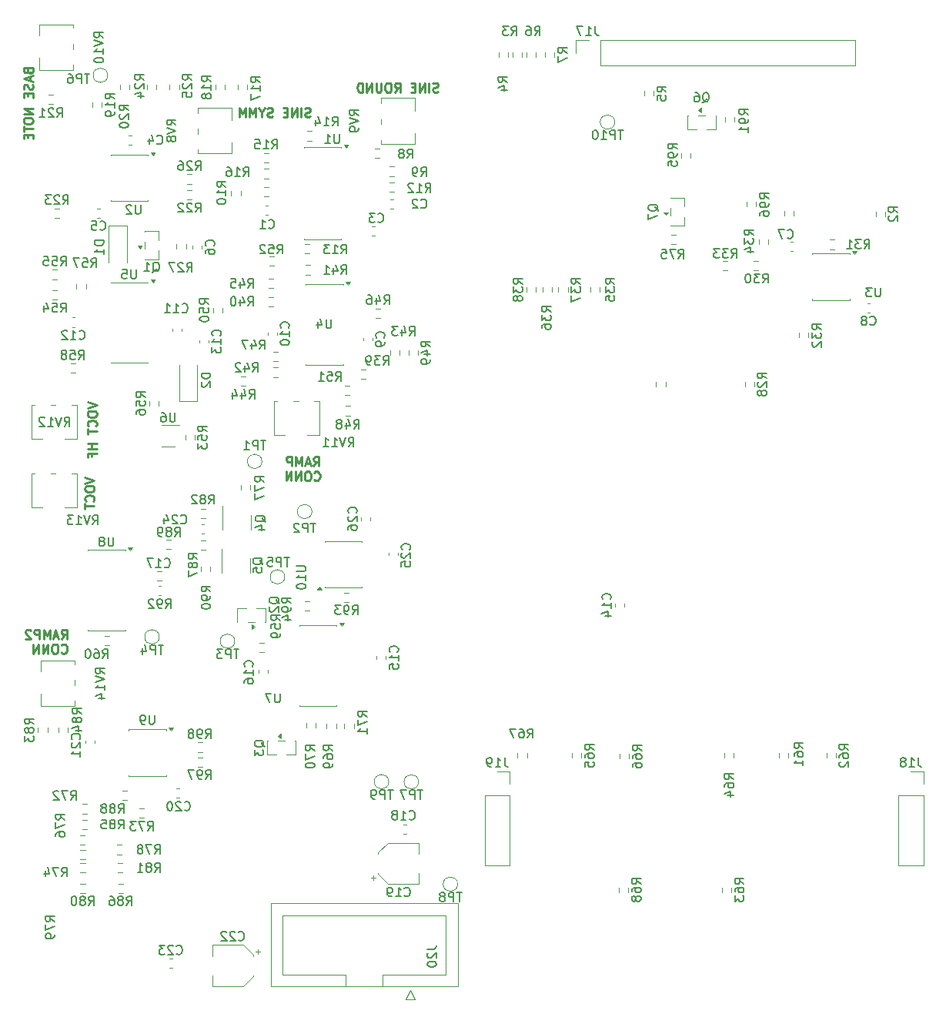
<source format=gbr>
%TF.GenerationSoftware,KiCad,Pcbnew,9.0.6*%
%TF.CreationDate,2025-11-20T09:41:42+01:00*%
%TF.ProjectId,Th-555-biondo,54682d35-3535-42d6-9269-6f6e646f2e6b,rev?*%
%TF.SameCoordinates,Original*%
%TF.FileFunction,Legend,Bot*%
%TF.FilePolarity,Positive*%
%FSLAX46Y46*%
G04 Gerber Fmt 4.6, Leading zero omitted, Abs format (unit mm)*
G04 Created by KiCad (PCBNEW 9.0.6) date 2025-11-20 09:41:42*
%MOMM*%
%LPD*%
G01*
G04 APERTURE LIST*
%ADD10C,0.250000*%
%ADD11C,0.150000*%
%ADD12C,0.120000*%
G04 APERTURE END LIST*
D10*
X94440809Y-43865901D02*
X94488428Y-44008758D01*
X94488428Y-44008758D02*
X94536047Y-44056377D01*
X94536047Y-44056377D02*
X94631285Y-44103996D01*
X94631285Y-44103996D02*
X94774142Y-44103996D01*
X94774142Y-44103996D02*
X94869380Y-44056377D01*
X94869380Y-44056377D02*
X94917000Y-44008758D01*
X94917000Y-44008758D02*
X94964619Y-43913520D01*
X94964619Y-43913520D02*
X94964619Y-43532568D01*
X94964619Y-43532568D02*
X93964619Y-43532568D01*
X93964619Y-43532568D02*
X93964619Y-43865901D01*
X93964619Y-43865901D02*
X94012238Y-43961139D01*
X94012238Y-43961139D02*
X94059857Y-44008758D01*
X94059857Y-44008758D02*
X94155095Y-44056377D01*
X94155095Y-44056377D02*
X94250333Y-44056377D01*
X94250333Y-44056377D02*
X94345571Y-44008758D01*
X94345571Y-44008758D02*
X94393190Y-43961139D01*
X94393190Y-43961139D02*
X94440809Y-43865901D01*
X94440809Y-43865901D02*
X94440809Y-43532568D01*
X94678904Y-44484949D02*
X94678904Y-44961139D01*
X94964619Y-44389711D02*
X93964619Y-44723044D01*
X93964619Y-44723044D02*
X94964619Y-45056377D01*
X94917000Y-45342092D02*
X94964619Y-45484949D01*
X94964619Y-45484949D02*
X94964619Y-45723044D01*
X94964619Y-45723044D02*
X94917000Y-45818282D01*
X94917000Y-45818282D02*
X94869380Y-45865901D01*
X94869380Y-45865901D02*
X94774142Y-45913520D01*
X94774142Y-45913520D02*
X94678904Y-45913520D01*
X94678904Y-45913520D02*
X94583666Y-45865901D01*
X94583666Y-45865901D02*
X94536047Y-45818282D01*
X94536047Y-45818282D02*
X94488428Y-45723044D01*
X94488428Y-45723044D02*
X94440809Y-45532568D01*
X94440809Y-45532568D02*
X94393190Y-45437330D01*
X94393190Y-45437330D02*
X94345571Y-45389711D01*
X94345571Y-45389711D02*
X94250333Y-45342092D01*
X94250333Y-45342092D02*
X94155095Y-45342092D01*
X94155095Y-45342092D02*
X94059857Y-45389711D01*
X94059857Y-45389711D02*
X94012238Y-45437330D01*
X94012238Y-45437330D02*
X93964619Y-45532568D01*
X93964619Y-45532568D02*
X93964619Y-45770663D01*
X93964619Y-45770663D02*
X94012238Y-45913520D01*
X94440809Y-46342092D02*
X94440809Y-46675425D01*
X94964619Y-46818282D02*
X94964619Y-46342092D01*
X94964619Y-46342092D02*
X93964619Y-46342092D01*
X93964619Y-46342092D02*
X93964619Y-46818282D01*
X94964619Y-48008759D02*
X93964619Y-48008759D01*
X93964619Y-48008759D02*
X94964619Y-48580187D01*
X94964619Y-48580187D02*
X93964619Y-48580187D01*
X93964619Y-49246854D02*
X93964619Y-49437330D01*
X93964619Y-49437330D02*
X94012238Y-49532568D01*
X94012238Y-49532568D02*
X94107476Y-49627806D01*
X94107476Y-49627806D02*
X94297952Y-49675425D01*
X94297952Y-49675425D02*
X94631285Y-49675425D01*
X94631285Y-49675425D02*
X94821761Y-49627806D01*
X94821761Y-49627806D02*
X94917000Y-49532568D01*
X94917000Y-49532568D02*
X94964619Y-49437330D01*
X94964619Y-49437330D02*
X94964619Y-49246854D01*
X94964619Y-49246854D02*
X94917000Y-49151616D01*
X94917000Y-49151616D02*
X94821761Y-49056378D01*
X94821761Y-49056378D02*
X94631285Y-49008759D01*
X94631285Y-49008759D02*
X94297952Y-49008759D01*
X94297952Y-49008759D02*
X94107476Y-49056378D01*
X94107476Y-49056378D02*
X94012238Y-49151616D01*
X94012238Y-49151616D02*
X93964619Y-49246854D01*
X93964619Y-49961140D02*
X93964619Y-50532568D01*
X94964619Y-50246854D02*
X93964619Y-50246854D01*
X94440809Y-50865902D02*
X94440809Y-51199235D01*
X94964619Y-51342092D02*
X94964619Y-50865902D01*
X94964619Y-50865902D02*
X93964619Y-50865902D01*
X93964619Y-50865902D02*
X93964619Y-51342092D01*
X139545050Y-46137000D02*
X139402193Y-46184619D01*
X139402193Y-46184619D02*
X139164098Y-46184619D01*
X139164098Y-46184619D02*
X139068860Y-46137000D01*
X139068860Y-46137000D02*
X139021241Y-46089380D01*
X139021241Y-46089380D02*
X138973622Y-45994142D01*
X138973622Y-45994142D02*
X138973622Y-45898904D01*
X138973622Y-45898904D02*
X139021241Y-45803666D01*
X139021241Y-45803666D02*
X139068860Y-45756047D01*
X139068860Y-45756047D02*
X139164098Y-45708428D01*
X139164098Y-45708428D02*
X139354574Y-45660809D01*
X139354574Y-45660809D02*
X139449812Y-45613190D01*
X139449812Y-45613190D02*
X139497431Y-45565571D01*
X139497431Y-45565571D02*
X139545050Y-45470333D01*
X139545050Y-45470333D02*
X139545050Y-45375095D01*
X139545050Y-45375095D02*
X139497431Y-45279857D01*
X139497431Y-45279857D02*
X139449812Y-45232238D01*
X139449812Y-45232238D02*
X139354574Y-45184619D01*
X139354574Y-45184619D02*
X139116479Y-45184619D01*
X139116479Y-45184619D02*
X138973622Y-45232238D01*
X138545050Y-46184619D02*
X138545050Y-45184619D01*
X138068860Y-46184619D02*
X138068860Y-45184619D01*
X138068860Y-45184619D02*
X137497432Y-46184619D01*
X137497432Y-46184619D02*
X137497432Y-45184619D01*
X137021241Y-45660809D02*
X136687908Y-45660809D01*
X136545051Y-46184619D02*
X137021241Y-46184619D01*
X137021241Y-46184619D02*
X137021241Y-45184619D01*
X137021241Y-45184619D02*
X136545051Y-45184619D01*
X134783146Y-46184619D02*
X135116479Y-45708428D01*
X135354574Y-46184619D02*
X135354574Y-45184619D01*
X135354574Y-45184619D02*
X134973622Y-45184619D01*
X134973622Y-45184619D02*
X134878384Y-45232238D01*
X134878384Y-45232238D02*
X134830765Y-45279857D01*
X134830765Y-45279857D02*
X134783146Y-45375095D01*
X134783146Y-45375095D02*
X134783146Y-45517952D01*
X134783146Y-45517952D02*
X134830765Y-45613190D01*
X134830765Y-45613190D02*
X134878384Y-45660809D01*
X134878384Y-45660809D02*
X134973622Y-45708428D01*
X134973622Y-45708428D02*
X135354574Y-45708428D01*
X134164098Y-45184619D02*
X133973622Y-45184619D01*
X133973622Y-45184619D02*
X133878384Y-45232238D01*
X133878384Y-45232238D02*
X133783146Y-45327476D01*
X133783146Y-45327476D02*
X133735527Y-45517952D01*
X133735527Y-45517952D02*
X133735527Y-45851285D01*
X133735527Y-45851285D02*
X133783146Y-46041761D01*
X133783146Y-46041761D02*
X133878384Y-46137000D01*
X133878384Y-46137000D02*
X133973622Y-46184619D01*
X133973622Y-46184619D02*
X134164098Y-46184619D01*
X134164098Y-46184619D02*
X134259336Y-46137000D01*
X134259336Y-46137000D02*
X134354574Y-46041761D01*
X134354574Y-46041761D02*
X134402193Y-45851285D01*
X134402193Y-45851285D02*
X134402193Y-45517952D01*
X134402193Y-45517952D02*
X134354574Y-45327476D01*
X134354574Y-45327476D02*
X134259336Y-45232238D01*
X134259336Y-45232238D02*
X134164098Y-45184619D01*
X133306955Y-45184619D02*
X133306955Y-45994142D01*
X133306955Y-45994142D02*
X133259336Y-46089380D01*
X133259336Y-46089380D02*
X133211717Y-46137000D01*
X133211717Y-46137000D02*
X133116479Y-46184619D01*
X133116479Y-46184619D02*
X132926003Y-46184619D01*
X132926003Y-46184619D02*
X132830765Y-46137000D01*
X132830765Y-46137000D02*
X132783146Y-46089380D01*
X132783146Y-46089380D02*
X132735527Y-45994142D01*
X132735527Y-45994142D02*
X132735527Y-45184619D01*
X132259336Y-46184619D02*
X132259336Y-45184619D01*
X132259336Y-45184619D02*
X131687908Y-46184619D01*
X131687908Y-46184619D02*
X131687908Y-45184619D01*
X131211717Y-46184619D02*
X131211717Y-45184619D01*
X131211717Y-45184619D02*
X130973622Y-45184619D01*
X130973622Y-45184619D02*
X130830765Y-45232238D01*
X130830765Y-45232238D02*
X130735527Y-45327476D01*
X130735527Y-45327476D02*
X130687908Y-45422714D01*
X130687908Y-45422714D02*
X130640289Y-45613190D01*
X130640289Y-45613190D02*
X130640289Y-45756047D01*
X130640289Y-45756047D02*
X130687908Y-45946523D01*
X130687908Y-45946523D02*
X130735527Y-46041761D01*
X130735527Y-46041761D02*
X130830765Y-46137000D01*
X130830765Y-46137000D02*
X130973622Y-46184619D01*
X130973622Y-46184619D02*
X131211717Y-46184619D01*
X125850476Y-87304675D02*
X126183809Y-86828484D01*
X126421904Y-87304675D02*
X126421904Y-86304675D01*
X126421904Y-86304675D02*
X126040952Y-86304675D01*
X126040952Y-86304675D02*
X125945714Y-86352294D01*
X125945714Y-86352294D02*
X125898095Y-86399913D01*
X125898095Y-86399913D02*
X125850476Y-86495151D01*
X125850476Y-86495151D02*
X125850476Y-86638008D01*
X125850476Y-86638008D02*
X125898095Y-86733246D01*
X125898095Y-86733246D02*
X125945714Y-86780865D01*
X125945714Y-86780865D02*
X126040952Y-86828484D01*
X126040952Y-86828484D02*
X126421904Y-86828484D01*
X125469523Y-87018960D02*
X124993333Y-87018960D01*
X125564761Y-87304675D02*
X125231428Y-86304675D01*
X125231428Y-86304675D02*
X124898095Y-87304675D01*
X124564761Y-87304675D02*
X124564761Y-86304675D01*
X124564761Y-86304675D02*
X124231428Y-87018960D01*
X124231428Y-87018960D02*
X123898095Y-86304675D01*
X123898095Y-86304675D02*
X123898095Y-87304675D01*
X123421904Y-87304675D02*
X123421904Y-86304675D01*
X123421904Y-86304675D02*
X123040952Y-86304675D01*
X123040952Y-86304675D02*
X122945714Y-86352294D01*
X122945714Y-86352294D02*
X122898095Y-86399913D01*
X122898095Y-86399913D02*
X122850476Y-86495151D01*
X122850476Y-86495151D02*
X122850476Y-86638008D01*
X122850476Y-86638008D02*
X122898095Y-86733246D01*
X122898095Y-86733246D02*
X122945714Y-86780865D01*
X122945714Y-86780865D02*
X123040952Y-86828484D01*
X123040952Y-86828484D02*
X123421904Y-86828484D01*
X125921904Y-88819380D02*
X125969523Y-88867000D01*
X125969523Y-88867000D02*
X126112380Y-88914619D01*
X126112380Y-88914619D02*
X126207618Y-88914619D01*
X126207618Y-88914619D02*
X126350475Y-88867000D01*
X126350475Y-88867000D02*
X126445713Y-88771761D01*
X126445713Y-88771761D02*
X126493332Y-88676523D01*
X126493332Y-88676523D02*
X126540951Y-88486047D01*
X126540951Y-88486047D02*
X126540951Y-88343190D01*
X126540951Y-88343190D02*
X126493332Y-88152714D01*
X126493332Y-88152714D02*
X126445713Y-88057476D01*
X126445713Y-88057476D02*
X126350475Y-87962238D01*
X126350475Y-87962238D02*
X126207618Y-87914619D01*
X126207618Y-87914619D02*
X126112380Y-87914619D01*
X126112380Y-87914619D02*
X125969523Y-87962238D01*
X125969523Y-87962238D02*
X125921904Y-88009857D01*
X125302856Y-87914619D02*
X125112380Y-87914619D01*
X125112380Y-87914619D02*
X125017142Y-87962238D01*
X125017142Y-87962238D02*
X124921904Y-88057476D01*
X124921904Y-88057476D02*
X124874285Y-88247952D01*
X124874285Y-88247952D02*
X124874285Y-88581285D01*
X124874285Y-88581285D02*
X124921904Y-88771761D01*
X124921904Y-88771761D02*
X125017142Y-88867000D01*
X125017142Y-88867000D02*
X125112380Y-88914619D01*
X125112380Y-88914619D02*
X125302856Y-88914619D01*
X125302856Y-88914619D02*
X125398094Y-88867000D01*
X125398094Y-88867000D02*
X125493332Y-88771761D01*
X125493332Y-88771761D02*
X125540951Y-88581285D01*
X125540951Y-88581285D02*
X125540951Y-88247952D01*
X125540951Y-88247952D02*
X125493332Y-88057476D01*
X125493332Y-88057476D02*
X125398094Y-87962238D01*
X125398094Y-87962238D02*
X125302856Y-87914619D01*
X124445713Y-88914619D02*
X124445713Y-87914619D01*
X124445713Y-87914619D02*
X123874285Y-88914619D01*
X123874285Y-88914619D02*
X123874285Y-87914619D01*
X123398094Y-88914619D02*
X123398094Y-87914619D01*
X123398094Y-87914619D02*
X122826666Y-88914619D01*
X122826666Y-88914619D02*
X122826666Y-87914619D01*
X100994619Y-80299711D02*
X101994619Y-80633044D01*
X101994619Y-80633044D02*
X100994619Y-80966377D01*
X100994619Y-81490187D02*
X100994619Y-81680663D01*
X100994619Y-81680663D02*
X101042238Y-81775901D01*
X101042238Y-81775901D02*
X101137476Y-81871139D01*
X101137476Y-81871139D02*
X101327952Y-81918758D01*
X101327952Y-81918758D02*
X101661285Y-81918758D01*
X101661285Y-81918758D02*
X101851761Y-81871139D01*
X101851761Y-81871139D02*
X101947000Y-81775901D01*
X101947000Y-81775901D02*
X101994619Y-81680663D01*
X101994619Y-81680663D02*
X101994619Y-81490187D01*
X101994619Y-81490187D02*
X101947000Y-81394949D01*
X101947000Y-81394949D02*
X101851761Y-81299711D01*
X101851761Y-81299711D02*
X101661285Y-81252092D01*
X101661285Y-81252092D02*
X101327952Y-81252092D01*
X101327952Y-81252092D02*
X101137476Y-81299711D01*
X101137476Y-81299711D02*
X101042238Y-81394949D01*
X101042238Y-81394949D02*
X100994619Y-81490187D01*
X101899380Y-82918758D02*
X101947000Y-82871139D01*
X101947000Y-82871139D02*
X101994619Y-82728282D01*
X101994619Y-82728282D02*
X101994619Y-82633044D01*
X101994619Y-82633044D02*
X101947000Y-82490187D01*
X101947000Y-82490187D02*
X101851761Y-82394949D01*
X101851761Y-82394949D02*
X101756523Y-82347330D01*
X101756523Y-82347330D02*
X101566047Y-82299711D01*
X101566047Y-82299711D02*
X101423190Y-82299711D01*
X101423190Y-82299711D02*
X101232714Y-82347330D01*
X101232714Y-82347330D02*
X101137476Y-82394949D01*
X101137476Y-82394949D02*
X101042238Y-82490187D01*
X101042238Y-82490187D02*
X100994619Y-82633044D01*
X100994619Y-82633044D02*
X100994619Y-82728282D01*
X100994619Y-82728282D02*
X101042238Y-82871139D01*
X101042238Y-82871139D02*
X101089857Y-82918758D01*
X100994619Y-83204473D02*
X100994619Y-83775901D01*
X101994619Y-83490187D02*
X100994619Y-83490187D01*
X101994619Y-84871140D02*
X100994619Y-84871140D01*
X101470809Y-84871140D02*
X101470809Y-85442568D01*
X101994619Y-85442568D02*
X100994619Y-85442568D01*
X101470809Y-86252092D02*
X101470809Y-85918759D01*
X101994619Y-85918759D02*
X100994619Y-85918759D01*
X100994619Y-85918759D02*
X100994619Y-86394949D01*
X125495050Y-48877000D02*
X125352193Y-48924619D01*
X125352193Y-48924619D02*
X125114098Y-48924619D01*
X125114098Y-48924619D02*
X125018860Y-48877000D01*
X125018860Y-48877000D02*
X124971241Y-48829380D01*
X124971241Y-48829380D02*
X124923622Y-48734142D01*
X124923622Y-48734142D02*
X124923622Y-48638904D01*
X124923622Y-48638904D02*
X124971241Y-48543666D01*
X124971241Y-48543666D02*
X125018860Y-48496047D01*
X125018860Y-48496047D02*
X125114098Y-48448428D01*
X125114098Y-48448428D02*
X125304574Y-48400809D01*
X125304574Y-48400809D02*
X125399812Y-48353190D01*
X125399812Y-48353190D02*
X125447431Y-48305571D01*
X125447431Y-48305571D02*
X125495050Y-48210333D01*
X125495050Y-48210333D02*
X125495050Y-48115095D01*
X125495050Y-48115095D02*
X125447431Y-48019857D01*
X125447431Y-48019857D02*
X125399812Y-47972238D01*
X125399812Y-47972238D02*
X125304574Y-47924619D01*
X125304574Y-47924619D02*
X125066479Y-47924619D01*
X125066479Y-47924619D02*
X124923622Y-47972238D01*
X124495050Y-48924619D02*
X124495050Y-47924619D01*
X124018860Y-48924619D02*
X124018860Y-47924619D01*
X124018860Y-47924619D02*
X123447432Y-48924619D01*
X123447432Y-48924619D02*
X123447432Y-47924619D01*
X122971241Y-48400809D02*
X122637908Y-48400809D01*
X122495051Y-48924619D02*
X122971241Y-48924619D01*
X122971241Y-48924619D02*
X122971241Y-47924619D01*
X122971241Y-47924619D02*
X122495051Y-47924619D01*
X121352193Y-48877000D02*
X121209336Y-48924619D01*
X121209336Y-48924619D02*
X120971241Y-48924619D01*
X120971241Y-48924619D02*
X120876003Y-48877000D01*
X120876003Y-48877000D02*
X120828384Y-48829380D01*
X120828384Y-48829380D02*
X120780765Y-48734142D01*
X120780765Y-48734142D02*
X120780765Y-48638904D01*
X120780765Y-48638904D02*
X120828384Y-48543666D01*
X120828384Y-48543666D02*
X120876003Y-48496047D01*
X120876003Y-48496047D02*
X120971241Y-48448428D01*
X120971241Y-48448428D02*
X121161717Y-48400809D01*
X121161717Y-48400809D02*
X121256955Y-48353190D01*
X121256955Y-48353190D02*
X121304574Y-48305571D01*
X121304574Y-48305571D02*
X121352193Y-48210333D01*
X121352193Y-48210333D02*
X121352193Y-48115095D01*
X121352193Y-48115095D02*
X121304574Y-48019857D01*
X121304574Y-48019857D02*
X121256955Y-47972238D01*
X121256955Y-47972238D02*
X121161717Y-47924619D01*
X121161717Y-47924619D02*
X120923622Y-47924619D01*
X120923622Y-47924619D02*
X120780765Y-47972238D01*
X120161717Y-48448428D02*
X120161717Y-48924619D01*
X120495050Y-47924619D02*
X120161717Y-48448428D01*
X120161717Y-48448428D02*
X119828384Y-47924619D01*
X119495050Y-48924619D02*
X119495050Y-47924619D01*
X119495050Y-47924619D02*
X119161717Y-48638904D01*
X119161717Y-48638904D02*
X118828384Y-47924619D01*
X118828384Y-47924619D02*
X118828384Y-48924619D01*
X118352193Y-48924619D02*
X118352193Y-47924619D01*
X118352193Y-47924619D02*
X118018860Y-48638904D01*
X118018860Y-48638904D02*
X117685527Y-47924619D01*
X117685527Y-47924619D02*
X117685527Y-48924619D01*
X100714619Y-88529711D02*
X101714619Y-88863044D01*
X101714619Y-88863044D02*
X100714619Y-89196377D01*
X100714619Y-89720187D02*
X100714619Y-89910663D01*
X100714619Y-89910663D02*
X100762238Y-90005901D01*
X100762238Y-90005901D02*
X100857476Y-90101139D01*
X100857476Y-90101139D02*
X101047952Y-90148758D01*
X101047952Y-90148758D02*
X101381285Y-90148758D01*
X101381285Y-90148758D02*
X101571761Y-90101139D01*
X101571761Y-90101139D02*
X101667000Y-90005901D01*
X101667000Y-90005901D02*
X101714619Y-89910663D01*
X101714619Y-89910663D02*
X101714619Y-89720187D01*
X101714619Y-89720187D02*
X101667000Y-89624949D01*
X101667000Y-89624949D02*
X101571761Y-89529711D01*
X101571761Y-89529711D02*
X101381285Y-89482092D01*
X101381285Y-89482092D02*
X101047952Y-89482092D01*
X101047952Y-89482092D02*
X100857476Y-89529711D01*
X100857476Y-89529711D02*
X100762238Y-89624949D01*
X100762238Y-89624949D02*
X100714619Y-89720187D01*
X101619380Y-91148758D02*
X101667000Y-91101139D01*
X101667000Y-91101139D02*
X101714619Y-90958282D01*
X101714619Y-90958282D02*
X101714619Y-90863044D01*
X101714619Y-90863044D02*
X101667000Y-90720187D01*
X101667000Y-90720187D02*
X101571761Y-90624949D01*
X101571761Y-90624949D02*
X101476523Y-90577330D01*
X101476523Y-90577330D02*
X101286047Y-90529711D01*
X101286047Y-90529711D02*
X101143190Y-90529711D01*
X101143190Y-90529711D02*
X100952714Y-90577330D01*
X100952714Y-90577330D02*
X100857476Y-90624949D01*
X100857476Y-90624949D02*
X100762238Y-90720187D01*
X100762238Y-90720187D02*
X100714619Y-90863044D01*
X100714619Y-90863044D02*
X100714619Y-90958282D01*
X100714619Y-90958282D02*
X100762238Y-91101139D01*
X100762238Y-91101139D02*
X100809857Y-91148758D01*
X100714619Y-91434473D02*
X100714619Y-92005901D01*
X101714619Y-91720187D02*
X100714619Y-91720187D01*
X98116003Y-106304675D02*
X98449336Y-105828484D01*
X98687431Y-106304675D02*
X98687431Y-105304675D01*
X98687431Y-105304675D02*
X98306479Y-105304675D01*
X98306479Y-105304675D02*
X98211241Y-105352294D01*
X98211241Y-105352294D02*
X98163622Y-105399913D01*
X98163622Y-105399913D02*
X98116003Y-105495151D01*
X98116003Y-105495151D02*
X98116003Y-105638008D01*
X98116003Y-105638008D02*
X98163622Y-105733246D01*
X98163622Y-105733246D02*
X98211241Y-105780865D01*
X98211241Y-105780865D02*
X98306479Y-105828484D01*
X98306479Y-105828484D02*
X98687431Y-105828484D01*
X97735050Y-106018960D02*
X97258860Y-106018960D01*
X97830288Y-106304675D02*
X97496955Y-105304675D01*
X97496955Y-105304675D02*
X97163622Y-106304675D01*
X96830288Y-106304675D02*
X96830288Y-105304675D01*
X96830288Y-105304675D02*
X96496955Y-106018960D01*
X96496955Y-106018960D02*
X96163622Y-105304675D01*
X96163622Y-105304675D02*
X96163622Y-106304675D01*
X95687431Y-106304675D02*
X95687431Y-105304675D01*
X95687431Y-105304675D02*
X95306479Y-105304675D01*
X95306479Y-105304675D02*
X95211241Y-105352294D01*
X95211241Y-105352294D02*
X95163622Y-105399913D01*
X95163622Y-105399913D02*
X95116003Y-105495151D01*
X95116003Y-105495151D02*
X95116003Y-105638008D01*
X95116003Y-105638008D02*
X95163622Y-105733246D01*
X95163622Y-105733246D02*
X95211241Y-105780865D01*
X95211241Y-105780865D02*
X95306479Y-105828484D01*
X95306479Y-105828484D02*
X95687431Y-105828484D01*
X94735050Y-105399913D02*
X94687431Y-105352294D01*
X94687431Y-105352294D02*
X94592193Y-105304675D01*
X94592193Y-105304675D02*
X94354098Y-105304675D01*
X94354098Y-105304675D02*
X94258860Y-105352294D01*
X94258860Y-105352294D02*
X94211241Y-105399913D01*
X94211241Y-105399913D02*
X94163622Y-105495151D01*
X94163622Y-105495151D02*
X94163622Y-105590389D01*
X94163622Y-105590389D02*
X94211241Y-105733246D01*
X94211241Y-105733246D02*
X94782669Y-106304675D01*
X94782669Y-106304675D02*
X94163622Y-106304675D01*
X98116003Y-107819380D02*
X98163622Y-107867000D01*
X98163622Y-107867000D02*
X98306479Y-107914619D01*
X98306479Y-107914619D02*
X98401717Y-107914619D01*
X98401717Y-107914619D02*
X98544574Y-107867000D01*
X98544574Y-107867000D02*
X98639812Y-107771761D01*
X98639812Y-107771761D02*
X98687431Y-107676523D01*
X98687431Y-107676523D02*
X98735050Y-107486047D01*
X98735050Y-107486047D02*
X98735050Y-107343190D01*
X98735050Y-107343190D02*
X98687431Y-107152714D01*
X98687431Y-107152714D02*
X98639812Y-107057476D01*
X98639812Y-107057476D02*
X98544574Y-106962238D01*
X98544574Y-106962238D02*
X98401717Y-106914619D01*
X98401717Y-106914619D02*
X98306479Y-106914619D01*
X98306479Y-106914619D02*
X98163622Y-106962238D01*
X98163622Y-106962238D02*
X98116003Y-107009857D01*
X97496955Y-106914619D02*
X97306479Y-106914619D01*
X97306479Y-106914619D02*
X97211241Y-106962238D01*
X97211241Y-106962238D02*
X97116003Y-107057476D01*
X97116003Y-107057476D02*
X97068384Y-107247952D01*
X97068384Y-107247952D02*
X97068384Y-107581285D01*
X97068384Y-107581285D02*
X97116003Y-107771761D01*
X97116003Y-107771761D02*
X97211241Y-107867000D01*
X97211241Y-107867000D02*
X97306479Y-107914619D01*
X97306479Y-107914619D02*
X97496955Y-107914619D01*
X97496955Y-107914619D02*
X97592193Y-107867000D01*
X97592193Y-107867000D02*
X97687431Y-107771761D01*
X97687431Y-107771761D02*
X97735050Y-107581285D01*
X97735050Y-107581285D02*
X97735050Y-107247952D01*
X97735050Y-107247952D02*
X97687431Y-107057476D01*
X97687431Y-107057476D02*
X97592193Y-106962238D01*
X97592193Y-106962238D02*
X97496955Y-106914619D01*
X96639812Y-107914619D02*
X96639812Y-106914619D01*
X96639812Y-106914619D02*
X96068384Y-107914619D01*
X96068384Y-107914619D02*
X96068384Y-106914619D01*
X95592193Y-107914619D02*
X95592193Y-106914619D01*
X95592193Y-106914619D02*
X95020765Y-107914619D01*
X95020765Y-107914619D02*
X95020765Y-106914619D01*
D11*
X111642857Y-125109580D02*
X111690476Y-125157200D01*
X111690476Y-125157200D02*
X111833333Y-125204819D01*
X111833333Y-125204819D02*
X111928571Y-125204819D01*
X111928571Y-125204819D02*
X112071428Y-125157200D01*
X112071428Y-125157200D02*
X112166666Y-125061961D01*
X112166666Y-125061961D02*
X112214285Y-124966723D01*
X112214285Y-124966723D02*
X112261904Y-124776247D01*
X112261904Y-124776247D02*
X112261904Y-124633390D01*
X112261904Y-124633390D02*
X112214285Y-124442914D01*
X112214285Y-124442914D02*
X112166666Y-124347676D01*
X112166666Y-124347676D02*
X112071428Y-124252438D01*
X112071428Y-124252438D02*
X111928571Y-124204819D01*
X111928571Y-124204819D02*
X111833333Y-124204819D01*
X111833333Y-124204819D02*
X111690476Y-124252438D01*
X111690476Y-124252438D02*
X111642857Y-124300057D01*
X111261904Y-124300057D02*
X111214285Y-124252438D01*
X111214285Y-124252438D02*
X111119047Y-124204819D01*
X111119047Y-124204819D02*
X110880952Y-124204819D01*
X110880952Y-124204819D02*
X110785714Y-124252438D01*
X110785714Y-124252438D02*
X110738095Y-124300057D01*
X110738095Y-124300057D02*
X110690476Y-124395295D01*
X110690476Y-124395295D02*
X110690476Y-124490533D01*
X110690476Y-124490533D02*
X110738095Y-124633390D01*
X110738095Y-124633390D02*
X111309523Y-125204819D01*
X111309523Y-125204819D02*
X110690476Y-125204819D01*
X110071428Y-124204819D02*
X109976190Y-124204819D01*
X109976190Y-124204819D02*
X109880952Y-124252438D01*
X109880952Y-124252438D02*
X109833333Y-124300057D01*
X109833333Y-124300057D02*
X109785714Y-124395295D01*
X109785714Y-124395295D02*
X109738095Y-124585771D01*
X109738095Y-124585771D02*
X109738095Y-124823866D01*
X109738095Y-124823866D02*
X109785714Y-125014342D01*
X109785714Y-125014342D02*
X109833333Y-125109580D01*
X109833333Y-125109580D02*
X109880952Y-125157200D01*
X109880952Y-125157200D02*
X109976190Y-125204819D01*
X109976190Y-125204819D02*
X110071428Y-125204819D01*
X110071428Y-125204819D02*
X110166666Y-125157200D01*
X110166666Y-125157200D02*
X110214285Y-125109580D01*
X110214285Y-125109580D02*
X110261904Y-125014342D01*
X110261904Y-125014342D02*
X110309523Y-124823866D01*
X110309523Y-124823866D02*
X110309523Y-124585771D01*
X110309523Y-124585771D02*
X110261904Y-124395295D01*
X110261904Y-124395295D02*
X110214285Y-124300057D01*
X110214285Y-124300057D02*
X110166666Y-124252438D01*
X110166666Y-124252438D02*
X110071428Y-124204819D01*
X123201904Y-97354819D02*
X122630476Y-97354819D01*
X122916190Y-98354819D02*
X122916190Y-97354819D01*
X122297142Y-98354819D02*
X122297142Y-97354819D01*
X122297142Y-97354819D02*
X121916190Y-97354819D01*
X121916190Y-97354819D02*
X121820952Y-97402438D01*
X121820952Y-97402438D02*
X121773333Y-97450057D01*
X121773333Y-97450057D02*
X121725714Y-97545295D01*
X121725714Y-97545295D02*
X121725714Y-97688152D01*
X121725714Y-97688152D02*
X121773333Y-97783390D01*
X121773333Y-97783390D02*
X121820952Y-97831009D01*
X121820952Y-97831009D02*
X121916190Y-97878628D01*
X121916190Y-97878628D02*
X122297142Y-97878628D01*
X120820952Y-97354819D02*
X121297142Y-97354819D01*
X121297142Y-97354819D02*
X121344761Y-97831009D01*
X121344761Y-97831009D02*
X121297142Y-97783390D01*
X121297142Y-97783390D02*
X121201904Y-97735771D01*
X121201904Y-97735771D02*
X120963809Y-97735771D01*
X120963809Y-97735771D02*
X120868571Y-97783390D01*
X120868571Y-97783390D02*
X120820952Y-97831009D01*
X120820952Y-97831009D02*
X120773333Y-97926247D01*
X120773333Y-97926247D02*
X120773333Y-98164342D01*
X120773333Y-98164342D02*
X120820952Y-98259580D01*
X120820952Y-98259580D02*
X120868571Y-98307200D01*
X120868571Y-98307200D02*
X120963809Y-98354819D01*
X120963809Y-98354819D02*
X121201904Y-98354819D01*
X121201904Y-98354819D02*
X121297142Y-98307200D01*
X121297142Y-98307200D02*
X121344761Y-98259580D01*
X137861904Y-122942819D02*
X137290476Y-122942819D01*
X137576190Y-123942819D02*
X137576190Y-122942819D01*
X136957142Y-123942819D02*
X136957142Y-122942819D01*
X136957142Y-122942819D02*
X136576190Y-122942819D01*
X136576190Y-122942819D02*
X136480952Y-122990438D01*
X136480952Y-122990438D02*
X136433333Y-123038057D01*
X136433333Y-123038057D02*
X136385714Y-123133295D01*
X136385714Y-123133295D02*
X136385714Y-123276152D01*
X136385714Y-123276152D02*
X136433333Y-123371390D01*
X136433333Y-123371390D02*
X136480952Y-123419009D01*
X136480952Y-123419009D02*
X136576190Y-123466628D01*
X136576190Y-123466628D02*
X136957142Y-123466628D01*
X136052380Y-122942819D02*
X135385714Y-122942819D01*
X135385714Y-122942819D02*
X135814285Y-123942819D01*
X187054166Y-71739580D02*
X187101785Y-71787200D01*
X187101785Y-71787200D02*
X187244642Y-71834819D01*
X187244642Y-71834819D02*
X187339880Y-71834819D01*
X187339880Y-71834819D02*
X187482737Y-71787200D01*
X187482737Y-71787200D02*
X187577975Y-71691961D01*
X187577975Y-71691961D02*
X187625594Y-71596723D01*
X187625594Y-71596723D02*
X187673213Y-71406247D01*
X187673213Y-71406247D02*
X187673213Y-71263390D01*
X187673213Y-71263390D02*
X187625594Y-71072914D01*
X187625594Y-71072914D02*
X187577975Y-70977676D01*
X187577975Y-70977676D02*
X187482737Y-70882438D01*
X187482737Y-70882438D02*
X187339880Y-70834819D01*
X187339880Y-70834819D02*
X187244642Y-70834819D01*
X187244642Y-70834819D02*
X187101785Y-70882438D01*
X187101785Y-70882438D02*
X187054166Y-70930057D01*
X186482737Y-71263390D02*
X186577975Y-71215771D01*
X186577975Y-71215771D02*
X186625594Y-71168152D01*
X186625594Y-71168152D02*
X186673213Y-71072914D01*
X186673213Y-71072914D02*
X186673213Y-71025295D01*
X186673213Y-71025295D02*
X186625594Y-70930057D01*
X186625594Y-70930057D02*
X186577975Y-70882438D01*
X186577975Y-70882438D02*
X186482737Y-70834819D01*
X186482737Y-70834819D02*
X186292261Y-70834819D01*
X186292261Y-70834819D02*
X186197023Y-70882438D01*
X186197023Y-70882438D02*
X186149404Y-70930057D01*
X186149404Y-70930057D02*
X186101785Y-71025295D01*
X186101785Y-71025295D02*
X186101785Y-71072914D01*
X186101785Y-71072914D02*
X186149404Y-71168152D01*
X186149404Y-71168152D02*
X186197023Y-71215771D01*
X186197023Y-71215771D02*
X186292261Y-71263390D01*
X186292261Y-71263390D02*
X186482737Y-71263390D01*
X186482737Y-71263390D02*
X186577975Y-71311009D01*
X186577975Y-71311009D02*
X186625594Y-71358628D01*
X186625594Y-71358628D02*
X186673213Y-71453866D01*
X186673213Y-71453866D02*
X186673213Y-71644342D01*
X186673213Y-71644342D02*
X186625594Y-71739580D01*
X186625594Y-71739580D02*
X186577975Y-71787200D01*
X186577975Y-71787200D02*
X186482737Y-71834819D01*
X186482737Y-71834819D02*
X186292261Y-71834819D01*
X186292261Y-71834819D02*
X186197023Y-71787200D01*
X186197023Y-71787200D02*
X186149404Y-71739580D01*
X186149404Y-71739580D02*
X186101785Y-71644342D01*
X186101785Y-71644342D02*
X186101785Y-71453866D01*
X186101785Y-71453866D02*
X186149404Y-71358628D01*
X186149404Y-71358628D02*
X186197023Y-71311009D01*
X186197023Y-71311009D02*
X186292261Y-71263390D01*
X131704819Y-114857142D02*
X131228628Y-114523809D01*
X131704819Y-114285714D02*
X130704819Y-114285714D01*
X130704819Y-114285714D02*
X130704819Y-114666666D01*
X130704819Y-114666666D02*
X130752438Y-114761904D01*
X130752438Y-114761904D02*
X130800057Y-114809523D01*
X130800057Y-114809523D02*
X130895295Y-114857142D01*
X130895295Y-114857142D02*
X131038152Y-114857142D01*
X131038152Y-114857142D02*
X131133390Y-114809523D01*
X131133390Y-114809523D02*
X131181009Y-114761904D01*
X131181009Y-114761904D02*
X131228628Y-114666666D01*
X131228628Y-114666666D02*
X131228628Y-114285714D01*
X130704819Y-115190476D02*
X130704819Y-115857142D01*
X130704819Y-115857142D02*
X131704819Y-115428571D01*
X131704819Y-116761904D02*
X131704819Y-116190476D01*
X131704819Y-116476190D02*
X130704819Y-116476190D01*
X130704819Y-116476190D02*
X130847676Y-116380952D01*
X130847676Y-116380952D02*
X130942914Y-116285714D01*
X130942914Y-116285714D02*
X130990533Y-116190476D01*
X130130357Y-103634819D02*
X130463690Y-103158628D01*
X130701785Y-103634819D02*
X130701785Y-102634819D01*
X130701785Y-102634819D02*
X130320833Y-102634819D01*
X130320833Y-102634819D02*
X130225595Y-102682438D01*
X130225595Y-102682438D02*
X130177976Y-102730057D01*
X130177976Y-102730057D02*
X130130357Y-102825295D01*
X130130357Y-102825295D02*
X130130357Y-102968152D01*
X130130357Y-102968152D02*
X130177976Y-103063390D01*
X130177976Y-103063390D02*
X130225595Y-103111009D01*
X130225595Y-103111009D02*
X130320833Y-103158628D01*
X130320833Y-103158628D02*
X130701785Y-103158628D01*
X129654166Y-103634819D02*
X129463690Y-103634819D01*
X129463690Y-103634819D02*
X129368452Y-103587200D01*
X129368452Y-103587200D02*
X129320833Y-103539580D01*
X129320833Y-103539580D02*
X129225595Y-103396723D01*
X129225595Y-103396723D02*
X129177976Y-103206247D01*
X129177976Y-103206247D02*
X129177976Y-102825295D01*
X129177976Y-102825295D02*
X129225595Y-102730057D01*
X129225595Y-102730057D02*
X129273214Y-102682438D01*
X129273214Y-102682438D02*
X129368452Y-102634819D01*
X129368452Y-102634819D02*
X129558928Y-102634819D01*
X129558928Y-102634819D02*
X129654166Y-102682438D01*
X129654166Y-102682438D02*
X129701785Y-102730057D01*
X129701785Y-102730057D02*
X129749404Y-102825295D01*
X129749404Y-102825295D02*
X129749404Y-103063390D01*
X129749404Y-103063390D02*
X129701785Y-103158628D01*
X129701785Y-103158628D02*
X129654166Y-103206247D01*
X129654166Y-103206247D02*
X129558928Y-103253866D01*
X129558928Y-103253866D02*
X129368452Y-103253866D01*
X129368452Y-103253866D02*
X129273214Y-103206247D01*
X129273214Y-103206247D02*
X129225595Y-103158628D01*
X129225595Y-103158628D02*
X129177976Y-103063390D01*
X128844642Y-102634819D02*
X128225595Y-102634819D01*
X128225595Y-102634819D02*
X128558928Y-103015771D01*
X128558928Y-103015771D02*
X128416071Y-103015771D01*
X128416071Y-103015771D02*
X128320833Y-103063390D01*
X128320833Y-103063390D02*
X128273214Y-103111009D01*
X128273214Y-103111009D02*
X128225595Y-103206247D01*
X128225595Y-103206247D02*
X128225595Y-103444342D01*
X128225595Y-103444342D02*
X128273214Y-103539580D01*
X128273214Y-103539580D02*
X128320833Y-103587200D01*
X128320833Y-103587200D02*
X128416071Y-103634819D01*
X128416071Y-103634819D02*
X128701785Y-103634819D01*
X128701785Y-103634819D02*
X128797023Y-103587200D01*
X128797023Y-103587200D02*
X128844642Y-103539580D01*
X192359523Y-119394819D02*
X192359523Y-120109104D01*
X192359523Y-120109104D02*
X192407142Y-120251961D01*
X192407142Y-120251961D02*
X192502380Y-120347200D01*
X192502380Y-120347200D02*
X192645237Y-120394819D01*
X192645237Y-120394819D02*
X192740475Y-120394819D01*
X191359523Y-120394819D02*
X191930951Y-120394819D01*
X191645237Y-120394819D02*
X191645237Y-119394819D01*
X191645237Y-119394819D02*
X191740475Y-119537676D01*
X191740475Y-119537676D02*
X191835713Y-119632914D01*
X191835713Y-119632914D02*
X191930951Y-119680533D01*
X190788094Y-119823390D02*
X190883332Y-119775771D01*
X190883332Y-119775771D02*
X190930951Y-119728152D01*
X190930951Y-119728152D02*
X190978570Y-119632914D01*
X190978570Y-119632914D02*
X190978570Y-119585295D01*
X190978570Y-119585295D02*
X190930951Y-119490057D01*
X190930951Y-119490057D02*
X190883332Y-119442438D01*
X190883332Y-119442438D02*
X190788094Y-119394819D01*
X190788094Y-119394819D02*
X190597618Y-119394819D01*
X190597618Y-119394819D02*
X190502380Y-119442438D01*
X190502380Y-119442438D02*
X190454761Y-119490057D01*
X190454761Y-119490057D02*
X190407142Y-119585295D01*
X190407142Y-119585295D02*
X190407142Y-119632914D01*
X190407142Y-119632914D02*
X190454761Y-119728152D01*
X190454761Y-119728152D02*
X190502380Y-119775771D01*
X190502380Y-119775771D02*
X190597618Y-119823390D01*
X190597618Y-119823390D02*
X190788094Y-119823390D01*
X190788094Y-119823390D02*
X190883332Y-119871009D01*
X190883332Y-119871009D02*
X190930951Y-119918628D01*
X190930951Y-119918628D02*
X190978570Y-120013866D01*
X190978570Y-120013866D02*
X190978570Y-120204342D01*
X190978570Y-120204342D02*
X190930951Y-120299580D01*
X190930951Y-120299580D02*
X190883332Y-120347200D01*
X190883332Y-120347200D02*
X190788094Y-120394819D01*
X190788094Y-120394819D02*
X190597618Y-120394819D01*
X190597618Y-120394819D02*
X190502380Y-120347200D01*
X190502380Y-120347200D02*
X190454761Y-120299580D01*
X190454761Y-120299580D02*
X190407142Y-120204342D01*
X190407142Y-120204342D02*
X190407142Y-120013866D01*
X190407142Y-120013866D02*
X190454761Y-119918628D01*
X190454761Y-119918628D02*
X190502380Y-119871009D01*
X190502380Y-119871009D02*
X190597618Y-119823390D01*
X98484819Y-126197142D02*
X98008628Y-125863809D01*
X98484819Y-125625714D02*
X97484819Y-125625714D01*
X97484819Y-125625714D02*
X97484819Y-126006666D01*
X97484819Y-126006666D02*
X97532438Y-126101904D01*
X97532438Y-126101904D02*
X97580057Y-126149523D01*
X97580057Y-126149523D02*
X97675295Y-126197142D01*
X97675295Y-126197142D02*
X97818152Y-126197142D01*
X97818152Y-126197142D02*
X97913390Y-126149523D01*
X97913390Y-126149523D02*
X97961009Y-126101904D01*
X97961009Y-126101904D02*
X98008628Y-126006666D01*
X98008628Y-126006666D02*
X98008628Y-125625714D01*
X97484819Y-126530476D02*
X97484819Y-127197142D01*
X97484819Y-127197142D02*
X98484819Y-126768571D01*
X97484819Y-128006666D02*
X97484819Y-127816190D01*
X97484819Y-127816190D02*
X97532438Y-127720952D01*
X97532438Y-127720952D02*
X97580057Y-127673333D01*
X97580057Y-127673333D02*
X97722914Y-127578095D01*
X97722914Y-127578095D02*
X97913390Y-127530476D01*
X97913390Y-127530476D02*
X98294342Y-127530476D01*
X98294342Y-127530476D02*
X98389580Y-127578095D01*
X98389580Y-127578095D02*
X98437200Y-127625714D01*
X98437200Y-127625714D02*
X98484819Y-127720952D01*
X98484819Y-127720952D02*
X98484819Y-127911428D01*
X98484819Y-127911428D02*
X98437200Y-128006666D01*
X98437200Y-128006666D02*
X98389580Y-128054285D01*
X98389580Y-128054285D02*
X98294342Y-128101904D01*
X98294342Y-128101904D02*
X98056247Y-128101904D01*
X98056247Y-128101904D02*
X97961009Y-128054285D01*
X97961009Y-128054285D02*
X97913390Y-128006666D01*
X97913390Y-128006666D02*
X97865771Y-127911428D01*
X97865771Y-127911428D02*
X97865771Y-127720952D01*
X97865771Y-127720952D02*
X97913390Y-127625714D01*
X97913390Y-127625714D02*
X97961009Y-127578095D01*
X97961009Y-127578095D02*
X98056247Y-127530476D01*
X150166666Y-39954819D02*
X150499999Y-39478628D01*
X150738094Y-39954819D02*
X150738094Y-38954819D01*
X150738094Y-38954819D02*
X150357142Y-38954819D01*
X150357142Y-38954819D02*
X150261904Y-39002438D01*
X150261904Y-39002438D02*
X150214285Y-39050057D01*
X150214285Y-39050057D02*
X150166666Y-39145295D01*
X150166666Y-39145295D02*
X150166666Y-39288152D01*
X150166666Y-39288152D02*
X150214285Y-39383390D01*
X150214285Y-39383390D02*
X150261904Y-39431009D01*
X150261904Y-39431009D02*
X150357142Y-39478628D01*
X150357142Y-39478628D02*
X150738094Y-39478628D01*
X149309523Y-38954819D02*
X149499999Y-38954819D01*
X149499999Y-38954819D02*
X149595237Y-39002438D01*
X149595237Y-39002438D02*
X149642856Y-39050057D01*
X149642856Y-39050057D02*
X149738094Y-39192914D01*
X149738094Y-39192914D02*
X149785713Y-39383390D01*
X149785713Y-39383390D02*
X149785713Y-39764342D01*
X149785713Y-39764342D02*
X149738094Y-39859580D01*
X149738094Y-39859580D02*
X149690475Y-39907200D01*
X149690475Y-39907200D02*
X149595237Y-39954819D01*
X149595237Y-39954819D02*
X149404761Y-39954819D01*
X149404761Y-39954819D02*
X149309523Y-39907200D01*
X149309523Y-39907200D02*
X149261904Y-39859580D01*
X149261904Y-39859580D02*
X149214285Y-39764342D01*
X149214285Y-39764342D02*
X149214285Y-39526247D01*
X149214285Y-39526247D02*
X149261904Y-39431009D01*
X149261904Y-39431009D02*
X149309523Y-39383390D01*
X149309523Y-39383390D02*
X149404761Y-39335771D01*
X149404761Y-39335771D02*
X149595237Y-39335771D01*
X149595237Y-39335771D02*
X149690475Y-39383390D01*
X149690475Y-39383390D02*
X149738094Y-39431009D01*
X149738094Y-39431009D02*
X149785713Y-39526247D01*
X129681428Y-85184819D02*
X130014761Y-84708628D01*
X130252856Y-85184819D02*
X130252856Y-84184819D01*
X130252856Y-84184819D02*
X129871904Y-84184819D01*
X129871904Y-84184819D02*
X129776666Y-84232438D01*
X129776666Y-84232438D02*
X129729047Y-84280057D01*
X129729047Y-84280057D02*
X129681428Y-84375295D01*
X129681428Y-84375295D02*
X129681428Y-84518152D01*
X129681428Y-84518152D02*
X129729047Y-84613390D01*
X129729047Y-84613390D02*
X129776666Y-84661009D01*
X129776666Y-84661009D02*
X129871904Y-84708628D01*
X129871904Y-84708628D02*
X130252856Y-84708628D01*
X129395713Y-84184819D02*
X129062380Y-85184819D01*
X129062380Y-85184819D02*
X128729047Y-84184819D01*
X127871904Y-85184819D02*
X128443332Y-85184819D01*
X128157618Y-85184819D02*
X128157618Y-84184819D01*
X128157618Y-84184819D02*
X128252856Y-84327676D01*
X128252856Y-84327676D02*
X128348094Y-84422914D01*
X128348094Y-84422914D02*
X128443332Y-84470533D01*
X126919523Y-85184819D02*
X127490951Y-85184819D01*
X127205237Y-85184819D02*
X127205237Y-84184819D01*
X127205237Y-84184819D02*
X127300475Y-84327676D01*
X127300475Y-84327676D02*
X127395713Y-84422914D01*
X127395713Y-84422914D02*
X127490951Y-84470533D01*
X165992857Y-64484819D02*
X166326190Y-64008628D01*
X166564285Y-64484819D02*
X166564285Y-63484819D01*
X166564285Y-63484819D02*
X166183333Y-63484819D01*
X166183333Y-63484819D02*
X166088095Y-63532438D01*
X166088095Y-63532438D02*
X166040476Y-63580057D01*
X166040476Y-63580057D02*
X165992857Y-63675295D01*
X165992857Y-63675295D02*
X165992857Y-63818152D01*
X165992857Y-63818152D02*
X166040476Y-63913390D01*
X166040476Y-63913390D02*
X166088095Y-63961009D01*
X166088095Y-63961009D02*
X166183333Y-64008628D01*
X166183333Y-64008628D02*
X166564285Y-64008628D01*
X165659523Y-63484819D02*
X164992857Y-63484819D01*
X164992857Y-63484819D02*
X165421428Y-64484819D01*
X164135714Y-63484819D02*
X164611904Y-63484819D01*
X164611904Y-63484819D02*
X164659523Y-63961009D01*
X164659523Y-63961009D02*
X164611904Y-63913390D01*
X164611904Y-63913390D02*
X164516666Y-63865771D01*
X164516666Y-63865771D02*
X164278571Y-63865771D01*
X164278571Y-63865771D02*
X164183333Y-63913390D01*
X164183333Y-63913390D02*
X164135714Y-63961009D01*
X164135714Y-63961009D02*
X164088095Y-64056247D01*
X164088095Y-64056247D02*
X164088095Y-64294342D01*
X164088095Y-64294342D02*
X164135714Y-64389580D01*
X164135714Y-64389580D02*
X164183333Y-64437200D01*
X164183333Y-64437200D02*
X164278571Y-64484819D01*
X164278571Y-64484819D02*
X164516666Y-64484819D01*
X164516666Y-64484819D02*
X164611904Y-64437200D01*
X164611904Y-64437200D02*
X164659523Y-64389580D01*
X112454819Y-44857142D02*
X111978628Y-44523809D01*
X112454819Y-44285714D02*
X111454819Y-44285714D01*
X111454819Y-44285714D02*
X111454819Y-44666666D01*
X111454819Y-44666666D02*
X111502438Y-44761904D01*
X111502438Y-44761904D02*
X111550057Y-44809523D01*
X111550057Y-44809523D02*
X111645295Y-44857142D01*
X111645295Y-44857142D02*
X111788152Y-44857142D01*
X111788152Y-44857142D02*
X111883390Y-44809523D01*
X111883390Y-44809523D02*
X111931009Y-44761904D01*
X111931009Y-44761904D02*
X111978628Y-44666666D01*
X111978628Y-44666666D02*
X111978628Y-44285714D01*
X111550057Y-45238095D02*
X111502438Y-45285714D01*
X111502438Y-45285714D02*
X111454819Y-45380952D01*
X111454819Y-45380952D02*
X111454819Y-45619047D01*
X111454819Y-45619047D02*
X111502438Y-45714285D01*
X111502438Y-45714285D02*
X111550057Y-45761904D01*
X111550057Y-45761904D02*
X111645295Y-45809523D01*
X111645295Y-45809523D02*
X111740533Y-45809523D01*
X111740533Y-45809523D02*
X111883390Y-45761904D01*
X111883390Y-45761904D02*
X112454819Y-45190476D01*
X112454819Y-45190476D02*
X112454819Y-45809523D01*
X111454819Y-46714285D02*
X111454819Y-46238095D01*
X111454819Y-46238095D02*
X111931009Y-46190476D01*
X111931009Y-46190476D02*
X111883390Y-46238095D01*
X111883390Y-46238095D02*
X111835771Y-46333333D01*
X111835771Y-46333333D02*
X111835771Y-46571428D01*
X111835771Y-46571428D02*
X111883390Y-46666666D01*
X111883390Y-46666666D02*
X111931009Y-46714285D01*
X111931009Y-46714285D02*
X112026247Y-46761904D01*
X112026247Y-46761904D02*
X112264342Y-46761904D01*
X112264342Y-46761904D02*
X112359580Y-46714285D01*
X112359580Y-46714285D02*
X112407200Y-46666666D01*
X112407200Y-46666666D02*
X112454819Y-46571428D01*
X112454819Y-46571428D02*
X112454819Y-46333333D01*
X112454819Y-46333333D02*
X112407200Y-46238095D01*
X112407200Y-46238095D02*
X112359580Y-46190476D01*
X101541428Y-93734819D02*
X101874761Y-93258628D01*
X102112856Y-93734819D02*
X102112856Y-92734819D01*
X102112856Y-92734819D02*
X101731904Y-92734819D01*
X101731904Y-92734819D02*
X101636666Y-92782438D01*
X101636666Y-92782438D02*
X101589047Y-92830057D01*
X101589047Y-92830057D02*
X101541428Y-92925295D01*
X101541428Y-92925295D02*
X101541428Y-93068152D01*
X101541428Y-93068152D02*
X101589047Y-93163390D01*
X101589047Y-93163390D02*
X101636666Y-93211009D01*
X101636666Y-93211009D02*
X101731904Y-93258628D01*
X101731904Y-93258628D02*
X102112856Y-93258628D01*
X101255713Y-92734819D02*
X100922380Y-93734819D01*
X100922380Y-93734819D02*
X100589047Y-92734819D01*
X99731904Y-93734819D02*
X100303332Y-93734819D01*
X100017618Y-93734819D02*
X100017618Y-92734819D01*
X100017618Y-92734819D02*
X100112856Y-92877676D01*
X100112856Y-92877676D02*
X100208094Y-92972914D01*
X100208094Y-92972914D02*
X100303332Y-93020533D01*
X99398570Y-92734819D02*
X98779523Y-92734819D01*
X98779523Y-92734819D02*
X99112856Y-93115771D01*
X99112856Y-93115771D02*
X98969999Y-93115771D01*
X98969999Y-93115771D02*
X98874761Y-93163390D01*
X98874761Y-93163390D02*
X98827142Y-93211009D01*
X98827142Y-93211009D02*
X98779523Y-93306247D01*
X98779523Y-93306247D02*
X98779523Y-93544342D01*
X98779523Y-93544342D02*
X98827142Y-93639580D01*
X98827142Y-93639580D02*
X98874761Y-93687200D01*
X98874761Y-93687200D02*
X98969999Y-93734819D01*
X98969999Y-93734819D02*
X99255713Y-93734819D01*
X99255713Y-93734819D02*
X99350951Y-93687200D01*
X99350951Y-93687200D02*
X99398570Y-93639580D01*
X148824819Y-67269642D02*
X148348628Y-66936309D01*
X148824819Y-66698214D02*
X147824819Y-66698214D01*
X147824819Y-66698214D02*
X147824819Y-67079166D01*
X147824819Y-67079166D02*
X147872438Y-67174404D01*
X147872438Y-67174404D02*
X147920057Y-67222023D01*
X147920057Y-67222023D02*
X148015295Y-67269642D01*
X148015295Y-67269642D02*
X148158152Y-67269642D01*
X148158152Y-67269642D02*
X148253390Y-67222023D01*
X148253390Y-67222023D02*
X148301009Y-67174404D01*
X148301009Y-67174404D02*
X148348628Y-67079166D01*
X148348628Y-67079166D02*
X148348628Y-66698214D01*
X147824819Y-67602976D02*
X147824819Y-68222023D01*
X147824819Y-68222023D02*
X148205771Y-67888690D01*
X148205771Y-67888690D02*
X148205771Y-68031547D01*
X148205771Y-68031547D02*
X148253390Y-68126785D01*
X148253390Y-68126785D02*
X148301009Y-68174404D01*
X148301009Y-68174404D02*
X148396247Y-68222023D01*
X148396247Y-68222023D02*
X148634342Y-68222023D01*
X148634342Y-68222023D02*
X148729580Y-68174404D01*
X148729580Y-68174404D02*
X148777200Y-68126785D01*
X148777200Y-68126785D02*
X148824819Y-68031547D01*
X148824819Y-68031547D02*
X148824819Y-67745833D01*
X148824819Y-67745833D02*
X148777200Y-67650595D01*
X148777200Y-67650595D02*
X148729580Y-67602976D01*
X148253390Y-68793452D02*
X148205771Y-68698214D01*
X148205771Y-68698214D02*
X148158152Y-68650595D01*
X148158152Y-68650595D02*
X148062914Y-68602976D01*
X148062914Y-68602976D02*
X148015295Y-68602976D01*
X148015295Y-68602976D02*
X147920057Y-68650595D01*
X147920057Y-68650595D02*
X147872438Y-68698214D01*
X147872438Y-68698214D02*
X147824819Y-68793452D01*
X147824819Y-68793452D02*
X147824819Y-68983928D01*
X147824819Y-68983928D02*
X147872438Y-69079166D01*
X147872438Y-69079166D02*
X147920057Y-69126785D01*
X147920057Y-69126785D02*
X148015295Y-69174404D01*
X148015295Y-69174404D02*
X148062914Y-69174404D01*
X148062914Y-69174404D02*
X148158152Y-69126785D01*
X148158152Y-69126785D02*
X148205771Y-69079166D01*
X148205771Y-69079166D02*
X148253390Y-68983928D01*
X148253390Y-68983928D02*
X148253390Y-68793452D01*
X148253390Y-68793452D02*
X148301009Y-68698214D01*
X148301009Y-68698214D02*
X148348628Y-68650595D01*
X148348628Y-68650595D02*
X148443866Y-68602976D01*
X148443866Y-68602976D02*
X148634342Y-68602976D01*
X148634342Y-68602976D02*
X148729580Y-68650595D01*
X148729580Y-68650595D02*
X148777200Y-68698214D01*
X148777200Y-68698214D02*
X148824819Y-68793452D01*
X148824819Y-68793452D02*
X148824819Y-68983928D01*
X148824819Y-68983928D02*
X148777200Y-69079166D01*
X148777200Y-69079166D02*
X148729580Y-69126785D01*
X148729580Y-69126785D02*
X148634342Y-69174404D01*
X148634342Y-69174404D02*
X148443866Y-69174404D01*
X148443866Y-69174404D02*
X148348628Y-69126785D01*
X148348628Y-69126785D02*
X148301009Y-69079166D01*
X148301009Y-69079166D02*
X148253390Y-68983928D01*
X164634819Y-46170833D02*
X164158628Y-45837500D01*
X164634819Y-45599405D02*
X163634819Y-45599405D01*
X163634819Y-45599405D02*
X163634819Y-45980357D01*
X163634819Y-45980357D02*
X163682438Y-46075595D01*
X163682438Y-46075595D02*
X163730057Y-46123214D01*
X163730057Y-46123214D02*
X163825295Y-46170833D01*
X163825295Y-46170833D02*
X163968152Y-46170833D01*
X163968152Y-46170833D02*
X164063390Y-46123214D01*
X164063390Y-46123214D02*
X164111009Y-46075595D01*
X164111009Y-46075595D02*
X164158628Y-45980357D01*
X164158628Y-45980357D02*
X164158628Y-45599405D01*
X163634819Y-47075595D02*
X163634819Y-46599405D01*
X163634819Y-46599405D02*
X164111009Y-46551786D01*
X164111009Y-46551786D02*
X164063390Y-46599405D01*
X164063390Y-46599405D02*
X164015771Y-46694643D01*
X164015771Y-46694643D02*
X164015771Y-46932738D01*
X164015771Y-46932738D02*
X164063390Y-47027976D01*
X164063390Y-47027976D02*
X164111009Y-47075595D01*
X164111009Y-47075595D02*
X164206247Y-47123214D01*
X164206247Y-47123214D02*
X164444342Y-47123214D01*
X164444342Y-47123214D02*
X164539580Y-47075595D01*
X164539580Y-47075595D02*
X164587200Y-47027976D01*
X164587200Y-47027976D02*
X164634819Y-46932738D01*
X164634819Y-46932738D02*
X164634819Y-46694643D01*
X164634819Y-46694643D02*
X164587200Y-46599405D01*
X164587200Y-46599405D02*
X164539580Y-46551786D01*
X114514819Y-101117142D02*
X114038628Y-100783809D01*
X114514819Y-100545714D02*
X113514819Y-100545714D01*
X113514819Y-100545714D02*
X113514819Y-100926666D01*
X113514819Y-100926666D02*
X113562438Y-101021904D01*
X113562438Y-101021904D02*
X113610057Y-101069523D01*
X113610057Y-101069523D02*
X113705295Y-101117142D01*
X113705295Y-101117142D02*
X113848152Y-101117142D01*
X113848152Y-101117142D02*
X113943390Y-101069523D01*
X113943390Y-101069523D02*
X113991009Y-101021904D01*
X113991009Y-101021904D02*
X114038628Y-100926666D01*
X114038628Y-100926666D02*
X114038628Y-100545714D01*
X114514819Y-101593333D02*
X114514819Y-101783809D01*
X114514819Y-101783809D02*
X114467200Y-101879047D01*
X114467200Y-101879047D02*
X114419580Y-101926666D01*
X114419580Y-101926666D02*
X114276723Y-102021904D01*
X114276723Y-102021904D02*
X114086247Y-102069523D01*
X114086247Y-102069523D02*
X113705295Y-102069523D01*
X113705295Y-102069523D02*
X113610057Y-102021904D01*
X113610057Y-102021904D02*
X113562438Y-101974285D01*
X113562438Y-101974285D02*
X113514819Y-101879047D01*
X113514819Y-101879047D02*
X113514819Y-101688571D01*
X113514819Y-101688571D02*
X113562438Y-101593333D01*
X113562438Y-101593333D02*
X113610057Y-101545714D01*
X113610057Y-101545714D02*
X113705295Y-101498095D01*
X113705295Y-101498095D02*
X113943390Y-101498095D01*
X113943390Y-101498095D02*
X114038628Y-101545714D01*
X114038628Y-101545714D02*
X114086247Y-101593333D01*
X114086247Y-101593333D02*
X114133866Y-101688571D01*
X114133866Y-101688571D02*
X114133866Y-101879047D01*
X114133866Y-101879047D02*
X114086247Y-101974285D01*
X114086247Y-101974285D02*
X114038628Y-102021904D01*
X114038628Y-102021904D02*
X113943390Y-102069523D01*
X113514819Y-102688571D02*
X113514819Y-102783809D01*
X113514819Y-102783809D02*
X113562438Y-102879047D01*
X113562438Y-102879047D02*
X113610057Y-102926666D01*
X113610057Y-102926666D02*
X113705295Y-102974285D01*
X113705295Y-102974285D02*
X113895771Y-103021904D01*
X113895771Y-103021904D02*
X114133866Y-103021904D01*
X114133866Y-103021904D02*
X114324342Y-102974285D01*
X114324342Y-102974285D02*
X114419580Y-102926666D01*
X114419580Y-102926666D02*
X114467200Y-102879047D01*
X114467200Y-102879047D02*
X114514819Y-102783809D01*
X114514819Y-102783809D02*
X114514819Y-102688571D01*
X114514819Y-102688571D02*
X114467200Y-102593333D01*
X114467200Y-102593333D02*
X114419580Y-102545714D01*
X114419580Y-102545714D02*
X114324342Y-102498095D01*
X114324342Y-102498095D02*
X114133866Y-102450476D01*
X114133866Y-102450476D02*
X113895771Y-102450476D01*
X113895771Y-102450476D02*
X113705295Y-102498095D01*
X113705295Y-102498095D02*
X113610057Y-102545714D01*
X113610057Y-102545714D02*
X113562438Y-102593333D01*
X113562438Y-102593333D02*
X113514819Y-102688571D01*
X127954819Y-118607142D02*
X127478628Y-118273809D01*
X127954819Y-118035714D02*
X126954819Y-118035714D01*
X126954819Y-118035714D02*
X126954819Y-118416666D01*
X126954819Y-118416666D02*
X127002438Y-118511904D01*
X127002438Y-118511904D02*
X127050057Y-118559523D01*
X127050057Y-118559523D02*
X127145295Y-118607142D01*
X127145295Y-118607142D02*
X127288152Y-118607142D01*
X127288152Y-118607142D02*
X127383390Y-118559523D01*
X127383390Y-118559523D02*
X127431009Y-118511904D01*
X127431009Y-118511904D02*
X127478628Y-118416666D01*
X127478628Y-118416666D02*
X127478628Y-118035714D01*
X126954819Y-119464285D02*
X126954819Y-119273809D01*
X126954819Y-119273809D02*
X127002438Y-119178571D01*
X127002438Y-119178571D02*
X127050057Y-119130952D01*
X127050057Y-119130952D02*
X127192914Y-119035714D01*
X127192914Y-119035714D02*
X127383390Y-118988095D01*
X127383390Y-118988095D02*
X127764342Y-118988095D01*
X127764342Y-118988095D02*
X127859580Y-119035714D01*
X127859580Y-119035714D02*
X127907200Y-119083333D01*
X127907200Y-119083333D02*
X127954819Y-119178571D01*
X127954819Y-119178571D02*
X127954819Y-119369047D01*
X127954819Y-119369047D02*
X127907200Y-119464285D01*
X127907200Y-119464285D02*
X127859580Y-119511904D01*
X127859580Y-119511904D02*
X127764342Y-119559523D01*
X127764342Y-119559523D02*
X127526247Y-119559523D01*
X127526247Y-119559523D02*
X127431009Y-119511904D01*
X127431009Y-119511904D02*
X127383390Y-119464285D01*
X127383390Y-119464285D02*
X127335771Y-119369047D01*
X127335771Y-119369047D02*
X127335771Y-119178571D01*
X127335771Y-119178571D02*
X127383390Y-119083333D01*
X127383390Y-119083333D02*
X127431009Y-119035714D01*
X127431009Y-119035714D02*
X127526247Y-118988095D01*
X127954819Y-120035714D02*
X127954819Y-120226190D01*
X127954819Y-120226190D02*
X127907200Y-120321428D01*
X127907200Y-120321428D02*
X127859580Y-120369047D01*
X127859580Y-120369047D02*
X127716723Y-120464285D01*
X127716723Y-120464285D02*
X127526247Y-120511904D01*
X127526247Y-120511904D02*
X127145295Y-120511904D01*
X127145295Y-120511904D02*
X127050057Y-120464285D01*
X127050057Y-120464285D02*
X127002438Y-120416666D01*
X127002438Y-120416666D02*
X126954819Y-120321428D01*
X126954819Y-120321428D02*
X126954819Y-120130952D01*
X126954819Y-120130952D02*
X127002438Y-120035714D01*
X127002438Y-120035714D02*
X127050057Y-119988095D01*
X127050057Y-119988095D02*
X127145295Y-119940476D01*
X127145295Y-119940476D02*
X127383390Y-119940476D01*
X127383390Y-119940476D02*
X127478628Y-119988095D01*
X127478628Y-119988095D02*
X127526247Y-120035714D01*
X127526247Y-120035714D02*
X127573866Y-120130952D01*
X127573866Y-120130952D02*
X127573866Y-120321428D01*
X127573866Y-120321428D02*
X127526247Y-120416666D01*
X127526247Y-120416666D02*
X127478628Y-120464285D01*
X127478628Y-120464285D02*
X127383390Y-120511904D01*
X107324819Y-79769642D02*
X106848628Y-79436309D01*
X107324819Y-79198214D02*
X106324819Y-79198214D01*
X106324819Y-79198214D02*
X106324819Y-79579166D01*
X106324819Y-79579166D02*
X106372438Y-79674404D01*
X106372438Y-79674404D02*
X106420057Y-79722023D01*
X106420057Y-79722023D02*
X106515295Y-79769642D01*
X106515295Y-79769642D02*
X106658152Y-79769642D01*
X106658152Y-79769642D02*
X106753390Y-79722023D01*
X106753390Y-79722023D02*
X106801009Y-79674404D01*
X106801009Y-79674404D02*
X106848628Y-79579166D01*
X106848628Y-79579166D02*
X106848628Y-79198214D01*
X106324819Y-80674404D02*
X106324819Y-80198214D01*
X106324819Y-80198214D02*
X106801009Y-80150595D01*
X106801009Y-80150595D02*
X106753390Y-80198214D01*
X106753390Y-80198214D02*
X106705771Y-80293452D01*
X106705771Y-80293452D02*
X106705771Y-80531547D01*
X106705771Y-80531547D02*
X106753390Y-80626785D01*
X106753390Y-80626785D02*
X106801009Y-80674404D01*
X106801009Y-80674404D02*
X106896247Y-80722023D01*
X106896247Y-80722023D02*
X107134342Y-80722023D01*
X107134342Y-80722023D02*
X107229580Y-80674404D01*
X107229580Y-80674404D02*
X107277200Y-80626785D01*
X107277200Y-80626785D02*
X107324819Y-80531547D01*
X107324819Y-80531547D02*
X107324819Y-80293452D01*
X107324819Y-80293452D02*
X107277200Y-80198214D01*
X107277200Y-80198214D02*
X107229580Y-80150595D01*
X106324819Y-81579166D02*
X106324819Y-81388690D01*
X106324819Y-81388690D02*
X106372438Y-81293452D01*
X106372438Y-81293452D02*
X106420057Y-81245833D01*
X106420057Y-81245833D02*
X106562914Y-81150595D01*
X106562914Y-81150595D02*
X106753390Y-81102976D01*
X106753390Y-81102976D02*
X107134342Y-81102976D01*
X107134342Y-81102976D02*
X107229580Y-81150595D01*
X107229580Y-81150595D02*
X107277200Y-81198214D01*
X107277200Y-81198214D02*
X107324819Y-81293452D01*
X107324819Y-81293452D02*
X107324819Y-81483928D01*
X107324819Y-81483928D02*
X107277200Y-81579166D01*
X107277200Y-81579166D02*
X107229580Y-81626785D01*
X107229580Y-81626785D02*
X107134342Y-81674404D01*
X107134342Y-81674404D02*
X106896247Y-81674404D01*
X106896247Y-81674404D02*
X106801009Y-81626785D01*
X106801009Y-81626785D02*
X106753390Y-81579166D01*
X106753390Y-81579166D02*
X106705771Y-81483928D01*
X106705771Y-81483928D02*
X106705771Y-81293452D01*
X106705771Y-81293452D02*
X106753390Y-81198214D01*
X106753390Y-81198214D02*
X106801009Y-81150595D01*
X106801009Y-81150595D02*
X106896247Y-81102976D01*
X117592857Y-139409580D02*
X117640476Y-139457200D01*
X117640476Y-139457200D02*
X117783333Y-139504819D01*
X117783333Y-139504819D02*
X117878571Y-139504819D01*
X117878571Y-139504819D02*
X118021428Y-139457200D01*
X118021428Y-139457200D02*
X118116666Y-139361961D01*
X118116666Y-139361961D02*
X118164285Y-139266723D01*
X118164285Y-139266723D02*
X118211904Y-139076247D01*
X118211904Y-139076247D02*
X118211904Y-138933390D01*
X118211904Y-138933390D02*
X118164285Y-138742914D01*
X118164285Y-138742914D02*
X118116666Y-138647676D01*
X118116666Y-138647676D02*
X118021428Y-138552438D01*
X118021428Y-138552438D02*
X117878571Y-138504819D01*
X117878571Y-138504819D02*
X117783333Y-138504819D01*
X117783333Y-138504819D02*
X117640476Y-138552438D01*
X117640476Y-138552438D02*
X117592857Y-138600057D01*
X117211904Y-138600057D02*
X117164285Y-138552438D01*
X117164285Y-138552438D02*
X117069047Y-138504819D01*
X117069047Y-138504819D02*
X116830952Y-138504819D01*
X116830952Y-138504819D02*
X116735714Y-138552438D01*
X116735714Y-138552438D02*
X116688095Y-138600057D01*
X116688095Y-138600057D02*
X116640476Y-138695295D01*
X116640476Y-138695295D02*
X116640476Y-138790533D01*
X116640476Y-138790533D02*
X116688095Y-138933390D01*
X116688095Y-138933390D02*
X117259523Y-139504819D01*
X117259523Y-139504819D02*
X116640476Y-139504819D01*
X116259523Y-138600057D02*
X116211904Y-138552438D01*
X116211904Y-138552438D02*
X116116666Y-138504819D01*
X116116666Y-138504819D02*
X115878571Y-138504819D01*
X115878571Y-138504819D02*
X115783333Y-138552438D01*
X115783333Y-138552438D02*
X115735714Y-138600057D01*
X115735714Y-138600057D02*
X115688095Y-138695295D01*
X115688095Y-138695295D02*
X115688095Y-138790533D01*
X115688095Y-138790533D02*
X115735714Y-138933390D01*
X115735714Y-138933390D02*
X116307142Y-139504819D01*
X116307142Y-139504819D02*
X115688095Y-139504819D01*
X111242857Y-93579580D02*
X111290476Y-93627200D01*
X111290476Y-93627200D02*
X111433333Y-93674819D01*
X111433333Y-93674819D02*
X111528571Y-93674819D01*
X111528571Y-93674819D02*
X111671428Y-93627200D01*
X111671428Y-93627200D02*
X111766666Y-93531961D01*
X111766666Y-93531961D02*
X111814285Y-93436723D01*
X111814285Y-93436723D02*
X111861904Y-93246247D01*
X111861904Y-93246247D02*
X111861904Y-93103390D01*
X111861904Y-93103390D02*
X111814285Y-92912914D01*
X111814285Y-92912914D02*
X111766666Y-92817676D01*
X111766666Y-92817676D02*
X111671428Y-92722438D01*
X111671428Y-92722438D02*
X111528571Y-92674819D01*
X111528571Y-92674819D02*
X111433333Y-92674819D01*
X111433333Y-92674819D02*
X111290476Y-92722438D01*
X111290476Y-92722438D02*
X111242857Y-92770057D01*
X110861904Y-92770057D02*
X110814285Y-92722438D01*
X110814285Y-92722438D02*
X110719047Y-92674819D01*
X110719047Y-92674819D02*
X110480952Y-92674819D01*
X110480952Y-92674819D02*
X110385714Y-92722438D01*
X110385714Y-92722438D02*
X110338095Y-92770057D01*
X110338095Y-92770057D02*
X110290476Y-92865295D01*
X110290476Y-92865295D02*
X110290476Y-92960533D01*
X110290476Y-92960533D02*
X110338095Y-93103390D01*
X110338095Y-93103390D02*
X110909523Y-93674819D01*
X110909523Y-93674819D02*
X110290476Y-93674819D01*
X109433333Y-93008152D02*
X109433333Y-93674819D01*
X109671428Y-92627200D02*
X109909523Y-93341485D01*
X109909523Y-93341485D02*
X109290476Y-93341485D01*
X97367319Y-137382142D02*
X96891128Y-137048809D01*
X97367319Y-136810714D02*
X96367319Y-136810714D01*
X96367319Y-136810714D02*
X96367319Y-137191666D01*
X96367319Y-137191666D02*
X96414938Y-137286904D01*
X96414938Y-137286904D02*
X96462557Y-137334523D01*
X96462557Y-137334523D02*
X96557795Y-137382142D01*
X96557795Y-137382142D02*
X96700652Y-137382142D01*
X96700652Y-137382142D02*
X96795890Y-137334523D01*
X96795890Y-137334523D02*
X96843509Y-137286904D01*
X96843509Y-137286904D02*
X96891128Y-137191666D01*
X96891128Y-137191666D02*
X96891128Y-136810714D01*
X96367319Y-137715476D02*
X96367319Y-138382142D01*
X96367319Y-138382142D02*
X97367319Y-137953571D01*
X97367319Y-138810714D02*
X97367319Y-139001190D01*
X97367319Y-139001190D02*
X97319700Y-139096428D01*
X97319700Y-139096428D02*
X97272080Y-139144047D01*
X97272080Y-139144047D02*
X97129223Y-139239285D01*
X97129223Y-139239285D02*
X96938747Y-139286904D01*
X96938747Y-139286904D02*
X96557795Y-139286904D01*
X96557795Y-139286904D02*
X96462557Y-139239285D01*
X96462557Y-139239285D02*
X96414938Y-139191666D01*
X96414938Y-139191666D02*
X96367319Y-139096428D01*
X96367319Y-139096428D02*
X96367319Y-138905952D01*
X96367319Y-138905952D02*
X96414938Y-138810714D01*
X96414938Y-138810714D02*
X96462557Y-138763095D01*
X96462557Y-138763095D02*
X96557795Y-138715476D01*
X96557795Y-138715476D02*
X96795890Y-138715476D01*
X96795890Y-138715476D02*
X96891128Y-138763095D01*
X96891128Y-138763095D02*
X96938747Y-138810714D01*
X96938747Y-138810714D02*
X96986366Y-138905952D01*
X96986366Y-138905952D02*
X96986366Y-139096428D01*
X96986366Y-139096428D02*
X96938747Y-139191666D01*
X96938747Y-139191666D02*
X96891128Y-139239285D01*
X96891128Y-139239285D02*
X96795890Y-139286904D01*
X175934819Y-57927142D02*
X175458628Y-57593809D01*
X175934819Y-57355714D02*
X174934819Y-57355714D01*
X174934819Y-57355714D02*
X174934819Y-57736666D01*
X174934819Y-57736666D02*
X174982438Y-57831904D01*
X174982438Y-57831904D02*
X175030057Y-57879523D01*
X175030057Y-57879523D02*
X175125295Y-57927142D01*
X175125295Y-57927142D02*
X175268152Y-57927142D01*
X175268152Y-57927142D02*
X175363390Y-57879523D01*
X175363390Y-57879523D02*
X175411009Y-57831904D01*
X175411009Y-57831904D02*
X175458628Y-57736666D01*
X175458628Y-57736666D02*
X175458628Y-57355714D01*
X175934819Y-58403333D02*
X175934819Y-58593809D01*
X175934819Y-58593809D02*
X175887200Y-58689047D01*
X175887200Y-58689047D02*
X175839580Y-58736666D01*
X175839580Y-58736666D02*
X175696723Y-58831904D01*
X175696723Y-58831904D02*
X175506247Y-58879523D01*
X175506247Y-58879523D02*
X175125295Y-58879523D01*
X175125295Y-58879523D02*
X175030057Y-58831904D01*
X175030057Y-58831904D02*
X174982438Y-58784285D01*
X174982438Y-58784285D02*
X174934819Y-58689047D01*
X174934819Y-58689047D02*
X174934819Y-58498571D01*
X174934819Y-58498571D02*
X174982438Y-58403333D01*
X174982438Y-58403333D02*
X175030057Y-58355714D01*
X175030057Y-58355714D02*
X175125295Y-58308095D01*
X175125295Y-58308095D02*
X175363390Y-58308095D01*
X175363390Y-58308095D02*
X175458628Y-58355714D01*
X175458628Y-58355714D02*
X175506247Y-58403333D01*
X175506247Y-58403333D02*
X175553866Y-58498571D01*
X175553866Y-58498571D02*
X175553866Y-58689047D01*
X175553866Y-58689047D02*
X175506247Y-58784285D01*
X175506247Y-58784285D02*
X175458628Y-58831904D01*
X175458628Y-58831904D02*
X175363390Y-58879523D01*
X174934819Y-59736666D02*
X174934819Y-59546190D01*
X174934819Y-59546190D02*
X174982438Y-59450952D01*
X174982438Y-59450952D02*
X175030057Y-59403333D01*
X175030057Y-59403333D02*
X175172914Y-59308095D01*
X175172914Y-59308095D02*
X175363390Y-59260476D01*
X175363390Y-59260476D02*
X175744342Y-59260476D01*
X175744342Y-59260476D02*
X175839580Y-59308095D01*
X175839580Y-59308095D02*
X175887200Y-59355714D01*
X175887200Y-59355714D02*
X175934819Y-59450952D01*
X175934819Y-59450952D02*
X175934819Y-59641428D01*
X175934819Y-59641428D02*
X175887200Y-59736666D01*
X175887200Y-59736666D02*
X175839580Y-59784285D01*
X175839580Y-59784285D02*
X175744342Y-59831904D01*
X175744342Y-59831904D02*
X175506247Y-59831904D01*
X175506247Y-59831904D02*
X175411009Y-59784285D01*
X175411009Y-59784285D02*
X175363390Y-59736666D01*
X175363390Y-59736666D02*
X175315771Y-59641428D01*
X175315771Y-59641428D02*
X175315771Y-59450952D01*
X175315771Y-59450952D02*
X175363390Y-59355714D01*
X175363390Y-59355714D02*
X175411009Y-59308095D01*
X175411009Y-59308095D02*
X175506247Y-59260476D01*
X101105357Y-135634819D02*
X101438690Y-135158628D01*
X101676785Y-135634819D02*
X101676785Y-134634819D01*
X101676785Y-134634819D02*
X101295833Y-134634819D01*
X101295833Y-134634819D02*
X101200595Y-134682438D01*
X101200595Y-134682438D02*
X101152976Y-134730057D01*
X101152976Y-134730057D02*
X101105357Y-134825295D01*
X101105357Y-134825295D02*
X101105357Y-134968152D01*
X101105357Y-134968152D02*
X101152976Y-135063390D01*
X101152976Y-135063390D02*
X101200595Y-135111009D01*
X101200595Y-135111009D02*
X101295833Y-135158628D01*
X101295833Y-135158628D02*
X101676785Y-135158628D01*
X100533928Y-135063390D02*
X100629166Y-135015771D01*
X100629166Y-135015771D02*
X100676785Y-134968152D01*
X100676785Y-134968152D02*
X100724404Y-134872914D01*
X100724404Y-134872914D02*
X100724404Y-134825295D01*
X100724404Y-134825295D02*
X100676785Y-134730057D01*
X100676785Y-134730057D02*
X100629166Y-134682438D01*
X100629166Y-134682438D02*
X100533928Y-134634819D01*
X100533928Y-134634819D02*
X100343452Y-134634819D01*
X100343452Y-134634819D02*
X100248214Y-134682438D01*
X100248214Y-134682438D02*
X100200595Y-134730057D01*
X100200595Y-134730057D02*
X100152976Y-134825295D01*
X100152976Y-134825295D02*
X100152976Y-134872914D01*
X100152976Y-134872914D02*
X100200595Y-134968152D01*
X100200595Y-134968152D02*
X100248214Y-135015771D01*
X100248214Y-135015771D02*
X100343452Y-135063390D01*
X100343452Y-135063390D02*
X100533928Y-135063390D01*
X100533928Y-135063390D02*
X100629166Y-135111009D01*
X100629166Y-135111009D02*
X100676785Y-135158628D01*
X100676785Y-135158628D02*
X100724404Y-135253866D01*
X100724404Y-135253866D02*
X100724404Y-135444342D01*
X100724404Y-135444342D02*
X100676785Y-135539580D01*
X100676785Y-135539580D02*
X100629166Y-135587200D01*
X100629166Y-135587200D02*
X100533928Y-135634819D01*
X100533928Y-135634819D02*
X100343452Y-135634819D01*
X100343452Y-135634819D02*
X100248214Y-135587200D01*
X100248214Y-135587200D02*
X100200595Y-135539580D01*
X100200595Y-135539580D02*
X100152976Y-135444342D01*
X100152976Y-135444342D02*
X100152976Y-135253866D01*
X100152976Y-135253866D02*
X100200595Y-135158628D01*
X100200595Y-135158628D02*
X100248214Y-135111009D01*
X100248214Y-135111009D02*
X100343452Y-135063390D01*
X99533928Y-134634819D02*
X99438690Y-134634819D01*
X99438690Y-134634819D02*
X99343452Y-134682438D01*
X99343452Y-134682438D02*
X99295833Y-134730057D01*
X99295833Y-134730057D02*
X99248214Y-134825295D01*
X99248214Y-134825295D02*
X99200595Y-135015771D01*
X99200595Y-135015771D02*
X99200595Y-135253866D01*
X99200595Y-135253866D02*
X99248214Y-135444342D01*
X99248214Y-135444342D02*
X99295833Y-135539580D01*
X99295833Y-135539580D02*
X99343452Y-135587200D01*
X99343452Y-135587200D02*
X99438690Y-135634819D01*
X99438690Y-135634819D02*
X99533928Y-135634819D01*
X99533928Y-135634819D02*
X99629166Y-135587200D01*
X99629166Y-135587200D02*
X99676785Y-135539580D01*
X99676785Y-135539580D02*
X99724404Y-135444342D01*
X99724404Y-135444342D02*
X99772023Y-135253866D01*
X99772023Y-135253866D02*
X99772023Y-135015771D01*
X99772023Y-135015771D02*
X99724404Y-134825295D01*
X99724404Y-134825295D02*
X99676785Y-134730057D01*
X99676785Y-134730057D02*
X99629166Y-134682438D01*
X99629166Y-134682438D02*
X99533928Y-134634819D01*
X128302857Y-77934819D02*
X128636190Y-77458628D01*
X128874285Y-77934819D02*
X128874285Y-76934819D01*
X128874285Y-76934819D02*
X128493333Y-76934819D01*
X128493333Y-76934819D02*
X128398095Y-76982438D01*
X128398095Y-76982438D02*
X128350476Y-77030057D01*
X128350476Y-77030057D02*
X128302857Y-77125295D01*
X128302857Y-77125295D02*
X128302857Y-77268152D01*
X128302857Y-77268152D02*
X128350476Y-77363390D01*
X128350476Y-77363390D02*
X128398095Y-77411009D01*
X128398095Y-77411009D02*
X128493333Y-77458628D01*
X128493333Y-77458628D02*
X128874285Y-77458628D01*
X127398095Y-76934819D02*
X127874285Y-76934819D01*
X127874285Y-76934819D02*
X127921904Y-77411009D01*
X127921904Y-77411009D02*
X127874285Y-77363390D01*
X127874285Y-77363390D02*
X127779047Y-77315771D01*
X127779047Y-77315771D02*
X127540952Y-77315771D01*
X127540952Y-77315771D02*
X127445714Y-77363390D01*
X127445714Y-77363390D02*
X127398095Y-77411009D01*
X127398095Y-77411009D02*
X127350476Y-77506247D01*
X127350476Y-77506247D02*
X127350476Y-77744342D01*
X127350476Y-77744342D02*
X127398095Y-77839580D01*
X127398095Y-77839580D02*
X127445714Y-77887200D01*
X127445714Y-77887200D02*
X127540952Y-77934819D01*
X127540952Y-77934819D02*
X127779047Y-77934819D01*
X127779047Y-77934819D02*
X127874285Y-77887200D01*
X127874285Y-77887200D02*
X127921904Y-77839580D01*
X126398095Y-77934819D02*
X126969523Y-77934819D01*
X126683809Y-77934819D02*
X126683809Y-76934819D01*
X126683809Y-76934819D02*
X126779047Y-77077676D01*
X126779047Y-77077676D02*
X126874285Y-77172914D01*
X126874285Y-77172914D02*
X126969523Y-77220533D01*
X98030357Y-65274819D02*
X98363690Y-64798628D01*
X98601785Y-65274819D02*
X98601785Y-64274819D01*
X98601785Y-64274819D02*
X98220833Y-64274819D01*
X98220833Y-64274819D02*
X98125595Y-64322438D01*
X98125595Y-64322438D02*
X98077976Y-64370057D01*
X98077976Y-64370057D02*
X98030357Y-64465295D01*
X98030357Y-64465295D02*
X98030357Y-64608152D01*
X98030357Y-64608152D02*
X98077976Y-64703390D01*
X98077976Y-64703390D02*
X98125595Y-64751009D01*
X98125595Y-64751009D02*
X98220833Y-64798628D01*
X98220833Y-64798628D02*
X98601785Y-64798628D01*
X97125595Y-64274819D02*
X97601785Y-64274819D01*
X97601785Y-64274819D02*
X97649404Y-64751009D01*
X97649404Y-64751009D02*
X97601785Y-64703390D01*
X97601785Y-64703390D02*
X97506547Y-64655771D01*
X97506547Y-64655771D02*
X97268452Y-64655771D01*
X97268452Y-64655771D02*
X97173214Y-64703390D01*
X97173214Y-64703390D02*
X97125595Y-64751009D01*
X97125595Y-64751009D02*
X97077976Y-64846247D01*
X97077976Y-64846247D02*
X97077976Y-65084342D01*
X97077976Y-65084342D02*
X97125595Y-65179580D01*
X97125595Y-65179580D02*
X97173214Y-65227200D01*
X97173214Y-65227200D02*
X97268452Y-65274819D01*
X97268452Y-65274819D02*
X97506547Y-65274819D01*
X97506547Y-65274819D02*
X97601785Y-65227200D01*
X97601785Y-65227200D02*
X97649404Y-65179580D01*
X96173214Y-64274819D02*
X96649404Y-64274819D01*
X96649404Y-64274819D02*
X96697023Y-64751009D01*
X96697023Y-64751009D02*
X96649404Y-64703390D01*
X96649404Y-64703390D02*
X96554166Y-64655771D01*
X96554166Y-64655771D02*
X96316071Y-64655771D01*
X96316071Y-64655771D02*
X96220833Y-64703390D01*
X96220833Y-64703390D02*
X96173214Y-64751009D01*
X96173214Y-64751009D02*
X96125595Y-64846247D01*
X96125595Y-64846247D02*
X96125595Y-65084342D01*
X96125595Y-65084342D02*
X96173214Y-65179580D01*
X96173214Y-65179580D02*
X96220833Y-65227200D01*
X96220833Y-65227200D02*
X96316071Y-65274819D01*
X96316071Y-65274819D02*
X96554166Y-65274819D01*
X96554166Y-65274819D02*
X96649404Y-65227200D01*
X96649404Y-65227200D02*
X96697023Y-65179580D01*
X125954819Y-118607142D02*
X125478628Y-118273809D01*
X125954819Y-118035714D02*
X124954819Y-118035714D01*
X124954819Y-118035714D02*
X124954819Y-118416666D01*
X124954819Y-118416666D02*
X125002438Y-118511904D01*
X125002438Y-118511904D02*
X125050057Y-118559523D01*
X125050057Y-118559523D02*
X125145295Y-118607142D01*
X125145295Y-118607142D02*
X125288152Y-118607142D01*
X125288152Y-118607142D02*
X125383390Y-118559523D01*
X125383390Y-118559523D02*
X125431009Y-118511904D01*
X125431009Y-118511904D02*
X125478628Y-118416666D01*
X125478628Y-118416666D02*
X125478628Y-118035714D01*
X124954819Y-118940476D02*
X124954819Y-119607142D01*
X124954819Y-119607142D02*
X125954819Y-119178571D01*
X124954819Y-120178571D02*
X124954819Y-120273809D01*
X124954819Y-120273809D02*
X125002438Y-120369047D01*
X125002438Y-120369047D02*
X125050057Y-120416666D01*
X125050057Y-120416666D02*
X125145295Y-120464285D01*
X125145295Y-120464285D02*
X125335771Y-120511904D01*
X125335771Y-120511904D02*
X125573866Y-120511904D01*
X125573866Y-120511904D02*
X125764342Y-120464285D01*
X125764342Y-120464285D02*
X125859580Y-120416666D01*
X125859580Y-120416666D02*
X125907200Y-120369047D01*
X125907200Y-120369047D02*
X125954819Y-120273809D01*
X125954819Y-120273809D02*
X125954819Y-120178571D01*
X125954819Y-120178571D02*
X125907200Y-120083333D01*
X125907200Y-120083333D02*
X125859580Y-120035714D01*
X125859580Y-120035714D02*
X125764342Y-119988095D01*
X125764342Y-119988095D02*
X125573866Y-119940476D01*
X125573866Y-119940476D02*
X125335771Y-119940476D01*
X125335771Y-119940476D02*
X125145295Y-119988095D01*
X125145295Y-119988095D02*
X125050057Y-120035714D01*
X125050057Y-120035714D02*
X125002438Y-120083333D01*
X125002438Y-120083333D02*
X124954819Y-120178571D01*
X135089580Y-107744642D02*
X135137200Y-107697023D01*
X135137200Y-107697023D02*
X135184819Y-107554166D01*
X135184819Y-107554166D02*
X135184819Y-107458928D01*
X135184819Y-107458928D02*
X135137200Y-107316071D01*
X135137200Y-107316071D02*
X135041961Y-107220833D01*
X135041961Y-107220833D02*
X134946723Y-107173214D01*
X134946723Y-107173214D02*
X134756247Y-107125595D01*
X134756247Y-107125595D02*
X134613390Y-107125595D01*
X134613390Y-107125595D02*
X134422914Y-107173214D01*
X134422914Y-107173214D02*
X134327676Y-107220833D01*
X134327676Y-107220833D02*
X134232438Y-107316071D01*
X134232438Y-107316071D02*
X134184819Y-107458928D01*
X134184819Y-107458928D02*
X134184819Y-107554166D01*
X134184819Y-107554166D02*
X134232438Y-107697023D01*
X134232438Y-107697023D02*
X134280057Y-107744642D01*
X135184819Y-108697023D02*
X135184819Y-108125595D01*
X135184819Y-108411309D02*
X134184819Y-108411309D01*
X134184819Y-108411309D02*
X134327676Y-108316071D01*
X134327676Y-108316071D02*
X134422914Y-108220833D01*
X134422914Y-108220833D02*
X134470533Y-108125595D01*
X134184819Y-109601785D02*
X134184819Y-109125595D01*
X134184819Y-109125595D02*
X134661009Y-109077976D01*
X134661009Y-109077976D02*
X134613390Y-109125595D01*
X134613390Y-109125595D02*
X134565771Y-109220833D01*
X134565771Y-109220833D02*
X134565771Y-109458928D01*
X134565771Y-109458928D02*
X134613390Y-109554166D01*
X134613390Y-109554166D02*
X134661009Y-109601785D01*
X134661009Y-109601785D02*
X134756247Y-109649404D01*
X134756247Y-109649404D02*
X134994342Y-109649404D01*
X134994342Y-109649404D02*
X135089580Y-109601785D01*
X135089580Y-109601785D02*
X135137200Y-109554166D01*
X135137200Y-109554166D02*
X135184819Y-109458928D01*
X135184819Y-109458928D02*
X135184819Y-109220833D01*
X135184819Y-109220833D02*
X135137200Y-109125595D01*
X135137200Y-109125595D02*
X135089580Y-109077976D01*
X138142857Y-57204819D02*
X138476190Y-56728628D01*
X138714285Y-57204819D02*
X138714285Y-56204819D01*
X138714285Y-56204819D02*
X138333333Y-56204819D01*
X138333333Y-56204819D02*
X138238095Y-56252438D01*
X138238095Y-56252438D02*
X138190476Y-56300057D01*
X138190476Y-56300057D02*
X138142857Y-56395295D01*
X138142857Y-56395295D02*
X138142857Y-56538152D01*
X138142857Y-56538152D02*
X138190476Y-56633390D01*
X138190476Y-56633390D02*
X138238095Y-56681009D01*
X138238095Y-56681009D02*
X138333333Y-56728628D01*
X138333333Y-56728628D02*
X138714285Y-56728628D01*
X137190476Y-57204819D02*
X137761904Y-57204819D01*
X137476190Y-57204819D02*
X137476190Y-56204819D01*
X137476190Y-56204819D02*
X137571428Y-56347676D01*
X137571428Y-56347676D02*
X137666666Y-56442914D01*
X137666666Y-56442914D02*
X137761904Y-56490533D01*
X136809523Y-56300057D02*
X136761904Y-56252438D01*
X136761904Y-56252438D02*
X136666666Y-56204819D01*
X136666666Y-56204819D02*
X136428571Y-56204819D01*
X136428571Y-56204819D02*
X136333333Y-56252438D01*
X136333333Y-56252438D02*
X136285714Y-56300057D01*
X136285714Y-56300057D02*
X136238095Y-56395295D01*
X136238095Y-56395295D02*
X136238095Y-56490533D01*
X136238095Y-56490533D02*
X136285714Y-56633390D01*
X136285714Y-56633390D02*
X136857142Y-57204819D01*
X136857142Y-57204819D02*
X136238095Y-57204819D01*
X113980357Y-117254819D02*
X114313690Y-116778628D01*
X114551785Y-117254819D02*
X114551785Y-116254819D01*
X114551785Y-116254819D02*
X114170833Y-116254819D01*
X114170833Y-116254819D02*
X114075595Y-116302438D01*
X114075595Y-116302438D02*
X114027976Y-116350057D01*
X114027976Y-116350057D02*
X113980357Y-116445295D01*
X113980357Y-116445295D02*
X113980357Y-116588152D01*
X113980357Y-116588152D02*
X114027976Y-116683390D01*
X114027976Y-116683390D02*
X114075595Y-116731009D01*
X114075595Y-116731009D02*
X114170833Y-116778628D01*
X114170833Y-116778628D02*
X114551785Y-116778628D01*
X113504166Y-117254819D02*
X113313690Y-117254819D01*
X113313690Y-117254819D02*
X113218452Y-117207200D01*
X113218452Y-117207200D02*
X113170833Y-117159580D01*
X113170833Y-117159580D02*
X113075595Y-117016723D01*
X113075595Y-117016723D02*
X113027976Y-116826247D01*
X113027976Y-116826247D02*
X113027976Y-116445295D01*
X113027976Y-116445295D02*
X113075595Y-116350057D01*
X113075595Y-116350057D02*
X113123214Y-116302438D01*
X113123214Y-116302438D02*
X113218452Y-116254819D01*
X113218452Y-116254819D02*
X113408928Y-116254819D01*
X113408928Y-116254819D02*
X113504166Y-116302438D01*
X113504166Y-116302438D02*
X113551785Y-116350057D01*
X113551785Y-116350057D02*
X113599404Y-116445295D01*
X113599404Y-116445295D02*
X113599404Y-116683390D01*
X113599404Y-116683390D02*
X113551785Y-116778628D01*
X113551785Y-116778628D02*
X113504166Y-116826247D01*
X113504166Y-116826247D02*
X113408928Y-116873866D01*
X113408928Y-116873866D02*
X113218452Y-116873866D01*
X113218452Y-116873866D02*
X113123214Y-116826247D01*
X113123214Y-116826247D02*
X113075595Y-116778628D01*
X113075595Y-116778628D02*
X113027976Y-116683390D01*
X112456547Y-116683390D02*
X112551785Y-116635771D01*
X112551785Y-116635771D02*
X112599404Y-116588152D01*
X112599404Y-116588152D02*
X112647023Y-116492914D01*
X112647023Y-116492914D02*
X112647023Y-116445295D01*
X112647023Y-116445295D02*
X112599404Y-116350057D01*
X112599404Y-116350057D02*
X112551785Y-116302438D01*
X112551785Y-116302438D02*
X112456547Y-116254819D01*
X112456547Y-116254819D02*
X112266071Y-116254819D01*
X112266071Y-116254819D02*
X112170833Y-116302438D01*
X112170833Y-116302438D02*
X112123214Y-116350057D01*
X112123214Y-116350057D02*
X112075595Y-116445295D01*
X112075595Y-116445295D02*
X112075595Y-116492914D01*
X112075595Y-116492914D02*
X112123214Y-116588152D01*
X112123214Y-116588152D02*
X112170833Y-116635771D01*
X112170833Y-116635771D02*
X112266071Y-116683390D01*
X112266071Y-116683390D02*
X112456547Y-116683390D01*
X112456547Y-116683390D02*
X112551785Y-116731009D01*
X112551785Y-116731009D02*
X112599404Y-116778628D01*
X112599404Y-116778628D02*
X112647023Y-116873866D01*
X112647023Y-116873866D02*
X112647023Y-117064342D01*
X112647023Y-117064342D02*
X112599404Y-117159580D01*
X112599404Y-117159580D02*
X112551785Y-117207200D01*
X112551785Y-117207200D02*
X112456547Y-117254819D01*
X112456547Y-117254819D02*
X112266071Y-117254819D01*
X112266071Y-117254819D02*
X112170833Y-117207200D01*
X112170833Y-117207200D02*
X112123214Y-117159580D01*
X112123214Y-117159580D02*
X112075595Y-117064342D01*
X112075595Y-117064342D02*
X112075595Y-116873866D01*
X112075595Y-116873866D02*
X112123214Y-116778628D01*
X112123214Y-116778628D02*
X112170833Y-116731009D01*
X112170833Y-116731009D02*
X112266071Y-116683390D01*
X130280357Y-83204819D02*
X130613690Y-82728628D01*
X130851785Y-83204819D02*
X130851785Y-82204819D01*
X130851785Y-82204819D02*
X130470833Y-82204819D01*
X130470833Y-82204819D02*
X130375595Y-82252438D01*
X130375595Y-82252438D02*
X130327976Y-82300057D01*
X130327976Y-82300057D02*
X130280357Y-82395295D01*
X130280357Y-82395295D02*
X130280357Y-82538152D01*
X130280357Y-82538152D02*
X130327976Y-82633390D01*
X130327976Y-82633390D02*
X130375595Y-82681009D01*
X130375595Y-82681009D02*
X130470833Y-82728628D01*
X130470833Y-82728628D02*
X130851785Y-82728628D01*
X129423214Y-82538152D02*
X129423214Y-83204819D01*
X129661309Y-82157200D02*
X129899404Y-82871485D01*
X129899404Y-82871485D02*
X129280357Y-82871485D01*
X128756547Y-82633390D02*
X128851785Y-82585771D01*
X128851785Y-82585771D02*
X128899404Y-82538152D01*
X128899404Y-82538152D02*
X128947023Y-82442914D01*
X128947023Y-82442914D02*
X128947023Y-82395295D01*
X128947023Y-82395295D02*
X128899404Y-82300057D01*
X128899404Y-82300057D02*
X128851785Y-82252438D01*
X128851785Y-82252438D02*
X128756547Y-82204819D01*
X128756547Y-82204819D02*
X128566071Y-82204819D01*
X128566071Y-82204819D02*
X128470833Y-82252438D01*
X128470833Y-82252438D02*
X128423214Y-82300057D01*
X128423214Y-82300057D02*
X128375595Y-82395295D01*
X128375595Y-82395295D02*
X128375595Y-82442914D01*
X128375595Y-82442914D02*
X128423214Y-82538152D01*
X128423214Y-82538152D02*
X128470833Y-82585771D01*
X128470833Y-82585771D02*
X128566071Y-82633390D01*
X128566071Y-82633390D02*
X128756547Y-82633390D01*
X128756547Y-82633390D02*
X128851785Y-82681009D01*
X128851785Y-82681009D02*
X128899404Y-82728628D01*
X128899404Y-82728628D02*
X128947023Y-82823866D01*
X128947023Y-82823866D02*
X128947023Y-83014342D01*
X128947023Y-83014342D02*
X128899404Y-83109580D01*
X128899404Y-83109580D02*
X128851785Y-83157200D01*
X128851785Y-83157200D02*
X128756547Y-83204819D01*
X128756547Y-83204819D02*
X128566071Y-83204819D01*
X128566071Y-83204819D02*
X128470833Y-83157200D01*
X128470833Y-83157200D02*
X128423214Y-83109580D01*
X128423214Y-83109580D02*
X128375595Y-83014342D01*
X128375595Y-83014342D02*
X128375595Y-82823866D01*
X128375595Y-82823866D02*
X128423214Y-82728628D01*
X128423214Y-82728628D02*
X128470833Y-82681009D01*
X128470833Y-82681009D02*
X128566071Y-82633390D01*
X104392857Y-125454819D02*
X104726190Y-124978628D01*
X104964285Y-125454819D02*
X104964285Y-124454819D01*
X104964285Y-124454819D02*
X104583333Y-124454819D01*
X104583333Y-124454819D02*
X104488095Y-124502438D01*
X104488095Y-124502438D02*
X104440476Y-124550057D01*
X104440476Y-124550057D02*
X104392857Y-124645295D01*
X104392857Y-124645295D02*
X104392857Y-124788152D01*
X104392857Y-124788152D02*
X104440476Y-124883390D01*
X104440476Y-124883390D02*
X104488095Y-124931009D01*
X104488095Y-124931009D02*
X104583333Y-124978628D01*
X104583333Y-124978628D02*
X104964285Y-124978628D01*
X103821428Y-124883390D02*
X103916666Y-124835771D01*
X103916666Y-124835771D02*
X103964285Y-124788152D01*
X103964285Y-124788152D02*
X104011904Y-124692914D01*
X104011904Y-124692914D02*
X104011904Y-124645295D01*
X104011904Y-124645295D02*
X103964285Y-124550057D01*
X103964285Y-124550057D02*
X103916666Y-124502438D01*
X103916666Y-124502438D02*
X103821428Y-124454819D01*
X103821428Y-124454819D02*
X103630952Y-124454819D01*
X103630952Y-124454819D02*
X103535714Y-124502438D01*
X103535714Y-124502438D02*
X103488095Y-124550057D01*
X103488095Y-124550057D02*
X103440476Y-124645295D01*
X103440476Y-124645295D02*
X103440476Y-124692914D01*
X103440476Y-124692914D02*
X103488095Y-124788152D01*
X103488095Y-124788152D02*
X103535714Y-124835771D01*
X103535714Y-124835771D02*
X103630952Y-124883390D01*
X103630952Y-124883390D02*
X103821428Y-124883390D01*
X103821428Y-124883390D02*
X103916666Y-124931009D01*
X103916666Y-124931009D02*
X103964285Y-124978628D01*
X103964285Y-124978628D02*
X104011904Y-125073866D01*
X104011904Y-125073866D02*
X104011904Y-125264342D01*
X104011904Y-125264342D02*
X103964285Y-125359580D01*
X103964285Y-125359580D02*
X103916666Y-125407200D01*
X103916666Y-125407200D02*
X103821428Y-125454819D01*
X103821428Y-125454819D02*
X103630952Y-125454819D01*
X103630952Y-125454819D02*
X103535714Y-125407200D01*
X103535714Y-125407200D02*
X103488095Y-125359580D01*
X103488095Y-125359580D02*
X103440476Y-125264342D01*
X103440476Y-125264342D02*
X103440476Y-125073866D01*
X103440476Y-125073866D02*
X103488095Y-124978628D01*
X103488095Y-124978628D02*
X103535714Y-124931009D01*
X103535714Y-124931009D02*
X103630952Y-124883390D01*
X102869047Y-124883390D02*
X102964285Y-124835771D01*
X102964285Y-124835771D02*
X103011904Y-124788152D01*
X103011904Y-124788152D02*
X103059523Y-124692914D01*
X103059523Y-124692914D02*
X103059523Y-124645295D01*
X103059523Y-124645295D02*
X103011904Y-124550057D01*
X103011904Y-124550057D02*
X102964285Y-124502438D01*
X102964285Y-124502438D02*
X102869047Y-124454819D01*
X102869047Y-124454819D02*
X102678571Y-124454819D01*
X102678571Y-124454819D02*
X102583333Y-124502438D01*
X102583333Y-124502438D02*
X102535714Y-124550057D01*
X102535714Y-124550057D02*
X102488095Y-124645295D01*
X102488095Y-124645295D02*
X102488095Y-124692914D01*
X102488095Y-124692914D02*
X102535714Y-124788152D01*
X102535714Y-124788152D02*
X102583333Y-124835771D01*
X102583333Y-124835771D02*
X102678571Y-124883390D01*
X102678571Y-124883390D02*
X102869047Y-124883390D01*
X102869047Y-124883390D02*
X102964285Y-124931009D01*
X102964285Y-124931009D02*
X103011904Y-124978628D01*
X103011904Y-124978628D02*
X103059523Y-125073866D01*
X103059523Y-125073866D02*
X103059523Y-125264342D01*
X103059523Y-125264342D02*
X103011904Y-125359580D01*
X103011904Y-125359580D02*
X102964285Y-125407200D01*
X102964285Y-125407200D02*
X102869047Y-125454819D01*
X102869047Y-125454819D02*
X102678571Y-125454819D01*
X102678571Y-125454819D02*
X102583333Y-125407200D01*
X102583333Y-125407200D02*
X102535714Y-125359580D01*
X102535714Y-125359580D02*
X102488095Y-125264342D01*
X102488095Y-125264342D02*
X102488095Y-125073866D01*
X102488095Y-125073866D02*
X102535714Y-124978628D01*
X102535714Y-124978628D02*
X102583333Y-124931009D01*
X102583333Y-124931009D02*
X102678571Y-124883390D01*
X188211904Y-67704819D02*
X188211904Y-68514342D01*
X188211904Y-68514342D02*
X188164285Y-68609580D01*
X188164285Y-68609580D02*
X188116666Y-68657200D01*
X188116666Y-68657200D02*
X188021428Y-68704819D01*
X188021428Y-68704819D02*
X187830952Y-68704819D01*
X187830952Y-68704819D02*
X187735714Y-68657200D01*
X187735714Y-68657200D02*
X187688095Y-68609580D01*
X187688095Y-68609580D02*
X187640476Y-68514342D01*
X187640476Y-68514342D02*
X187640476Y-67704819D01*
X187259523Y-67704819D02*
X186640476Y-67704819D01*
X186640476Y-67704819D02*
X186973809Y-68085771D01*
X186973809Y-68085771D02*
X186830952Y-68085771D01*
X186830952Y-68085771D02*
X186735714Y-68133390D01*
X186735714Y-68133390D02*
X186688095Y-68181009D01*
X186688095Y-68181009D02*
X186640476Y-68276247D01*
X186640476Y-68276247D02*
X186640476Y-68514342D01*
X186640476Y-68514342D02*
X186688095Y-68609580D01*
X186688095Y-68609580D02*
X186735714Y-68657200D01*
X186735714Y-68657200D02*
X186830952Y-68704819D01*
X186830952Y-68704819D02*
X187116666Y-68704819D01*
X187116666Y-68704819D02*
X187211904Y-68657200D01*
X187211904Y-68657200D02*
X187259523Y-68609580D01*
X112855357Y-59384819D02*
X113188690Y-58908628D01*
X113426785Y-59384819D02*
X113426785Y-58384819D01*
X113426785Y-58384819D02*
X113045833Y-58384819D01*
X113045833Y-58384819D02*
X112950595Y-58432438D01*
X112950595Y-58432438D02*
X112902976Y-58480057D01*
X112902976Y-58480057D02*
X112855357Y-58575295D01*
X112855357Y-58575295D02*
X112855357Y-58718152D01*
X112855357Y-58718152D02*
X112902976Y-58813390D01*
X112902976Y-58813390D02*
X112950595Y-58861009D01*
X112950595Y-58861009D02*
X113045833Y-58908628D01*
X113045833Y-58908628D02*
X113426785Y-58908628D01*
X112474404Y-58480057D02*
X112426785Y-58432438D01*
X112426785Y-58432438D02*
X112331547Y-58384819D01*
X112331547Y-58384819D02*
X112093452Y-58384819D01*
X112093452Y-58384819D02*
X111998214Y-58432438D01*
X111998214Y-58432438D02*
X111950595Y-58480057D01*
X111950595Y-58480057D02*
X111902976Y-58575295D01*
X111902976Y-58575295D02*
X111902976Y-58670533D01*
X111902976Y-58670533D02*
X111950595Y-58813390D01*
X111950595Y-58813390D02*
X112522023Y-59384819D01*
X112522023Y-59384819D02*
X111902976Y-59384819D01*
X111522023Y-58480057D02*
X111474404Y-58432438D01*
X111474404Y-58432438D02*
X111379166Y-58384819D01*
X111379166Y-58384819D02*
X111141071Y-58384819D01*
X111141071Y-58384819D02*
X111045833Y-58432438D01*
X111045833Y-58432438D02*
X110998214Y-58480057D01*
X110998214Y-58480057D02*
X110950595Y-58575295D01*
X110950595Y-58575295D02*
X110950595Y-58670533D01*
X110950595Y-58670533D02*
X110998214Y-58813390D01*
X110998214Y-58813390D02*
X111569642Y-59384819D01*
X111569642Y-59384819D02*
X110950595Y-59384819D01*
X114134819Y-83519642D02*
X113658628Y-83186309D01*
X114134819Y-82948214D02*
X113134819Y-82948214D01*
X113134819Y-82948214D02*
X113134819Y-83329166D01*
X113134819Y-83329166D02*
X113182438Y-83424404D01*
X113182438Y-83424404D02*
X113230057Y-83472023D01*
X113230057Y-83472023D02*
X113325295Y-83519642D01*
X113325295Y-83519642D02*
X113468152Y-83519642D01*
X113468152Y-83519642D02*
X113563390Y-83472023D01*
X113563390Y-83472023D02*
X113611009Y-83424404D01*
X113611009Y-83424404D02*
X113658628Y-83329166D01*
X113658628Y-83329166D02*
X113658628Y-82948214D01*
X113134819Y-84424404D02*
X113134819Y-83948214D01*
X113134819Y-83948214D02*
X113611009Y-83900595D01*
X113611009Y-83900595D02*
X113563390Y-83948214D01*
X113563390Y-83948214D02*
X113515771Y-84043452D01*
X113515771Y-84043452D02*
X113515771Y-84281547D01*
X113515771Y-84281547D02*
X113563390Y-84376785D01*
X113563390Y-84376785D02*
X113611009Y-84424404D01*
X113611009Y-84424404D02*
X113706247Y-84472023D01*
X113706247Y-84472023D02*
X113944342Y-84472023D01*
X113944342Y-84472023D02*
X114039580Y-84424404D01*
X114039580Y-84424404D02*
X114087200Y-84376785D01*
X114087200Y-84376785D02*
X114134819Y-84281547D01*
X114134819Y-84281547D02*
X114134819Y-84043452D01*
X114134819Y-84043452D02*
X114087200Y-83948214D01*
X114087200Y-83948214D02*
X114039580Y-83900595D01*
X113134819Y-84805357D02*
X113134819Y-85424404D01*
X113134819Y-85424404D02*
X113515771Y-85091071D01*
X113515771Y-85091071D02*
X113515771Y-85233928D01*
X113515771Y-85233928D02*
X113563390Y-85329166D01*
X113563390Y-85329166D02*
X113611009Y-85376785D01*
X113611009Y-85376785D02*
X113706247Y-85424404D01*
X113706247Y-85424404D02*
X113944342Y-85424404D01*
X113944342Y-85424404D02*
X114039580Y-85376785D01*
X114039580Y-85376785D02*
X114087200Y-85329166D01*
X114087200Y-85329166D02*
X114134819Y-85233928D01*
X114134819Y-85233928D02*
X114134819Y-84948214D01*
X114134819Y-84948214D02*
X114087200Y-84852976D01*
X114087200Y-84852976D02*
X114039580Y-84805357D01*
X175252857Y-67174819D02*
X175586190Y-66698628D01*
X175824285Y-67174819D02*
X175824285Y-66174819D01*
X175824285Y-66174819D02*
X175443333Y-66174819D01*
X175443333Y-66174819D02*
X175348095Y-66222438D01*
X175348095Y-66222438D02*
X175300476Y-66270057D01*
X175300476Y-66270057D02*
X175252857Y-66365295D01*
X175252857Y-66365295D02*
X175252857Y-66508152D01*
X175252857Y-66508152D02*
X175300476Y-66603390D01*
X175300476Y-66603390D02*
X175348095Y-66651009D01*
X175348095Y-66651009D02*
X175443333Y-66698628D01*
X175443333Y-66698628D02*
X175824285Y-66698628D01*
X174919523Y-66174819D02*
X174300476Y-66174819D01*
X174300476Y-66174819D02*
X174633809Y-66555771D01*
X174633809Y-66555771D02*
X174490952Y-66555771D01*
X174490952Y-66555771D02*
X174395714Y-66603390D01*
X174395714Y-66603390D02*
X174348095Y-66651009D01*
X174348095Y-66651009D02*
X174300476Y-66746247D01*
X174300476Y-66746247D02*
X174300476Y-66984342D01*
X174300476Y-66984342D02*
X174348095Y-67079580D01*
X174348095Y-67079580D02*
X174395714Y-67127200D01*
X174395714Y-67127200D02*
X174490952Y-67174819D01*
X174490952Y-67174819D02*
X174776666Y-67174819D01*
X174776666Y-67174819D02*
X174871904Y-67127200D01*
X174871904Y-67127200D02*
X174919523Y-67079580D01*
X173681428Y-66174819D02*
X173586190Y-66174819D01*
X173586190Y-66174819D02*
X173490952Y-66222438D01*
X173490952Y-66222438D02*
X173443333Y-66270057D01*
X173443333Y-66270057D02*
X173395714Y-66365295D01*
X173395714Y-66365295D02*
X173348095Y-66555771D01*
X173348095Y-66555771D02*
X173348095Y-66793866D01*
X173348095Y-66793866D02*
X173395714Y-66984342D01*
X173395714Y-66984342D02*
X173443333Y-67079580D01*
X173443333Y-67079580D02*
X173490952Y-67127200D01*
X173490952Y-67127200D02*
X173586190Y-67174819D01*
X173586190Y-67174819D02*
X173681428Y-67174819D01*
X173681428Y-67174819D02*
X173776666Y-67127200D01*
X173776666Y-67127200D02*
X173824285Y-67079580D01*
X173824285Y-67079580D02*
X173871904Y-66984342D01*
X173871904Y-66984342D02*
X173919523Y-66793866D01*
X173919523Y-66793866D02*
X173919523Y-66555771D01*
X173919523Y-66555771D02*
X173871904Y-66365295D01*
X173871904Y-66365295D02*
X173824285Y-66270057D01*
X173824285Y-66270057D02*
X173776666Y-66222438D01*
X173776666Y-66222438D02*
X173681428Y-66174819D01*
X120611904Y-84534819D02*
X120040476Y-84534819D01*
X120326190Y-85534819D02*
X120326190Y-84534819D01*
X119707142Y-85534819D02*
X119707142Y-84534819D01*
X119707142Y-84534819D02*
X119326190Y-84534819D01*
X119326190Y-84534819D02*
X119230952Y-84582438D01*
X119230952Y-84582438D02*
X119183333Y-84630057D01*
X119183333Y-84630057D02*
X119135714Y-84725295D01*
X119135714Y-84725295D02*
X119135714Y-84868152D01*
X119135714Y-84868152D02*
X119183333Y-84963390D01*
X119183333Y-84963390D02*
X119230952Y-85011009D01*
X119230952Y-85011009D02*
X119326190Y-85058628D01*
X119326190Y-85058628D02*
X119707142Y-85058628D01*
X118183333Y-85534819D02*
X118754761Y-85534819D01*
X118469047Y-85534819D02*
X118469047Y-84534819D01*
X118469047Y-84534819D02*
X118564285Y-84677676D01*
X118564285Y-84677676D02*
X118659523Y-84772914D01*
X118659523Y-84772914D02*
X118754761Y-84820533D01*
X158479580Y-101969642D02*
X158527200Y-101922023D01*
X158527200Y-101922023D02*
X158574819Y-101779166D01*
X158574819Y-101779166D02*
X158574819Y-101683928D01*
X158574819Y-101683928D02*
X158527200Y-101541071D01*
X158527200Y-101541071D02*
X158431961Y-101445833D01*
X158431961Y-101445833D02*
X158336723Y-101398214D01*
X158336723Y-101398214D02*
X158146247Y-101350595D01*
X158146247Y-101350595D02*
X158003390Y-101350595D01*
X158003390Y-101350595D02*
X157812914Y-101398214D01*
X157812914Y-101398214D02*
X157717676Y-101445833D01*
X157717676Y-101445833D02*
X157622438Y-101541071D01*
X157622438Y-101541071D02*
X157574819Y-101683928D01*
X157574819Y-101683928D02*
X157574819Y-101779166D01*
X157574819Y-101779166D02*
X157622438Y-101922023D01*
X157622438Y-101922023D02*
X157670057Y-101969642D01*
X158574819Y-102922023D02*
X158574819Y-102350595D01*
X158574819Y-102636309D02*
X157574819Y-102636309D01*
X157574819Y-102636309D02*
X157717676Y-102541071D01*
X157717676Y-102541071D02*
X157812914Y-102445833D01*
X157812914Y-102445833D02*
X157860533Y-102350595D01*
X157908152Y-103779166D02*
X158574819Y-103779166D01*
X157527200Y-103541071D02*
X158241485Y-103302976D01*
X158241485Y-103302976D02*
X158241485Y-103922023D01*
X109452857Y-98379580D02*
X109500476Y-98427200D01*
X109500476Y-98427200D02*
X109643333Y-98474819D01*
X109643333Y-98474819D02*
X109738571Y-98474819D01*
X109738571Y-98474819D02*
X109881428Y-98427200D01*
X109881428Y-98427200D02*
X109976666Y-98331961D01*
X109976666Y-98331961D02*
X110024285Y-98236723D01*
X110024285Y-98236723D02*
X110071904Y-98046247D01*
X110071904Y-98046247D02*
X110071904Y-97903390D01*
X110071904Y-97903390D02*
X110024285Y-97712914D01*
X110024285Y-97712914D02*
X109976666Y-97617676D01*
X109976666Y-97617676D02*
X109881428Y-97522438D01*
X109881428Y-97522438D02*
X109738571Y-97474819D01*
X109738571Y-97474819D02*
X109643333Y-97474819D01*
X109643333Y-97474819D02*
X109500476Y-97522438D01*
X109500476Y-97522438D02*
X109452857Y-97570057D01*
X108500476Y-98474819D02*
X109071904Y-98474819D01*
X108786190Y-98474819D02*
X108786190Y-97474819D01*
X108786190Y-97474819D02*
X108881428Y-97617676D01*
X108881428Y-97617676D02*
X108976666Y-97712914D01*
X108976666Y-97712914D02*
X109071904Y-97760533D01*
X108167142Y-97474819D02*
X107500476Y-97474819D01*
X107500476Y-97474819D02*
X107929047Y-98474819D01*
X116204819Y-56607142D02*
X115728628Y-56273809D01*
X116204819Y-56035714D02*
X115204819Y-56035714D01*
X115204819Y-56035714D02*
X115204819Y-56416666D01*
X115204819Y-56416666D02*
X115252438Y-56511904D01*
X115252438Y-56511904D02*
X115300057Y-56559523D01*
X115300057Y-56559523D02*
X115395295Y-56607142D01*
X115395295Y-56607142D02*
X115538152Y-56607142D01*
X115538152Y-56607142D02*
X115633390Y-56559523D01*
X115633390Y-56559523D02*
X115681009Y-56511904D01*
X115681009Y-56511904D02*
X115728628Y-56416666D01*
X115728628Y-56416666D02*
X115728628Y-56035714D01*
X116204819Y-57559523D02*
X116204819Y-56988095D01*
X116204819Y-57273809D02*
X115204819Y-57273809D01*
X115204819Y-57273809D02*
X115347676Y-57178571D01*
X115347676Y-57178571D02*
X115442914Y-57083333D01*
X115442914Y-57083333D02*
X115490533Y-56988095D01*
X115204819Y-58178571D02*
X115204819Y-58273809D01*
X115204819Y-58273809D02*
X115252438Y-58369047D01*
X115252438Y-58369047D02*
X115300057Y-58416666D01*
X115300057Y-58416666D02*
X115395295Y-58464285D01*
X115395295Y-58464285D02*
X115585771Y-58511904D01*
X115585771Y-58511904D02*
X115823866Y-58511904D01*
X115823866Y-58511904D02*
X116014342Y-58464285D01*
X116014342Y-58464285D02*
X116109580Y-58416666D01*
X116109580Y-58416666D02*
X116157200Y-58369047D01*
X116157200Y-58369047D02*
X116204819Y-58273809D01*
X116204819Y-58273809D02*
X116204819Y-58178571D01*
X116204819Y-58178571D02*
X116157200Y-58083333D01*
X116157200Y-58083333D02*
X116109580Y-58035714D01*
X116109580Y-58035714D02*
X116014342Y-57988095D01*
X116014342Y-57988095D02*
X115823866Y-57940476D01*
X115823866Y-57940476D02*
X115585771Y-57940476D01*
X115585771Y-57940476D02*
X115395295Y-57988095D01*
X115395295Y-57988095D02*
X115300057Y-58035714D01*
X115300057Y-58035714D02*
X115252438Y-58083333D01*
X115252438Y-58083333D02*
X115204819Y-58178571D01*
X128892857Y-63954819D02*
X129226190Y-63478628D01*
X129464285Y-63954819D02*
X129464285Y-62954819D01*
X129464285Y-62954819D02*
X129083333Y-62954819D01*
X129083333Y-62954819D02*
X128988095Y-63002438D01*
X128988095Y-63002438D02*
X128940476Y-63050057D01*
X128940476Y-63050057D02*
X128892857Y-63145295D01*
X128892857Y-63145295D02*
X128892857Y-63288152D01*
X128892857Y-63288152D02*
X128940476Y-63383390D01*
X128940476Y-63383390D02*
X128988095Y-63431009D01*
X128988095Y-63431009D02*
X129083333Y-63478628D01*
X129083333Y-63478628D02*
X129464285Y-63478628D01*
X127940476Y-63954819D02*
X128511904Y-63954819D01*
X128226190Y-63954819D02*
X128226190Y-62954819D01*
X128226190Y-62954819D02*
X128321428Y-63097676D01*
X128321428Y-63097676D02*
X128416666Y-63192914D01*
X128416666Y-63192914D02*
X128511904Y-63240533D01*
X127607142Y-62954819D02*
X126988095Y-62954819D01*
X126988095Y-62954819D02*
X127321428Y-63335771D01*
X127321428Y-63335771D02*
X127178571Y-63335771D01*
X127178571Y-63335771D02*
X127083333Y-63383390D01*
X127083333Y-63383390D02*
X127035714Y-63431009D01*
X127035714Y-63431009D02*
X126988095Y-63526247D01*
X126988095Y-63526247D02*
X126988095Y-63764342D01*
X126988095Y-63764342D02*
X127035714Y-63859580D01*
X127035714Y-63859580D02*
X127083333Y-63907200D01*
X127083333Y-63907200D02*
X127178571Y-63954819D01*
X127178571Y-63954819D02*
X127464285Y-63954819D01*
X127464285Y-63954819D02*
X127559523Y-63907200D01*
X127559523Y-63907200D02*
X127607142Y-63859580D01*
X138364819Y-140420476D02*
X139079104Y-140420476D01*
X139079104Y-140420476D02*
X139221961Y-140372857D01*
X139221961Y-140372857D02*
X139317200Y-140277619D01*
X139317200Y-140277619D02*
X139364819Y-140134762D01*
X139364819Y-140134762D02*
X139364819Y-140039524D01*
X138460057Y-140849048D02*
X138412438Y-140896667D01*
X138412438Y-140896667D02*
X138364819Y-140991905D01*
X138364819Y-140991905D02*
X138364819Y-141230000D01*
X138364819Y-141230000D02*
X138412438Y-141325238D01*
X138412438Y-141325238D02*
X138460057Y-141372857D01*
X138460057Y-141372857D02*
X138555295Y-141420476D01*
X138555295Y-141420476D02*
X138650533Y-141420476D01*
X138650533Y-141420476D02*
X138793390Y-141372857D01*
X138793390Y-141372857D02*
X139364819Y-140801429D01*
X139364819Y-140801429D02*
X139364819Y-141420476D01*
X138364819Y-142039524D02*
X138364819Y-142134762D01*
X138364819Y-142134762D02*
X138412438Y-142230000D01*
X138412438Y-142230000D02*
X138460057Y-142277619D01*
X138460057Y-142277619D02*
X138555295Y-142325238D01*
X138555295Y-142325238D02*
X138745771Y-142372857D01*
X138745771Y-142372857D02*
X138983866Y-142372857D01*
X138983866Y-142372857D02*
X139174342Y-142325238D01*
X139174342Y-142325238D02*
X139269580Y-142277619D01*
X139269580Y-142277619D02*
X139317200Y-142230000D01*
X139317200Y-142230000D02*
X139364819Y-142134762D01*
X139364819Y-142134762D02*
X139364819Y-142039524D01*
X139364819Y-142039524D02*
X139317200Y-141944286D01*
X139317200Y-141944286D02*
X139269580Y-141896667D01*
X139269580Y-141896667D02*
X139174342Y-141849048D01*
X139174342Y-141849048D02*
X138983866Y-141801429D01*
X138983866Y-141801429D02*
X138745771Y-141801429D01*
X138745771Y-141801429D02*
X138555295Y-141849048D01*
X138555295Y-141849048D02*
X138460057Y-141896667D01*
X138460057Y-141896667D02*
X138412438Y-141944286D01*
X138412438Y-141944286D02*
X138364819Y-142039524D01*
X103934819Y-46944642D02*
X103458628Y-46611309D01*
X103934819Y-46373214D02*
X102934819Y-46373214D01*
X102934819Y-46373214D02*
X102934819Y-46754166D01*
X102934819Y-46754166D02*
X102982438Y-46849404D01*
X102982438Y-46849404D02*
X103030057Y-46897023D01*
X103030057Y-46897023D02*
X103125295Y-46944642D01*
X103125295Y-46944642D02*
X103268152Y-46944642D01*
X103268152Y-46944642D02*
X103363390Y-46897023D01*
X103363390Y-46897023D02*
X103411009Y-46849404D01*
X103411009Y-46849404D02*
X103458628Y-46754166D01*
X103458628Y-46754166D02*
X103458628Y-46373214D01*
X103934819Y-47897023D02*
X103934819Y-47325595D01*
X103934819Y-47611309D02*
X102934819Y-47611309D01*
X102934819Y-47611309D02*
X103077676Y-47516071D01*
X103077676Y-47516071D02*
X103172914Y-47420833D01*
X103172914Y-47420833D02*
X103220533Y-47325595D01*
X103934819Y-48373214D02*
X103934819Y-48563690D01*
X103934819Y-48563690D02*
X103887200Y-48658928D01*
X103887200Y-48658928D02*
X103839580Y-48706547D01*
X103839580Y-48706547D02*
X103696723Y-48801785D01*
X103696723Y-48801785D02*
X103506247Y-48849404D01*
X103506247Y-48849404D02*
X103125295Y-48849404D01*
X103125295Y-48849404D02*
X103030057Y-48801785D01*
X103030057Y-48801785D02*
X102982438Y-48754166D01*
X102982438Y-48754166D02*
X102934819Y-48658928D01*
X102934819Y-48658928D02*
X102934819Y-48468452D01*
X102934819Y-48468452D02*
X102982438Y-48373214D01*
X102982438Y-48373214D02*
X103030057Y-48325595D01*
X103030057Y-48325595D02*
X103125295Y-48277976D01*
X103125295Y-48277976D02*
X103363390Y-48277976D01*
X103363390Y-48277976D02*
X103458628Y-48325595D01*
X103458628Y-48325595D02*
X103506247Y-48373214D01*
X103506247Y-48373214D02*
X103553866Y-48468452D01*
X103553866Y-48468452D02*
X103553866Y-48658928D01*
X103553866Y-48658928D02*
X103506247Y-48754166D01*
X103506247Y-48754166D02*
X103458628Y-48801785D01*
X103458628Y-48801785D02*
X103363390Y-48849404D01*
X133589580Y-73195833D02*
X133637200Y-73148214D01*
X133637200Y-73148214D02*
X133684819Y-73005357D01*
X133684819Y-73005357D02*
X133684819Y-72910119D01*
X133684819Y-72910119D02*
X133637200Y-72767262D01*
X133637200Y-72767262D02*
X133541961Y-72672024D01*
X133541961Y-72672024D02*
X133446723Y-72624405D01*
X133446723Y-72624405D02*
X133256247Y-72576786D01*
X133256247Y-72576786D02*
X133113390Y-72576786D01*
X133113390Y-72576786D02*
X132922914Y-72624405D01*
X132922914Y-72624405D02*
X132827676Y-72672024D01*
X132827676Y-72672024D02*
X132732438Y-72767262D01*
X132732438Y-72767262D02*
X132684819Y-72910119D01*
X132684819Y-72910119D02*
X132684819Y-73005357D01*
X132684819Y-73005357D02*
X132732438Y-73148214D01*
X132732438Y-73148214D02*
X132780057Y-73195833D01*
X133684819Y-73672024D02*
X133684819Y-73862500D01*
X133684819Y-73862500D02*
X133637200Y-73957738D01*
X133637200Y-73957738D02*
X133589580Y-74005357D01*
X133589580Y-74005357D02*
X133446723Y-74100595D01*
X133446723Y-74100595D02*
X133256247Y-74148214D01*
X133256247Y-74148214D02*
X132875295Y-74148214D01*
X132875295Y-74148214D02*
X132780057Y-74100595D01*
X132780057Y-74100595D02*
X132732438Y-74052976D01*
X132732438Y-74052976D02*
X132684819Y-73957738D01*
X132684819Y-73957738D02*
X132684819Y-73767262D01*
X132684819Y-73767262D02*
X132732438Y-73672024D01*
X132732438Y-73672024D02*
X132780057Y-73624405D01*
X132780057Y-73624405D02*
X132875295Y-73576786D01*
X132875295Y-73576786D02*
X133113390Y-73576786D01*
X133113390Y-73576786D02*
X133208628Y-73624405D01*
X133208628Y-73624405D02*
X133256247Y-73672024D01*
X133256247Y-73672024D02*
X133303866Y-73767262D01*
X133303866Y-73767262D02*
X133303866Y-73957738D01*
X133303866Y-73957738D02*
X133256247Y-74052976D01*
X133256247Y-74052976D02*
X133208628Y-74100595D01*
X133208628Y-74100595D02*
X133113390Y-74148214D01*
X179704819Y-118357142D02*
X179228628Y-118023809D01*
X179704819Y-117785714D02*
X178704819Y-117785714D01*
X178704819Y-117785714D02*
X178704819Y-118166666D01*
X178704819Y-118166666D02*
X178752438Y-118261904D01*
X178752438Y-118261904D02*
X178800057Y-118309523D01*
X178800057Y-118309523D02*
X178895295Y-118357142D01*
X178895295Y-118357142D02*
X179038152Y-118357142D01*
X179038152Y-118357142D02*
X179133390Y-118309523D01*
X179133390Y-118309523D02*
X179181009Y-118261904D01*
X179181009Y-118261904D02*
X179228628Y-118166666D01*
X179228628Y-118166666D02*
X179228628Y-117785714D01*
X178704819Y-119214285D02*
X178704819Y-119023809D01*
X178704819Y-119023809D02*
X178752438Y-118928571D01*
X178752438Y-118928571D02*
X178800057Y-118880952D01*
X178800057Y-118880952D02*
X178942914Y-118785714D01*
X178942914Y-118785714D02*
X179133390Y-118738095D01*
X179133390Y-118738095D02*
X179514342Y-118738095D01*
X179514342Y-118738095D02*
X179609580Y-118785714D01*
X179609580Y-118785714D02*
X179657200Y-118833333D01*
X179657200Y-118833333D02*
X179704819Y-118928571D01*
X179704819Y-118928571D02*
X179704819Y-119119047D01*
X179704819Y-119119047D02*
X179657200Y-119214285D01*
X179657200Y-119214285D02*
X179609580Y-119261904D01*
X179609580Y-119261904D02*
X179514342Y-119309523D01*
X179514342Y-119309523D02*
X179276247Y-119309523D01*
X179276247Y-119309523D02*
X179181009Y-119261904D01*
X179181009Y-119261904D02*
X179133390Y-119214285D01*
X179133390Y-119214285D02*
X179085771Y-119119047D01*
X179085771Y-119119047D02*
X179085771Y-118928571D01*
X179085771Y-118928571D02*
X179133390Y-118833333D01*
X179133390Y-118833333D02*
X179181009Y-118785714D01*
X179181009Y-118785714D02*
X179276247Y-118738095D01*
X179704819Y-120261904D02*
X179704819Y-119690476D01*
X179704819Y-119976190D02*
X178704819Y-119976190D01*
X178704819Y-119976190D02*
X178847676Y-119880952D01*
X178847676Y-119880952D02*
X178942914Y-119785714D01*
X178942914Y-119785714D02*
X178990533Y-119690476D01*
X95074819Y-115694642D02*
X94598628Y-115361309D01*
X95074819Y-115123214D02*
X94074819Y-115123214D01*
X94074819Y-115123214D02*
X94074819Y-115504166D01*
X94074819Y-115504166D02*
X94122438Y-115599404D01*
X94122438Y-115599404D02*
X94170057Y-115647023D01*
X94170057Y-115647023D02*
X94265295Y-115694642D01*
X94265295Y-115694642D02*
X94408152Y-115694642D01*
X94408152Y-115694642D02*
X94503390Y-115647023D01*
X94503390Y-115647023D02*
X94551009Y-115599404D01*
X94551009Y-115599404D02*
X94598628Y-115504166D01*
X94598628Y-115504166D02*
X94598628Y-115123214D01*
X94503390Y-116266071D02*
X94455771Y-116170833D01*
X94455771Y-116170833D02*
X94408152Y-116123214D01*
X94408152Y-116123214D02*
X94312914Y-116075595D01*
X94312914Y-116075595D02*
X94265295Y-116075595D01*
X94265295Y-116075595D02*
X94170057Y-116123214D01*
X94170057Y-116123214D02*
X94122438Y-116170833D01*
X94122438Y-116170833D02*
X94074819Y-116266071D01*
X94074819Y-116266071D02*
X94074819Y-116456547D01*
X94074819Y-116456547D02*
X94122438Y-116551785D01*
X94122438Y-116551785D02*
X94170057Y-116599404D01*
X94170057Y-116599404D02*
X94265295Y-116647023D01*
X94265295Y-116647023D02*
X94312914Y-116647023D01*
X94312914Y-116647023D02*
X94408152Y-116599404D01*
X94408152Y-116599404D02*
X94455771Y-116551785D01*
X94455771Y-116551785D02*
X94503390Y-116456547D01*
X94503390Y-116456547D02*
X94503390Y-116266071D01*
X94503390Y-116266071D02*
X94551009Y-116170833D01*
X94551009Y-116170833D02*
X94598628Y-116123214D01*
X94598628Y-116123214D02*
X94693866Y-116075595D01*
X94693866Y-116075595D02*
X94884342Y-116075595D01*
X94884342Y-116075595D02*
X94979580Y-116123214D01*
X94979580Y-116123214D02*
X95027200Y-116170833D01*
X95027200Y-116170833D02*
X95074819Y-116266071D01*
X95074819Y-116266071D02*
X95074819Y-116456547D01*
X95074819Y-116456547D02*
X95027200Y-116551785D01*
X95027200Y-116551785D02*
X94979580Y-116599404D01*
X94979580Y-116599404D02*
X94884342Y-116647023D01*
X94884342Y-116647023D02*
X94693866Y-116647023D01*
X94693866Y-116647023D02*
X94598628Y-116599404D01*
X94598628Y-116599404D02*
X94551009Y-116551785D01*
X94551009Y-116551785D02*
X94503390Y-116456547D01*
X94074819Y-116980357D02*
X94074819Y-117599404D01*
X94074819Y-117599404D02*
X94455771Y-117266071D01*
X94455771Y-117266071D02*
X94455771Y-117408928D01*
X94455771Y-117408928D02*
X94503390Y-117504166D01*
X94503390Y-117504166D02*
X94551009Y-117551785D01*
X94551009Y-117551785D02*
X94646247Y-117599404D01*
X94646247Y-117599404D02*
X94884342Y-117599404D01*
X94884342Y-117599404D02*
X94979580Y-117551785D01*
X94979580Y-117551785D02*
X95027200Y-117504166D01*
X95027200Y-117504166D02*
X95074819Y-117408928D01*
X95074819Y-117408928D02*
X95074819Y-117123214D01*
X95074819Y-117123214D02*
X95027200Y-117027976D01*
X95027200Y-117027976D02*
X94979580Y-116980357D01*
X98030357Y-70384819D02*
X98363690Y-69908628D01*
X98601785Y-70384819D02*
X98601785Y-69384819D01*
X98601785Y-69384819D02*
X98220833Y-69384819D01*
X98220833Y-69384819D02*
X98125595Y-69432438D01*
X98125595Y-69432438D02*
X98077976Y-69480057D01*
X98077976Y-69480057D02*
X98030357Y-69575295D01*
X98030357Y-69575295D02*
X98030357Y-69718152D01*
X98030357Y-69718152D02*
X98077976Y-69813390D01*
X98077976Y-69813390D02*
X98125595Y-69861009D01*
X98125595Y-69861009D02*
X98220833Y-69908628D01*
X98220833Y-69908628D02*
X98601785Y-69908628D01*
X97125595Y-69384819D02*
X97601785Y-69384819D01*
X97601785Y-69384819D02*
X97649404Y-69861009D01*
X97649404Y-69861009D02*
X97601785Y-69813390D01*
X97601785Y-69813390D02*
X97506547Y-69765771D01*
X97506547Y-69765771D02*
X97268452Y-69765771D01*
X97268452Y-69765771D02*
X97173214Y-69813390D01*
X97173214Y-69813390D02*
X97125595Y-69861009D01*
X97125595Y-69861009D02*
X97077976Y-69956247D01*
X97077976Y-69956247D02*
X97077976Y-70194342D01*
X97077976Y-70194342D02*
X97125595Y-70289580D01*
X97125595Y-70289580D02*
X97173214Y-70337200D01*
X97173214Y-70337200D02*
X97268452Y-70384819D01*
X97268452Y-70384819D02*
X97506547Y-70384819D01*
X97506547Y-70384819D02*
X97601785Y-70337200D01*
X97601785Y-70337200D02*
X97649404Y-70289580D01*
X96220833Y-69718152D02*
X96220833Y-70384819D01*
X96458928Y-69337200D02*
X96697023Y-70051485D01*
X96697023Y-70051485D02*
X96077976Y-70051485D01*
X122204819Y-104287142D02*
X121728628Y-103953809D01*
X122204819Y-103715714D02*
X121204819Y-103715714D01*
X121204819Y-103715714D02*
X121204819Y-104096666D01*
X121204819Y-104096666D02*
X121252438Y-104191904D01*
X121252438Y-104191904D02*
X121300057Y-104239523D01*
X121300057Y-104239523D02*
X121395295Y-104287142D01*
X121395295Y-104287142D02*
X121538152Y-104287142D01*
X121538152Y-104287142D02*
X121633390Y-104239523D01*
X121633390Y-104239523D02*
X121681009Y-104191904D01*
X121681009Y-104191904D02*
X121728628Y-104096666D01*
X121728628Y-104096666D02*
X121728628Y-103715714D01*
X121204819Y-105191904D02*
X121204819Y-104715714D01*
X121204819Y-104715714D02*
X121681009Y-104668095D01*
X121681009Y-104668095D02*
X121633390Y-104715714D01*
X121633390Y-104715714D02*
X121585771Y-104810952D01*
X121585771Y-104810952D02*
X121585771Y-105049047D01*
X121585771Y-105049047D02*
X121633390Y-105144285D01*
X121633390Y-105144285D02*
X121681009Y-105191904D01*
X121681009Y-105191904D02*
X121776247Y-105239523D01*
X121776247Y-105239523D02*
X122014342Y-105239523D01*
X122014342Y-105239523D02*
X122109580Y-105191904D01*
X122109580Y-105191904D02*
X122157200Y-105144285D01*
X122157200Y-105144285D02*
X122204819Y-105049047D01*
X122204819Y-105049047D02*
X122204819Y-104810952D01*
X122204819Y-104810952D02*
X122157200Y-104715714D01*
X122157200Y-104715714D02*
X122109580Y-104668095D01*
X122204819Y-105715714D02*
X122204819Y-105906190D01*
X122204819Y-105906190D02*
X122157200Y-106001428D01*
X122157200Y-106001428D02*
X122109580Y-106049047D01*
X122109580Y-106049047D02*
X121966723Y-106144285D01*
X121966723Y-106144285D02*
X121776247Y-106191904D01*
X121776247Y-106191904D02*
X121395295Y-106191904D01*
X121395295Y-106191904D02*
X121300057Y-106144285D01*
X121300057Y-106144285D02*
X121252438Y-106096666D01*
X121252438Y-106096666D02*
X121204819Y-106001428D01*
X121204819Y-106001428D02*
X121204819Y-105810952D01*
X121204819Y-105810952D02*
X121252438Y-105715714D01*
X121252438Y-105715714D02*
X121300057Y-105668095D01*
X121300057Y-105668095D02*
X121395295Y-105620476D01*
X121395295Y-105620476D02*
X121633390Y-105620476D01*
X121633390Y-105620476D02*
X121728628Y-105668095D01*
X121728628Y-105668095D02*
X121776247Y-105715714D01*
X121776247Y-105715714D02*
X121823866Y-105810952D01*
X121823866Y-105810952D02*
X121823866Y-106001428D01*
X121823866Y-106001428D02*
X121776247Y-106096666D01*
X121776247Y-106096666D02*
X121728628Y-106144285D01*
X121728628Y-106144285D02*
X121633390Y-106191904D01*
X110592857Y-95054819D02*
X110926190Y-94578628D01*
X111164285Y-95054819D02*
X111164285Y-94054819D01*
X111164285Y-94054819D02*
X110783333Y-94054819D01*
X110783333Y-94054819D02*
X110688095Y-94102438D01*
X110688095Y-94102438D02*
X110640476Y-94150057D01*
X110640476Y-94150057D02*
X110592857Y-94245295D01*
X110592857Y-94245295D02*
X110592857Y-94388152D01*
X110592857Y-94388152D02*
X110640476Y-94483390D01*
X110640476Y-94483390D02*
X110688095Y-94531009D01*
X110688095Y-94531009D02*
X110783333Y-94578628D01*
X110783333Y-94578628D02*
X111164285Y-94578628D01*
X110021428Y-94483390D02*
X110116666Y-94435771D01*
X110116666Y-94435771D02*
X110164285Y-94388152D01*
X110164285Y-94388152D02*
X110211904Y-94292914D01*
X110211904Y-94292914D02*
X110211904Y-94245295D01*
X110211904Y-94245295D02*
X110164285Y-94150057D01*
X110164285Y-94150057D02*
X110116666Y-94102438D01*
X110116666Y-94102438D02*
X110021428Y-94054819D01*
X110021428Y-94054819D02*
X109830952Y-94054819D01*
X109830952Y-94054819D02*
X109735714Y-94102438D01*
X109735714Y-94102438D02*
X109688095Y-94150057D01*
X109688095Y-94150057D02*
X109640476Y-94245295D01*
X109640476Y-94245295D02*
X109640476Y-94292914D01*
X109640476Y-94292914D02*
X109688095Y-94388152D01*
X109688095Y-94388152D02*
X109735714Y-94435771D01*
X109735714Y-94435771D02*
X109830952Y-94483390D01*
X109830952Y-94483390D02*
X110021428Y-94483390D01*
X110021428Y-94483390D02*
X110116666Y-94531009D01*
X110116666Y-94531009D02*
X110164285Y-94578628D01*
X110164285Y-94578628D02*
X110211904Y-94673866D01*
X110211904Y-94673866D02*
X110211904Y-94864342D01*
X110211904Y-94864342D02*
X110164285Y-94959580D01*
X110164285Y-94959580D02*
X110116666Y-95007200D01*
X110116666Y-95007200D02*
X110021428Y-95054819D01*
X110021428Y-95054819D02*
X109830952Y-95054819D01*
X109830952Y-95054819D02*
X109735714Y-95007200D01*
X109735714Y-95007200D02*
X109688095Y-94959580D01*
X109688095Y-94959580D02*
X109640476Y-94864342D01*
X109640476Y-94864342D02*
X109640476Y-94673866D01*
X109640476Y-94673866D02*
X109688095Y-94578628D01*
X109688095Y-94578628D02*
X109735714Y-94531009D01*
X109735714Y-94531009D02*
X109830952Y-94483390D01*
X109164285Y-95054819D02*
X108973809Y-95054819D01*
X108973809Y-95054819D02*
X108878571Y-95007200D01*
X108878571Y-95007200D02*
X108830952Y-94959580D01*
X108830952Y-94959580D02*
X108735714Y-94816723D01*
X108735714Y-94816723D02*
X108688095Y-94626247D01*
X108688095Y-94626247D02*
X108688095Y-94245295D01*
X108688095Y-94245295D02*
X108735714Y-94150057D01*
X108735714Y-94150057D02*
X108783333Y-94102438D01*
X108783333Y-94102438D02*
X108878571Y-94054819D01*
X108878571Y-94054819D02*
X109069047Y-94054819D01*
X109069047Y-94054819D02*
X109164285Y-94102438D01*
X109164285Y-94102438D02*
X109211904Y-94150057D01*
X109211904Y-94150057D02*
X109259523Y-94245295D01*
X109259523Y-94245295D02*
X109259523Y-94483390D01*
X109259523Y-94483390D02*
X109211904Y-94578628D01*
X109211904Y-94578628D02*
X109164285Y-94626247D01*
X109164285Y-94626247D02*
X109069047Y-94673866D01*
X109069047Y-94673866D02*
X108878571Y-94673866D01*
X108878571Y-94673866D02*
X108783333Y-94626247D01*
X108783333Y-94626247D02*
X108735714Y-94578628D01*
X108735714Y-94578628D02*
X108688095Y-94483390D01*
X138684819Y-74194642D02*
X138208628Y-73861309D01*
X138684819Y-73623214D02*
X137684819Y-73623214D01*
X137684819Y-73623214D02*
X137684819Y-74004166D01*
X137684819Y-74004166D02*
X137732438Y-74099404D01*
X137732438Y-74099404D02*
X137780057Y-74147023D01*
X137780057Y-74147023D02*
X137875295Y-74194642D01*
X137875295Y-74194642D02*
X138018152Y-74194642D01*
X138018152Y-74194642D02*
X138113390Y-74147023D01*
X138113390Y-74147023D02*
X138161009Y-74099404D01*
X138161009Y-74099404D02*
X138208628Y-74004166D01*
X138208628Y-74004166D02*
X138208628Y-73623214D01*
X138018152Y-75051785D02*
X138684819Y-75051785D01*
X137637200Y-74813690D02*
X138351485Y-74575595D01*
X138351485Y-74575595D02*
X138351485Y-75194642D01*
X138684819Y-75623214D02*
X138684819Y-75813690D01*
X138684819Y-75813690D02*
X138637200Y-75908928D01*
X138637200Y-75908928D02*
X138589580Y-75956547D01*
X138589580Y-75956547D02*
X138446723Y-76051785D01*
X138446723Y-76051785D02*
X138256247Y-76099404D01*
X138256247Y-76099404D02*
X137875295Y-76099404D01*
X137875295Y-76099404D02*
X137780057Y-76051785D01*
X137780057Y-76051785D02*
X137732438Y-76004166D01*
X137732438Y-76004166D02*
X137684819Y-75908928D01*
X137684819Y-75908928D02*
X137684819Y-75718452D01*
X137684819Y-75718452D02*
X137732438Y-75623214D01*
X137732438Y-75623214D02*
X137780057Y-75575595D01*
X137780057Y-75575595D02*
X137875295Y-75527976D01*
X137875295Y-75527976D02*
X138113390Y-75527976D01*
X138113390Y-75527976D02*
X138208628Y-75575595D01*
X138208628Y-75575595D02*
X138256247Y-75623214D01*
X138256247Y-75623214D02*
X138303866Y-75718452D01*
X138303866Y-75718452D02*
X138303866Y-75908928D01*
X138303866Y-75908928D02*
X138256247Y-76004166D01*
X138256247Y-76004166D02*
X138208628Y-76051785D01*
X138208628Y-76051785D02*
X138113390Y-76099404D01*
X122151904Y-112314819D02*
X122151904Y-113124342D01*
X122151904Y-113124342D02*
X122104285Y-113219580D01*
X122104285Y-113219580D02*
X122056666Y-113267200D01*
X122056666Y-113267200D02*
X121961428Y-113314819D01*
X121961428Y-113314819D02*
X121770952Y-113314819D01*
X121770952Y-113314819D02*
X121675714Y-113267200D01*
X121675714Y-113267200D02*
X121628095Y-113219580D01*
X121628095Y-113219580D02*
X121580476Y-113124342D01*
X121580476Y-113124342D02*
X121580476Y-112314819D01*
X121199523Y-112314819D02*
X120532857Y-112314819D01*
X120532857Y-112314819D02*
X120961428Y-113314819D01*
X108336904Y-114704819D02*
X108336904Y-115514342D01*
X108336904Y-115514342D02*
X108289285Y-115609580D01*
X108289285Y-115609580D02*
X108241666Y-115657200D01*
X108241666Y-115657200D02*
X108146428Y-115704819D01*
X108146428Y-115704819D02*
X107955952Y-115704819D01*
X107955952Y-115704819D02*
X107860714Y-115657200D01*
X107860714Y-115657200D02*
X107813095Y-115609580D01*
X107813095Y-115609580D02*
X107765476Y-115514342D01*
X107765476Y-115514342D02*
X107765476Y-114704819D01*
X107241666Y-115704819D02*
X107051190Y-115704819D01*
X107051190Y-115704819D02*
X106955952Y-115657200D01*
X106955952Y-115657200D02*
X106908333Y-115609580D01*
X106908333Y-115609580D02*
X106813095Y-115466723D01*
X106813095Y-115466723D02*
X106765476Y-115276247D01*
X106765476Y-115276247D02*
X106765476Y-114895295D01*
X106765476Y-114895295D02*
X106813095Y-114800057D01*
X106813095Y-114800057D02*
X106860714Y-114752438D01*
X106860714Y-114752438D02*
X106955952Y-114704819D01*
X106955952Y-114704819D02*
X107146428Y-114704819D01*
X107146428Y-114704819D02*
X107241666Y-114752438D01*
X107241666Y-114752438D02*
X107289285Y-114800057D01*
X107289285Y-114800057D02*
X107336904Y-114895295D01*
X107336904Y-114895295D02*
X107336904Y-115133390D01*
X107336904Y-115133390D02*
X107289285Y-115228628D01*
X107289285Y-115228628D02*
X107241666Y-115276247D01*
X107241666Y-115276247D02*
X107146428Y-115323866D01*
X107146428Y-115323866D02*
X106955952Y-115323866D01*
X106955952Y-115323866D02*
X106860714Y-115276247D01*
X106860714Y-115276247D02*
X106813095Y-115228628D01*
X106813095Y-115228628D02*
X106765476Y-115133390D01*
X190104819Y-59425833D02*
X189628628Y-59092500D01*
X190104819Y-58854405D02*
X189104819Y-58854405D01*
X189104819Y-58854405D02*
X189104819Y-59235357D01*
X189104819Y-59235357D02*
X189152438Y-59330595D01*
X189152438Y-59330595D02*
X189200057Y-59378214D01*
X189200057Y-59378214D02*
X189295295Y-59425833D01*
X189295295Y-59425833D02*
X189438152Y-59425833D01*
X189438152Y-59425833D02*
X189533390Y-59378214D01*
X189533390Y-59378214D02*
X189581009Y-59330595D01*
X189581009Y-59330595D02*
X189628628Y-59235357D01*
X189628628Y-59235357D02*
X189628628Y-58854405D01*
X189200057Y-59806786D02*
X189152438Y-59854405D01*
X189152438Y-59854405D02*
X189104819Y-59949643D01*
X189104819Y-59949643D02*
X189104819Y-60187738D01*
X189104819Y-60187738D02*
X189152438Y-60282976D01*
X189152438Y-60282976D02*
X189200057Y-60330595D01*
X189200057Y-60330595D02*
X189295295Y-60378214D01*
X189295295Y-60378214D02*
X189390533Y-60378214D01*
X189390533Y-60378214D02*
X189533390Y-60330595D01*
X189533390Y-60330595D02*
X190104819Y-59759167D01*
X190104819Y-59759167D02*
X190104819Y-60378214D01*
X123384819Y-102397142D02*
X122908628Y-102063809D01*
X123384819Y-101825714D02*
X122384819Y-101825714D01*
X122384819Y-101825714D02*
X122384819Y-102206666D01*
X122384819Y-102206666D02*
X122432438Y-102301904D01*
X122432438Y-102301904D02*
X122480057Y-102349523D01*
X122480057Y-102349523D02*
X122575295Y-102397142D01*
X122575295Y-102397142D02*
X122718152Y-102397142D01*
X122718152Y-102397142D02*
X122813390Y-102349523D01*
X122813390Y-102349523D02*
X122861009Y-102301904D01*
X122861009Y-102301904D02*
X122908628Y-102206666D01*
X122908628Y-102206666D02*
X122908628Y-101825714D01*
X123384819Y-102873333D02*
X123384819Y-103063809D01*
X123384819Y-103063809D02*
X123337200Y-103159047D01*
X123337200Y-103159047D02*
X123289580Y-103206666D01*
X123289580Y-103206666D02*
X123146723Y-103301904D01*
X123146723Y-103301904D02*
X122956247Y-103349523D01*
X122956247Y-103349523D02*
X122575295Y-103349523D01*
X122575295Y-103349523D02*
X122480057Y-103301904D01*
X122480057Y-103301904D02*
X122432438Y-103254285D01*
X122432438Y-103254285D02*
X122384819Y-103159047D01*
X122384819Y-103159047D02*
X122384819Y-102968571D01*
X122384819Y-102968571D02*
X122432438Y-102873333D01*
X122432438Y-102873333D02*
X122480057Y-102825714D01*
X122480057Y-102825714D02*
X122575295Y-102778095D01*
X122575295Y-102778095D02*
X122813390Y-102778095D01*
X122813390Y-102778095D02*
X122908628Y-102825714D01*
X122908628Y-102825714D02*
X122956247Y-102873333D01*
X122956247Y-102873333D02*
X123003866Y-102968571D01*
X123003866Y-102968571D02*
X123003866Y-103159047D01*
X123003866Y-103159047D02*
X122956247Y-103254285D01*
X122956247Y-103254285D02*
X122908628Y-103301904D01*
X122908628Y-103301904D02*
X122813390Y-103349523D01*
X122718152Y-104206666D02*
X123384819Y-104206666D01*
X122337200Y-103968571D02*
X123051485Y-103730476D01*
X123051485Y-103730476D02*
X123051485Y-104349523D01*
X121855357Y-63954819D02*
X122188690Y-63478628D01*
X122426785Y-63954819D02*
X122426785Y-62954819D01*
X122426785Y-62954819D02*
X122045833Y-62954819D01*
X122045833Y-62954819D02*
X121950595Y-63002438D01*
X121950595Y-63002438D02*
X121902976Y-63050057D01*
X121902976Y-63050057D02*
X121855357Y-63145295D01*
X121855357Y-63145295D02*
X121855357Y-63288152D01*
X121855357Y-63288152D02*
X121902976Y-63383390D01*
X121902976Y-63383390D02*
X121950595Y-63431009D01*
X121950595Y-63431009D02*
X122045833Y-63478628D01*
X122045833Y-63478628D02*
X122426785Y-63478628D01*
X120950595Y-62954819D02*
X121426785Y-62954819D01*
X121426785Y-62954819D02*
X121474404Y-63431009D01*
X121474404Y-63431009D02*
X121426785Y-63383390D01*
X121426785Y-63383390D02*
X121331547Y-63335771D01*
X121331547Y-63335771D02*
X121093452Y-63335771D01*
X121093452Y-63335771D02*
X120998214Y-63383390D01*
X120998214Y-63383390D02*
X120950595Y-63431009D01*
X120950595Y-63431009D02*
X120902976Y-63526247D01*
X120902976Y-63526247D02*
X120902976Y-63764342D01*
X120902976Y-63764342D02*
X120950595Y-63859580D01*
X120950595Y-63859580D02*
X120998214Y-63907200D01*
X120998214Y-63907200D02*
X121093452Y-63954819D01*
X121093452Y-63954819D02*
X121331547Y-63954819D01*
X121331547Y-63954819D02*
X121426785Y-63907200D01*
X121426785Y-63907200D02*
X121474404Y-63859580D01*
X120522023Y-63050057D02*
X120474404Y-63002438D01*
X120474404Y-63002438D02*
X120379166Y-62954819D01*
X120379166Y-62954819D02*
X120141071Y-62954819D01*
X120141071Y-62954819D02*
X120045833Y-63002438D01*
X120045833Y-63002438D02*
X119998214Y-63050057D01*
X119998214Y-63050057D02*
X119950595Y-63145295D01*
X119950595Y-63145295D02*
X119950595Y-63240533D01*
X119950595Y-63240533D02*
X119998214Y-63383390D01*
X119998214Y-63383390D02*
X120569642Y-63954819D01*
X120569642Y-63954819D02*
X119950595Y-63954819D01*
X173674819Y-48682142D02*
X173198628Y-48348809D01*
X173674819Y-48110714D02*
X172674819Y-48110714D01*
X172674819Y-48110714D02*
X172674819Y-48491666D01*
X172674819Y-48491666D02*
X172722438Y-48586904D01*
X172722438Y-48586904D02*
X172770057Y-48634523D01*
X172770057Y-48634523D02*
X172865295Y-48682142D01*
X172865295Y-48682142D02*
X173008152Y-48682142D01*
X173008152Y-48682142D02*
X173103390Y-48634523D01*
X173103390Y-48634523D02*
X173151009Y-48586904D01*
X173151009Y-48586904D02*
X173198628Y-48491666D01*
X173198628Y-48491666D02*
X173198628Y-48110714D01*
X173674819Y-49158333D02*
X173674819Y-49348809D01*
X173674819Y-49348809D02*
X173627200Y-49444047D01*
X173627200Y-49444047D02*
X173579580Y-49491666D01*
X173579580Y-49491666D02*
X173436723Y-49586904D01*
X173436723Y-49586904D02*
X173246247Y-49634523D01*
X173246247Y-49634523D02*
X172865295Y-49634523D01*
X172865295Y-49634523D02*
X172770057Y-49586904D01*
X172770057Y-49586904D02*
X172722438Y-49539285D01*
X172722438Y-49539285D02*
X172674819Y-49444047D01*
X172674819Y-49444047D02*
X172674819Y-49253571D01*
X172674819Y-49253571D02*
X172722438Y-49158333D01*
X172722438Y-49158333D02*
X172770057Y-49110714D01*
X172770057Y-49110714D02*
X172865295Y-49063095D01*
X172865295Y-49063095D02*
X173103390Y-49063095D01*
X173103390Y-49063095D02*
X173198628Y-49110714D01*
X173198628Y-49110714D02*
X173246247Y-49158333D01*
X173246247Y-49158333D02*
X173293866Y-49253571D01*
X173293866Y-49253571D02*
X173293866Y-49444047D01*
X173293866Y-49444047D02*
X173246247Y-49539285D01*
X173246247Y-49539285D02*
X173198628Y-49586904D01*
X173198628Y-49586904D02*
X173103390Y-49634523D01*
X173674819Y-50586904D02*
X173674819Y-50015476D01*
X173674819Y-50301190D02*
X172674819Y-50301190D01*
X172674819Y-50301190D02*
X172817676Y-50205952D01*
X172817676Y-50205952D02*
X172912914Y-50110714D01*
X172912914Y-50110714D02*
X172960533Y-50015476D01*
X107605357Y-127384819D02*
X107938690Y-126908628D01*
X108176785Y-127384819D02*
X108176785Y-126384819D01*
X108176785Y-126384819D02*
X107795833Y-126384819D01*
X107795833Y-126384819D02*
X107700595Y-126432438D01*
X107700595Y-126432438D02*
X107652976Y-126480057D01*
X107652976Y-126480057D02*
X107605357Y-126575295D01*
X107605357Y-126575295D02*
X107605357Y-126718152D01*
X107605357Y-126718152D02*
X107652976Y-126813390D01*
X107652976Y-126813390D02*
X107700595Y-126861009D01*
X107700595Y-126861009D02*
X107795833Y-126908628D01*
X107795833Y-126908628D02*
X108176785Y-126908628D01*
X107272023Y-126384819D02*
X106605357Y-126384819D01*
X106605357Y-126384819D02*
X107033928Y-127384819D01*
X106319642Y-126384819D02*
X105700595Y-126384819D01*
X105700595Y-126384819D02*
X106033928Y-126765771D01*
X106033928Y-126765771D02*
X105891071Y-126765771D01*
X105891071Y-126765771D02*
X105795833Y-126813390D01*
X105795833Y-126813390D02*
X105748214Y-126861009D01*
X105748214Y-126861009D02*
X105700595Y-126956247D01*
X105700595Y-126956247D02*
X105700595Y-127194342D01*
X105700595Y-127194342D02*
X105748214Y-127289580D01*
X105748214Y-127289580D02*
X105795833Y-127337200D01*
X105795833Y-127337200D02*
X105891071Y-127384819D01*
X105891071Y-127384819D02*
X106176785Y-127384819D01*
X106176785Y-127384819D02*
X106272023Y-127337200D01*
X106272023Y-127337200D02*
X106319642Y-127289580D01*
X165834819Y-52447142D02*
X165358628Y-52113809D01*
X165834819Y-51875714D02*
X164834819Y-51875714D01*
X164834819Y-51875714D02*
X164834819Y-52256666D01*
X164834819Y-52256666D02*
X164882438Y-52351904D01*
X164882438Y-52351904D02*
X164930057Y-52399523D01*
X164930057Y-52399523D02*
X165025295Y-52447142D01*
X165025295Y-52447142D02*
X165168152Y-52447142D01*
X165168152Y-52447142D02*
X165263390Y-52399523D01*
X165263390Y-52399523D02*
X165311009Y-52351904D01*
X165311009Y-52351904D02*
X165358628Y-52256666D01*
X165358628Y-52256666D02*
X165358628Y-51875714D01*
X165834819Y-52923333D02*
X165834819Y-53113809D01*
X165834819Y-53113809D02*
X165787200Y-53209047D01*
X165787200Y-53209047D02*
X165739580Y-53256666D01*
X165739580Y-53256666D02*
X165596723Y-53351904D01*
X165596723Y-53351904D02*
X165406247Y-53399523D01*
X165406247Y-53399523D02*
X165025295Y-53399523D01*
X165025295Y-53399523D02*
X164930057Y-53351904D01*
X164930057Y-53351904D02*
X164882438Y-53304285D01*
X164882438Y-53304285D02*
X164834819Y-53209047D01*
X164834819Y-53209047D02*
X164834819Y-53018571D01*
X164834819Y-53018571D02*
X164882438Y-52923333D01*
X164882438Y-52923333D02*
X164930057Y-52875714D01*
X164930057Y-52875714D02*
X165025295Y-52828095D01*
X165025295Y-52828095D02*
X165263390Y-52828095D01*
X165263390Y-52828095D02*
X165358628Y-52875714D01*
X165358628Y-52875714D02*
X165406247Y-52923333D01*
X165406247Y-52923333D02*
X165453866Y-53018571D01*
X165453866Y-53018571D02*
X165453866Y-53209047D01*
X165453866Y-53209047D02*
X165406247Y-53304285D01*
X165406247Y-53304285D02*
X165358628Y-53351904D01*
X165358628Y-53351904D02*
X165263390Y-53399523D01*
X164834819Y-54304285D02*
X164834819Y-53828095D01*
X164834819Y-53828095D02*
X165311009Y-53780476D01*
X165311009Y-53780476D02*
X165263390Y-53828095D01*
X165263390Y-53828095D02*
X165215771Y-53923333D01*
X165215771Y-53923333D02*
X165215771Y-54161428D01*
X165215771Y-54161428D02*
X165263390Y-54256666D01*
X165263390Y-54256666D02*
X165311009Y-54304285D01*
X165311009Y-54304285D02*
X165406247Y-54351904D01*
X165406247Y-54351904D02*
X165644342Y-54351904D01*
X165644342Y-54351904D02*
X165739580Y-54304285D01*
X165739580Y-54304285D02*
X165787200Y-54256666D01*
X165787200Y-54256666D02*
X165834819Y-54161428D01*
X165834819Y-54161428D02*
X165834819Y-53923333D01*
X165834819Y-53923333D02*
X165787200Y-53828095D01*
X165787200Y-53828095D02*
X165739580Y-53780476D01*
X147154819Y-45083333D02*
X146678628Y-44750000D01*
X147154819Y-44511905D02*
X146154819Y-44511905D01*
X146154819Y-44511905D02*
X146154819Y-44892857D01*
X146154819Y-44892857D02*
X146202438Y-44988095D01*
X146202438Y-44988095D02*
X146250057Y-45035714D01*
X146250057Y-45035714D02*
X146345295Y-45083333D01*
X146345295Y-45083333D02*
X146488152Y-45083333D01*
X146488152Y-45083333D02*
X146583390Y-45035714D01*
X146583390Y-45035714D02*
X146631009Y-44988095D01*
X146631009Y-44988095D02*
X146678628Y-44892857D01*
X146678628Y-44892857D02*
X146678628Y-44511905D01*
X146488152Y-45940476D02*
X147154819Y-45940476D01*
X146107200Y-45702381D02*
X146821485Y-45464286D01*
X146821485Y-45464286D02*
X146821485Y-46083333D01*
X156684819Y-118519642D02*
X156208628Y-118186309D01*
X156684819Y-117948214D02*
X155684819Y-117948214D01*
X155684819Y-117948214D02*
X155684819Y-118329166D01*
X155684819Y-118329166D02*
X155732438Y-118424404D01*
X155732438Y-118424404D02*
X155780057Y-118472023D01*
X155780057Y-118472023D02*
X155875295Y-118519642D01*
X155875295Y-118519642D02*
X156018152Y-118519642D01*
X156018152Y-118519642D02*
X156113390Y-118472023D01*
X156113390Y-118472023D02*
X156161009Y-118424404D01*
X156161009Y-118424404D02*
X156208628Y-118329166D01*
X156208628Y-118329166D02*
X156208628Y-117948214D01*
X155684819Y-119376785D02*
X155684819Y-119186309D01*
X155684819Y-119186309D02*
X155732438Y-119091071D01*
X155732438Y-119091071D02*
X155780057Y-119043452D01*
X155780057Y-119043452D02*
X155922914Y-118948214D01*
X155922914Y-118948214D02*
X156113390Y-118900595D01*
X156113390Y-118900595D02*
X156494342Y-118900595D01*
X156494342Y-118900595D02*
X156589580Y-118948214D01*
X156589580Y-118948214D02*
X156637200Y-118995833D01*
X156637200Y-118995833D02*
X156684819Y-119091071D01*
X156684819Y-119091071D02*
X156684819Y-119281547D01*
X156684819Y-119281547D02*
X156637200Y-119376785D01*
X156637200Y-119376785D02*
X156589580Y-119424404D01*
X156589580Y-119424404D02*
X156494342Y-119472023D01*
X156494342Y-119472023D02*
X156256247Y-119472023D01*
X156256247Y-119472023D02*
X156161009Y-119424404D01*
X156161009Y-119424404D02*
X156113390Y-119376785D01*
X156113390Y-119376785D02*
X156065771Y-119281547D01*
X156065771Y-119281547D02*
X156065771Y-119091071D01*
X156065771Y-119091071D02*
X156113390Y-118995833D01*
X156113390Y-118995833D02*
X156161009Y-118948214D01*
X156161009Y-118948214D02*
X156256247Y-118900595D01*
X155684819Y-120376785D02*
X155684819Y-119900595D01*
X155684819Y-119900595D02*
X156161009Y-119852976D01*
X156161009Y-119852976D02*
X156113390Y-119900595D01*
X156113390Y-119900595D02*
X156065771Y-119995833D01*
X156065771Y-119995833D02*
X156065771Y-120233928D01*
X156065771Y-120233928D02*
X156113390Y-120329166D01*
X156113390Y-120329166D02*
X156161009Y-120376785D01*
X156161009Y-120376785D02*
X156256247Y-120424404D01*
X156256247Y-120424404D02*
X156494342Y-120424404D01*
X156494342Y-120424404D02*
X156589580Y-120376785D01*
X156589580Y-120376785D02*
X156637200Y-120329166D01*
X156637200Y-120329166D02*
X156684819Y-120233928D01*
X156684819Y-120233928D02*
X156684819Y-119995833D01*
X156684819Y-119995833D02*
X156637200Y-119900595D01*
X156637200Y-119900595D02*
X156589580Y-119852976D01*
X177986666Y-62199580D02*
X178034285Y-62247200D01*
X178034285Y-62247200D02*
X178177142Y-62294819D01*
X178177142Y-62294819D02*
X178272380Y-62294819D01*
X178272380Y-62294819D02*
X178415237Y-62247200D01*
X178415237Y-62247200D02*
X178510475Y-62151961D01*
X178510475Y-62151961D02*
X178558094Y-62056723D01*
X178558094Y-62056723D02*
X178605713Y-61866247D01*
X178605713Y-61866247D02*
X178605713Y-61723390D01*
X178605713Y-61723390D02*
X178558094Y-61532914D01*
X178558094Y-61532914D02*
X178510475Y-61437676D01*
X178510475Y-61437676D02*
X178415237Y-61342438D01*
X178415237Y-61342438D02*
X178272380Y-61294819D01*
X178272380Y-61294819D02*
X178177142Y-61294819D01*
X178177142Y-61294819D02*
X178034285Y-61342438D01*
X178034285Y-61342438D02*
X177986666Y-61390057D01*
X177653332Y-61294819D02*
X176986666Y-61294819D01*
X176986666Y-61294819D02*
X177415237Y-62294819D01*
X102354166Y-61289580D02*
X102401785Y-61337200D01*
X102401785Y-61337200D02*
X102544642Y-61384819D01*
X102544642Y-61384819D02*
X102639880Y-61384819D01*
X102639880Y-61384819D02*
X102782737Y-61337200D01*
X102782737Y-61337200D02*
X102877975Y-61241961D01*
X102877975Y-61241961D02*
X102925594Y-61146723D01*
X102925594Y-61146723D02*
X102973213Y-60956247D01*
X102973213Y-60956247D02*
X102973213Y-60813390D01*
X102973213Y-60813390D02*
X102925594Y-60622914D01*
X102925594Y-60622914D02*
X102877975Y-60527676D01*
X102877975Y-60527676D02*
X102782737Y-60432438D01*
X102782737Y-60432438D02*
X102639880Y-60384819D01*
X102639880Y-60384819D02*
X102544642Y-60384819D01*
X102544642Y-60384819D02*
X102401785Y-60432438D01*
X102401785Y-60432438D02*
X102354166Y-60480057D01*
X101449404Y-60384819D02*
X101925594Y-60384819D01*
X101925594Y-60384819D02*
X101973213Y-60861009D01*
X101973213Y-60861009D02*
X101925594Y-60813390D01*
X101925594Y-60813390D02*
X101830356Y-60765771D01*
X101830356Y-60765771D02*
X101592261Y-60765771D01*
X101592261Y-60765771D02*
X101497023Y-60813390D01*
X101497023Y-60813390D02*
X101449404Y-60861009D01*
X101449404Y-60861009D02*
X101401785Y-60956247D01*
X101401785Y-60956247D02*
X101401785Y-61194342D01*
X101401785Y-61194342D02*
X101449404Y-61289580D01*
X101449404Y-61289580D02*
X101497023Y-61337200D01*
X101497023Y-61337200D02*
X101592261Y-61384819D01*
X101592261Y-61384819D02*
X101830356Y-61384819D01*
X101830356Y-61384819D02*
X101925594Y-61337200D01*
X101925594Y-61337200D02*
X101973213Y-61289580D01*
X113985357Y-121744819D02*
X114318690Y-121268628D01*
X114556785Y-121744819D02*
X114556785Y-120744819D01*
X114556785Y-120744819D02*
X114175833Y-120744819D01*
X114175833Y-120744819D02*
X114080595Y-120792438D01*
X114080595Y-120792438D02*
X114032976Y-120840057D01*
X114032976Y-120840057D02*
X113985357Y-120935295D01*
X113985357Y-120935295D02*
X113985357Y-121078152D01*
X113985357Y-121078152D02*
X114032976Y-121173390D01*
X114032976Y-121173390D02*
X114080595Y-121221009D01*
X114080595Y-121221009D02*
X114175833Y-121268628D01*
X114175833Y-121268628D02*
X114556785Y-121268628D01*
X113509166Y-121744819D02*
X113318690Y-121744819D01*
X113318690Y-121744819D02*
X113223452Y-121697200D01*
X113223452Y-121697200D02*
X113175833Y-121649580D01*
X113175833Y-121649580D02*
X113080595Y-121506723D01*
X113080595Y-121506723D02*
X113032976Y-121316247D01*
X113032976Y-121316247D02*
X113032976Y-120935295D01*
X113032976Y-120935295D02*
X113080595Y-120840057D01*
X113080595Y-120840057D02*
X113128214Y-120792438D01*
X113128214Y-120792438D02*
X113223452Y-120744819D01*
X113223452Y-120744819D02*
X113413928Y-120744819D01*
X113413928Y-120744819D02*
X113509166Y-120792438D01*
X113509166Y-120792438D02*
X113556785Y-120840057D01*
X113556785Y-120840057D02*
X113604404Y-120935295D01*
X113604404Y-120935295D02*
X113604404Y-121173390D01*
X113604404Y-121173390D02*
X113556785Y-121268628D01*
X113556785Y-121268628D02*
X113509166Y-121316247D01*
X113509166Y-121316247D02*
X113413928Y-121363866D01*
X113413928Y-121363866D02*
X113223452Y-121363866D01*
X113223452Y-121363866D02*
X113128214Y-121316247D01*
X113128214Y-121316247D02*
X113080595Y-121268628D01*
X113080595Y-121268628D02*
X113032976Y-121173390D01*
X112699642Y-120744819D02*
X112032976Y-120744819D01*
X112032976Y-120744819D02*
X112461547Y-121744819D01*
X174244819Y-61917142D02*
X173768628Y-61583809D01*
X174244819Y-61345714D02*
X173244819Y-61345714D01*
X173244819Y-61345714D02*
X173244819Y-61726666D01*
X173244819Y-61726666D02*
X173292438Y-61821904D01*
X173292438Y-61821904D02*
X173340057Y-61869523D01*
X173340057Y-61869523D02*
X173435295Y-61917142D01*
X173435295Y-61917142D02*
X173578152Y-61917142D01*
X173578152Y-61917142D02*
X173673390Y-61869523D01*
X173673390Y-61869523D02*
X173721009Y-61821904D01*
X173721009Y-61821904D02*
X173768628Y-61726666D01*
X173768628Y-61726666D02*
X173768628Y-61345714D01*
X173244819Y-62250476D02*
X173244819Y-62869523D01*
X173244819Y-62869523D02*
X173625771Y-62536190D01*
X173625771Y-62536190D02*
X173625771Y-62679047D01*
X173625771Y-62679047D02*
X173673390Y-62774285D01*
X173673390Y-62774285D02*
X173721009Y-62821904D01*
X173721009Y-62821904D02*
X173816247Y-62869523D01*
X173816247Y-62869523D02*
X174054342Y-62869523D01*
X174054342Y-62869523D02*
X174149580Y-62821904D01*
X174149580Y-62821904D02*
X174197200Y-62774285D01*
X174197200Y-62774285D02*
X174244819Y-62679047D01*
X174244819Y-62679047D02*
X174244819Y-62393333D01*
X174244819Y-62393333D02*
X174197200Y-62298095D01*
X174197200Y-62298095D02*
X174149580Y-62250476D01*
X173578152Y-63726666D02*
X174244819Y-63726666D01*
X173197200Y-63488571D02*
X173911485Y-63250476D01*
X173911485Y-63250476D02*
X173911485Y-63869523D01*
X115589580Y-72969642D02*
X115637200Y-72922023D01*
X115637200Y-72922023D02*
X115684819Y-72779166D01*
X115684819Y-72779166D02*
X115684819Y-72683928D01*
X115684819Y-72683928D02*
X115637200Y-72541071D01*
X115637200Y-72541071D02*
X115541961Y-72445833D01*
X115541961Y-72445833D02*
X115446723Y-72398214D01*
X115446723Y-72398214D02*
X115256247Y-72350595D01*
X115256247Y-72350595D02*
X115113390Y-72350595D01*
X115113390Y-72350595D02*
X114922914Y-72398214D01*
X114922914Y-72398214D02*
X114827676Y-72445833D01*
X114827676Y-72445833D02*
X114732438Y-72541071D01*
X114732438Y-72541071D02*
X114684819Y-72683928D01*
X114684819Y-72683928D02*
X114684819Y-72779166D01*
X114684819Y-72779166D02*
X114732438Y-72922023D01*
X114732438Y-72922023D02*
X114780057Y-72969642D01*
X115684819Y-73922023D02*
X115684819Y-73350595D01*
X115684819Y-73636309D02*
X114684819Y-73636309D01*
X114684819Y-73636309D02*
X114827676Y-73541071D01*
X114827676Y-73541071D02*
X114922914Y-73445833D01*
X114922914Y-73445833D02*
X114970533Y-73350595D01*
X114684819Y-74255357D02*
X114684819Y-74874404D01*
X114684819Y-74874404D02*
X115065771Y-74541071D01*
X115065771Y-74541071D02*
X115065771Y-74683928D01*
X115065771Y-74683928D02*
X115113390Y-74779166D01*
X115113390Y-74779166D02*
X115161009Y-74826785D01*
X115161009Y-74826785D02*
X115256247Y-74874404D01*
X115256247Y-74874404D02*
X115494342Y-74874404D01*
X115494342Y-74874404D02*
X115589580Y-74826785D01*
X115589580Y-74826785D02*
X115637200Y-74779166D01*
X115637200Y-74779166D02*
X115684819Y-74683928D01*
X115684819Y-74683928D02*
X115684819Y-74398214D01*
X115684819Y-74398214D02*
X115637200Y-74302976D01*
X115637200Y-74302976D02*
X115589580Y-74255357D01*
X123089580Y-72107142D02*
X123137200Y-72059523D01*
X123137200Y-72059523D02*
X123184819Y-71916666D01*
X123184819Y-71916666D02*
X123184819Y-71821428D01*
X123184819Y-71821428D02*
X123137200Y-71678571D01*
X123137200Y-71678571D02*
X123041961Y-71583333D01*
X123041961Y-71583333D02*
X122946723Y-71535714D01*
X122946723Y-71535714D02*
X122756247Y-71488095D01*
X122756247Y-71488095D02*
X122613390Y-71488095D01*
X122613390Y-71488095D02*
X122422914Y-71535714D01*
X122422914Y-71535714D02*
X122327676Y-71583333D01*
X122327676Y-71583333D02*
X122232438Y-71678571D01*
X122232438Y-71678571D02*
X122184819Y-71821428D01*
X122184819Y-71821428D02*
X122184819Y-71916666D01*
X122184819Y-71916666D02*
X122232438Y-72059523D01*
X122232438Y-72059523D02*
X122280057Y-72107142D01*
X123184819Y-73059523D02*
X123184819Y-72488095D01*
X123184819Y-72773809D02*
X122184819Y-72773809D01*
X122184819Y-72773809D02*
X122327676Y-72678571D01*
X122327676Y-72678571D02*
X122422914Y-72583333D01*
X122422914Y-72583333D02*
X122470533Y-72488095D01*
X122184819Y-73678571D02*
X122184819Y-73773809D01*
X122184819Y-73773809D02*
X122232438Y-73869047D01*
X122232438Y-73869047D02*
X122280057Y-73916666D01*
X122280057Y-73916666D02*
X122375295Y-73964285D01*
X122375295Y-73964285D02*
X122565771Y-74011904D01*
X122565771Y-74011904D02*
X122803866Y-74011904D01*
X122803866Y-74011904D02*
X122994342Y-73964285D01*
X122994342Y-73964285D02*
X123089580Y-73916666D01*
X123089580Y-73916666D02*
X123137200Y-73869047D01*
X123137200Y-73869047D02*
X123184819Y-73773809D01*
X123184819Y-73773809D02*
X123184819Y-73678571D01*
X123184819Y-73678571D02*
X123137200Y-73583333D01*
X123137200Y-73583333D02*
X123089580Y-73535714D01*
X123089580Y-73535714D02*
X122994342Y-73488095D01*
X122994342Y-73488095D02*
X122803866Y-73440476D01*
X122803866Y-73440476D02*
X122565771Y-73440476D01*
X122565771Y-73440476D02*
X122375295Y-73488095D01*
X122375295Y-73488095D02*
X122280057Y-73535714D01*
X122280057Y-73535714D02*
X122232438Y-73583333D01*
X122232438Y-73583333D02*
X122184819Y-73678571D01*
X136392857Y-126109580D02*
X136440476Y-126157200D01*
X136440476Y-126157200D02*
X136583333Y-126204819D01*
X136583333Y-126204819D02*
X136678571Y-126204819D01*
X136678571Y-126204819D02*
X136821428Y-126157200D01*
X136821428Y-126157200D02*
X136916666Y-126061961D01*
X136916666Y-126061961D02*
X136964285Y-125966723D01*
X136964285Y-125966723D02*
X137011904Y-125776247D01*
X137011904Y-125776247D02*
X137011904Y-125633390D01*
X137011904Y-125633390D02*
X136964285Y-125442914D01*
X136964285Y-125442914D02*
X136916666Y-125347676D01*
X136916666Y-125347676D02*
X136821428Y-125252438D01*
X136821428Y-125252438D02*
X136678571Y-125204819D01*
X136678571Y-125204819D02*
X136583333Y-125204819D01*
X136583333Y-125204819D02*
X136440476Y-125252438D01*
X136440476Y-125252438D02*
X136392857Y-125300057D01*
X135440476Y-126204819D02*
X136011904Y-126204819D01*
X135726190Y-126204819D02*
X135726190Y-125204819D01*
X135726190Y-125204819D02*
X135821428Y-125347676D01*
X135821428Y-125347676D02*
X135916666Y-125442914D01*
X135916666Y-125442914D02*
X136011904Y-125490533D01*
X134869047Y-125633390D02*
X134964285Y-125585771D01*
X134964285Y-125585771D02*
X135011904Y-125538152D01*
X135011904Y-125538152D02*
X135059523Y-125442914D01*
X135059523Y-125442914D02*
X135059523Y-125395295D01*
X135059523Y-125395295D02*
X135011904Y-125300057D01*
X135011904Y-125300057D02*
X134964285Y-125252438D01*
X134964285Y-125252438D02*
X134869047Y-125204819D01*
X134869047Y-125204819D02*
X134678571Y-125204819D01*
X134678571Y-125204819D02*
X134583333Y-125252438D01*
X134583333Y-125252438D02*
X134535714Y-125300057D01*
X134535714Y-125300057D02*
X134488095Y-125395295D01*
X134488095Y-125395295D02*
X134488095Y-125442914D01*
X134488095Y-125442914D02*
X134535714Y-125538152D01*
X134535714Y-125538152D02*
X134583333Y-125585771D01*
X134583333Y-125585771D02*
X134678571Y-125633390D01*
X134678571Y-125633390D02*
X134869047Y-125633390D01*
X134869047Y-125633390D02*
X134964285Y-125681009D01*
X134964285Y-125681009D02*
X135011904Y-125728628D01*
X135011904Y-125728628D02*
X135059523Y-125823866D01*
X135059523Y-125823866D02*
X135059523Y-126014342D01*
X135059523Y-126014342D02*
X135011904Y-126109580D01*
X135011904Y-126109580D02*
X134964285Y-126157200D01*
X134964285Y-126157200D02*
X134869047Y-126204819D01*
X134869047Y-126204819D02*
X134678571Y-126204819D01*
X134678571Y-126204819D02*
X134583333Y-126157200D01*
X134583333Y-126157200D02*
X134535714Y-126109580D01*
X134535714Y-126109580D02*
X134488095Y-126014342D01*
X134488095Y-126014342D02*
X134488095Y-125823866D01*
X134488095Y-125823866D02*
X134535714Y-125728628D01*
X134535714Y-125728628D02*
X134583333Y-125681009D01*
X134583333Y-125681009D02*
X134678571Y-125633390D01*
X121280357Y-52424819D02*
X121613690Y-51948628D01*
X121851785Y-52424819D02*
X121851785Y-51424819D01*
X121851785Y-51424819D02*
X121470833Y-51424819D01*
X121470833Y-51424819D02*
X121375595Y-51472438D01*
X121375595Y-51472438D02*
X121327976Y-51520057D01*
X121327976Y-51520057D02*
X121280357Y-51615295D01*
X121280357Y-51615295D02*
X121280357Y-51758152D01*
X121280357Y-51758152D02*
X121327976Y-51853390D01*
X121327976Y-51853390D02*
X121375595Y-51901009D01*
X121375595Y-51901009D02*
X121470833Y-51948628D01*
X121470833Y-51948628D02*
X121851785Y-51948628D01*
X120327976Y-52424819D02*
X120899404Y-52424819D01*
X120613690Y-52424819D02*
X120613690Y-51424819D01*
X120613690Y-51424819D02*
X120708928Y-51567676D01*
X120708928Y-51567676D02*
X120804166Y-51662914D01*
X120804166Y-51662914D02*
X120899404Y-51710533D01*
X119423214Y-51424819D02*
X119899404Y-51424819D01*
X119899404Y-51424819D02*
X119947023Y-51901009D01*
X119947023Y-51901009D02*
X119899404Y-51853390D01*
X119899404Y-51853390D02*
X119804166Y-51805771D01*
X119804166Y-51805771D02*
X119566071Y-51805771D01*
X119566071Y-51805771D02*
X119470833Y-51853390D01*
X119470833Y-51853390D02*
X119423214Y-51901009D01*
X119423214Y-51901009D02*
X119375595Y-51996247D01*
X119375595Y-51996247D02*
X119375595Y-52234342D01*
X119375595Y-52234342D02*
X119423214Y-52329580D01*
X119423214Y-52329580D02*
X119470833Y-52377200D01*
X119470833Y-52377200D02*
X119566071Y-52424819D01*
X119566071Y-52424819D02*
X119804166Y-52424819D01*
X119804166Y-52424819D02*
X119899404Y-52377200D01*
X119899404Y-52377200D02*
X119947023Y-52329580D01*
X114324819Y-69519642D02*
X113848628Y-69186309D01*
X114324819Y-68948214D02*
X113324819Y-68948214D01*
X113324819Y-68948214D02*
X113324819Y-69329166D01*
X113324819Y-69329166D02*
X113372438Y-69424404D01*
X113372438Y-69424404D02*
X113420057Y-69472023D01*
X113420057Y-69472023D02*
X113515295Y-69519642D01*
X113515295Y-69519642D02*
X113658152Y-69519642D01*
X113658152Y-69519642D02*
X113753390Y-69472023D01*
X113753390Y-69472023D02*
X113801009Y-69424404D01*
X113801009Y-69424404D02*
X113848628Y-69329166D01*
X113848628Y-69329166D02*
X113848628Y-68948214D01*
X113324819Y-70424404D02*
X113324819Y-69948214D01*
X113324819Y-69948214D02*
X113801009Y-69900595D01*
X113801009Y-69900595D02*
X113753390Y-69948214D01*
X113753390Y-69948214D02*
X113705771Y-70043452D01*
X113705771Y-70043452D02*
X113705771Y-70281547D01*
X113705771Y-70281547D02*
X113753390Y-70376785D01*
X113753390Y-70376785D02*
X113801009Y-70424404D01*
X113801009Y-70424404D02*
X113896247Y-70472023D01*
X113896247Y-70472023D02*
X114134342Y-70472023D01*
X114134342Y-70472023D02*
X114229580Y-70424404D01*
X114229580Y-70424404D02*
X114277200Y-70376785D01*
X114277200Y-70376785D02*
X114324819Y-70281547D01*
X114324819Y-70281547D02*
X114324819Y-70043452D01*
X114324819Y-70043452D02*
X114277200Y-69948214D01*
X114277200Y-69948214D02*
X114229580Y-69900595D01*
X113324819Y-71091071D02*
X113324819Y-71186309D01*
X113324819Y-71186309D02*
X113372438Y-71281547D01*
X113372438Y-71281547D02*
X113420057Y-71329166D01*
X113420057Y-71329166D02*
X113515295Y-71376785D01*
X113515295Y-71376785D02*
X113705771Y-71424404D01*
X113705771Y-71424404D02*
X113943866Y-71424404D01*
X113943866Y-71424404D02*
X114134342Y-71376785D01*
X114134342Y-71376785D02*
X114229580Y-71329166D01*
X114229580Y-71329166D02*
X114277200Y-71281547D01*
X114277200Y-71281547D02*
X114324819Y-71186309D01*
X114324819Y-71186309D02*
X114324819Y-71091071D01*
X114324819Y-71091071D02*
X114277200Y-70995833D01*
X114277200Y-70995833D02*
X114229580Y-70948214D01*
X114229580Y-70948214D02*
X114134342Y-70900595D01*
X114134342Y-70900595D02*
X113943866Y-70852976D01*
X113943866Y-70852976D02*
X113705771Y-70852976D01*
X113705771Y-70852976D02*
X113515295Y-70900595D01*
X113515295Y-70900595D02*
X113420057Y-70948214D01*
X113420057Y-70948214D02*
X113372438Y-70995833D01*
X113372438Y-70995833D02*
X113324819Y-71091071D01*
X98142857Y-132454819D02*
X98476190Y-131978628D01*
X98714285Y-132454819D02*
X98714285Y-131454819D01*
X98714285Y-131454819D02*
X98333333Y-131454819D01*
X98333333Y-131454819D02*
X98238095Y-131502438D01*
X98238095Y-131502438D02*
X98190476Y-131550057D01*
X98190476Y-131550057D02*
X98142857Y-131645295D01*
X98142857Y-131645295D02*
X98142857Y-131788152D01*
X98142857Y-131788152D02*
X98190476Y-131883390D01*
X98190476Y-131883390D02*
X98238095Y-131931009D01*
X98238095Y-131931009D02*
X98333333Y-131978628D01*
X98333333Y-131978628D02*
X98714285Y-131978628D01*
X97809523Y-131454819D02*
X97142857Y-131454819D01*
X97142857Y-131454819D02*
X97571428Y-132454819D01*
X96333333Y-131788152D02*
X96333333Y-132454819D01*
X96571428Y-131407200D02*
X96809523Y-132121485D01*
X96809523Y-132121485D02*
X96190476Y-132121485D01*
X107204819Y-44857142D02*
X106728628Y-44523809D01*
X107204819Y-44285714D02*
X106204819Y-44285714D01*
X106204819Y-44285714D02*
X106204819Y-44666666D01*
X106204819Y-44666666D02*
X106252438Y-44761904D01*
X106252438Y-44761904D02*
X106300057Y-44809523D01*
X106300057Y-44809523D02*
X106395295Y-44857142D01*
X106395295Y-44857142D02*
X106538152Y-44857142D01*
X106538152Y-44857142D02*
X106633390Y-44809523D01*
X106633390Y-44809523D02*
X106681009Y-44761904D01*
X106681009Y-44761904D02*
X106728628Y-44666666D01*
X106728628Y-44666666D02*
X106728628Y-44285714D01*
X106300057Y-45238095D02*
X106252438Y-45285714D01*
X106252438Y-45285714D02*
X106204819Y-45380952D01*
X106204819Y-45380952D02*
X106204819Y-45619047D01*
X106204819Y-45619047D02*
X106252438Y-45714285D01*
X106252438Y-45714285D02*
X106300057Y-45761904D01*
X106300057Y-45761904D02*
X106395295Y-45809523D01*
X106395295Y-45809523D02*
X106490533Y-45809523D01*
X106490533Y-45809523D02*
X106633390Y-45761904D01*
X106633390Y-45761904D02*
X107204819Y-45190476D01*
X107204819Y-45190476D02*
X107204819Y-45809523D01*
X106538152Y-46666666D02*
X107204819Y-46666666D01*
X106157200Y-46428571D02*
X106871485Y-46190476D01*
X106871485Y-46190476D02*
X106871485Y-46809523D01*
X106336904Y-65714819D02*
X106336904Y-66524342D01*
X106336904Y-66524342D02*
X106289285Y-66619580D01*
X106289285Y-66619580D02*
X106241666Y-66667200D01*
X106241666Y-66667200D02*
X106146428Y-66714819D01*
X106146428Y-66714819D02*
X105955952Y-66714819D01*
X105955952Y-66714819D02*
X105860714Y-66667200D01*
X105860714Y-66667200D02*
X105813095Y-66619580D01*
X105813095Y-66619580D02*
X105765476Y-66524342D01*
X105765476Y-66524342D02*
X105765476Y-65714819D01*
X104813095Y-65714819D02*
X105289285Y-65714819D01*
X105289285Y-65714819D02*
X105336904Y-66191009D01*
X105336904Y-66191009D02*
X105289285Y-66143390D01*
X105289285Y-66143390D02*
X105194047Y-66095771D01*
X105194047Y-66095771D02*
X104955952Y-66095771D01*
X104955952Y-66095771D02*
X104860714Y-66143390D01*
X104860714Y-66143390D02*
X104813095Y-66191009D01*
X104813095Y-66191009D02*
X104765476Y-66286247D01*
X104765476Y-66286247D02*
X104765476Y-66524342D01*
X104765476Y-66524342D02*
X104813095Y-66619580D01*
X104813095Y-66619580D02*
X104860714Y-66667200D01*
X104860714Y-66667200D02*
X104955952Y-66714819D01*
X104955952Y-66714819D02*
X105194047Y-66714819D01*
X105194047Y-66714819D02*
X105289285Y-66667200D01*
X105289285Y-66667200D02*
X105336904Y-66619580D01*
X108132738Y-66000057D02*
X108227976Y-65952438D01*
X108227976Y-65952438D02*
X108323214Y-65857200D01*
X108323214Y-65857200D02*
X108466071Y-65714342D01*
X108466071Y-65714342D02*
X108561309Y-65666723D01*
X108561309Y-65666723D02*
X108656547Y-65666723D01*
X108608928Y-65904819D02*
X108704166Y-65857200D01*
X108704166Y-65857200D02*
X108799404Y-65761961D01*
X108799404Y-65761961D02*
X108847023Y-65571485D01*
X108847023Y-65571485D02*
X108847023Y-65238152D01*
X108847023Y-65238152D02*
X108799404Y-65047676D01*
X108799404Y-65047676D02*
X108704166Y-64952438D01*
X108704166Y-64952438D02*
X108608928Y-64904819D01*
X108608928Y-64904819D02*
X108418452Y-64904819D01*
X108418452Y-64904819D02*
X108323214Y-64952438D01*
X108323214Y-64952438D02*
X108227976Y-65047676D01*
X108227976Y-65047676D02*
X108180357Y-65238152D01*
X108180357Y-65238152D02*
X108180357Y-65571485D01*
X108180357Y-65571485D02*
X108227976Y-65761961D01*
X108227976Y-65761961D02*
X108323214Y-65857200D01*
X108323214Y-65857200D02*
X108418452Y-65904819D01*
X108418452Y-65904819D02*
X108608928Y-65904819D01*
X107227976Y-65904819D02*
X107799404Y-65904819D01*
X107513690Y-65904819D02*
X107513690Y-64904819D01*
X107513690Y-64904819D02*
X107608928Y-65047676D01*
X107608928Y-65047676D02*
X107704166Y-65142914D01*
X107704166Y-65142914D02*
X107799404Y-65190533D01*
X112855357Y-54774819D02*
X113188690Y-54298628D01*
X113426785Y-54774819D02*
X113426785Y-53774819D01*
X113426785Y-53774819D02*
X113045833Y-53774819D01*
X113045833Y-53774819D02*
X112950595Y-53822438D01*
X112950595Y-53822438D02*
X112902976Y-53870057D01*
X112902976Y-53870057D02*
X112855357Y-53965295D01*
X112855357Y-53965295D02*
X112855357Y-54108152D01*
X112855357Y-54108152D02*
X112902976Y-54203390D01*
X112902976Y-54203390D02*
X112950595Y-54251009D01*
X112950595Y-54251009D02*
X113045833Y-54298628D01*
X113045833Y-54298628D02*
X113426785Y-54298628D01*
X112474404Y-53870057D02*
X112426785Y-53822438D01*
X112426785Y-53822438D02*
X112331547Y-53774819D01*
X112331547Y-53774819D02*
X112093452Y-53774819D01*
X112093452Y-53774819D02*
X111998214Y-53822438D01*
X111998214Y-53822438D02*
X111950595Y-53870057D01*
X111950595Y-53870057D02*
X111902976Y-53965295D01*
X111902976Y-53965295D02*
X111902976Y-54060533D01*
X111902976Y-54060533D02*
X111950595Y-54203390D01*
X111950595Y-54203390D02*
X112522023Y-54774819D01*
X112522023Y-54774819D02*
X111902976Y-54774819D01*
X111045833Y-53774819D02*
X111236309Y-53774819D01*
X111236309Y-53774819D02*
X111331547Y-53822438D01*
X111331547Y-53822438D02*
X111379166Y-53870057D01*
X111379166Y-53870057D02*
X111474404Y-54012914D01*
X111474404Y-54012914D02*
X111522023Y-54203390D01*
X111522023Y-54203390D02*
X111522023Y-54584342D01*
X111522023Y-54584342D02*
X111474404Y-54679580D01*
X111474404Y-54679580D02*
X111426785Y-54727200D01*
X111426785Y-54727200D02*
X111331547Y-54774819D01*
X111331547Y-54774819D02*
X111141071Y-54774819D01*
X111141071Y-54774819D02*
X111045833Y-54727200D01*
X111045833Y-54727200D02*
X110998214Y-54679580D01*
X110998214Y-54679580D02*
X110950595Y-54584342D01*
X110950595Y-54584342D02*
X110950595Y-54346247D01*
X110950595Y-54346247D02*
X110998214Y-54251009D01*
X110998214Y-54251009D02*
X111045833Y-54203390D01*
X111045833Y-54203390D02*
X111141071Y-54155771D01*
X111141071Y-54155771D02*
X111331547Y-54155771D01*
X111331547Y-54155771D02*
X111426785Y-54203390D01*
X111426785Y-54203390D02*
X111474404Y-54251009D01*
X111474404Y-54251009D02*
X111522023Y-54346247D01*
X158954819Y-67269642D02*
X158478628Y-66936309D01*
X158954819Y-66698214D02*
X157954819Y-66698214D01*
X157954819Y-66698214D02*
X157954819Y-67079166D01*
X157954819Y-67079166D02*
X158002438Y-67174404D01*
X158002438Y-67174404D02*
X158050057Y-67222023D01*
X158050057Y-67222023D02*
X158145295Y-67269642D01*
X158145295Y-67269642D02*
X158288152Y-67269642D01*
X158288152Y-67269642D02*
X158383390Y-67222023D01*
X158383390Y-67222023D02*
X158431009Y-67174404D01*
X158431009Y-67174404D02*
X158478628Y-67079166D01*
X158478628Y-67079166D02*
X158478628Y-66698214D01*
X157954819Y-67602976D02*
X157954819Y-68222023D01*
X157954819Y-68222023D02*
X158335771Y-67888690D01*
X158335771Y-67888690D02*
X158335771Y-68031547D01*
X158335771Y-68031547D02*
X158383390Y-68126785D01*
X158383390Y-68126785D02*
X158431009Y-68174404D01*
X158431009Y-68174404D02*
X158526247Y-68222023D01*
X158526247Y-68222023D02*
X158764342Y-68222023D01*
X158764342Y-68222023D02*
X158859580Y-68174404D01*
X158859580Y-68174404D02*
X158907200Y-68126785D01*
X158907200Y-68126785D02*
X158954819Y-68031547D01*
X158954819Y-68031547D02*
X158954819Y-67745833D01*
X158954819Y-67745833D02*
X158907200Y-67650595D01*
X158907200Y-67650595D02*
X158859580Y-67602976D01*
X157954819Y-69126785D02*
X157954819Y-68650595D01*
X157954819Y-68650595D02*
X158431009Y-68602976D01*
X158431009Y-68602976D02*
X158383390Y-68650595D01*
X158383390Y-68650595D02*
X158335771Y-68745833D01*
X158335771Y-68745833D02*
X158335771Y-68983928D01*
X158335771Y-68983928D02*
X158383390Y-69079166D01*
X158383390Y-69079166D02*
X158431009Y-69126785D01*
X158431009Y-69126785D02*
X158526247Y-69174404D01*
X158526247Y-69174404D02*
X158764342Y-69174404D01*
X158764342Y-69174404D02*
X158859580Y-69126785D01*
X158859580Y-69126785D02*
X158907200Y-69079166D01*
X158907200Y-69079166D02*
X158954819Y-68983928D01*
X158954819Y-68983928D02*
X158954819Y-68745833D01*
X158954819Y-68745833D02*
X158907200Y-68650595D01*
X158907200Y-68650595D02*
X158859580Y-68602976D01*
X120916666Y-61109580D02*
X120964285Y-61157200D01*
X120964285Y-61157200D02*
X121107142Y-61204819D01*
X121107142Y-61204819D02*
X121202380Y-61204819D01*
X121202380Y-61204819D02*
X121345237Y-61157200D01*
X121345237Y-61157200D02*
X121440475Y-61061961D01*
X121440475Y-61061961D02*
X121488094Y-60966723D01*
X121488094Y-60966723D02*
X121535713Y-60776247D01*
X121535713Y-60776247D02*
X121535713Y-60633390D01*
X121535713Y-60633390D02*
X121488094Y-60442914D01*
X121488094Y-60442914D02*
X121440475Y-60347676D01*
X121440475Y-60347676D02*
X121345237Y-60252438D01*
X121345237Y-60252438D02*
X121202380Y-60204819D01*
X121202380Y-60204819D02*
X121107142Y-60204819D01*
X121107142Y-60204819D02*
X120964285Y-60252438D01*
X120964285Y-60252438D02*
X120916666Y-60300057D01*
X119964285Y-61204819D02*
X120535713Y-61204819D01*
X120249999Y-61204819D02*
X120249999Y-60204819D01*
X120249999Y-60204819D02*
X120345237Y-60347676D01*
X120345237Y-60347676D02*
X120440475Y-60442914D01*
X120440475Y-60442914D02*
X120535713Y-60490533D01*
X173184819Y-133269642D02*
X172708628Y-132936309D01*
X173184819Y-132698214D02*
X172184819Y-132698214D01*
X172184819Y-132698214D02*
X172184819Y-133079166D01*
X172184819Y-133079166D02*
X172232438Y-133174404D01*
X172232438Y-133174404D02*
X172280057Y-133222023D01*
X172280057Y-133222023D02*
X172375295Y-133269642D01*
X172375295Y-133269642D02*
X172518152Y-133269642D01*
X172518152Y-133269642D02*
X172613390Y-133222023D01*
X172613390Y-133222023D02*
X172661009Y-133174404D01*
X172661009Y-133174404D02*
X172708628Y-133079166D01*
X172708628Y-133079166D02*
X172708628Y-132698214D01*
X172184819Y-134126785D02*
X172184819Y-133936309D01*
X172184819Y-133936309D02*
X172232438Y-133841071D01*
X172232438Y-133841071D02*
X172280057Y-133793452D01*
X172280057Y-133793452D02*
X172422914Y-133698214D01*
X172422914Y-133698214D02*
X172613390Y-133650595D01*
X172613390Y-133650595D02*
X172994342Y-133650595D01*
X172994342Y-133650595D02*
X173089580Y-133698214D01*
X173089580Y-133698214D02*
X173137200Y-133745833D01*
X173137200Y-133745833D02*
X173184819Y-133841071D01*
X173184819Y-133841071D02*
X173184819Y-134031547D01*
X173184819Y-134031547D02*
X173137200Y-134126785D01*
X173137200Y-134126785D02*
X173089580Y-134174404D01*
X173089580Y-134174404D02*
X172994342Y-134222023D01*
X172994342Y-134222023D02*
X172756247Y-134222023D01*
X172756247Y-134222023D02*
X172661009Y-134174404D01*
X172661009Y-134174404D02*
X172613390Y-134126785D01*
X172613390Y-134126785D02*
X172565771Y-134031547D01*
X172565771Y-134031547D02*
X172565771Y-133841071D01*
X172565771Y-133841071D02*
X172613390Y-133745833D01*
X172613390Y-133745833D02*
X172661009Y-133698214D01*
X172661009Y-133698214D02*
X172756247Y-133650595D01*
X172184819Y-134555357D02*
X172184819Y-135174404D01*
X172184819Y-135174404D02*
X172565771Y-134841071D01*
X172565771Y-134841071D02*
X172565771Y-134983928D01*
X172565771Y-134983928D02*
X172613390Y-135079166D01*
X172613390Y-135079166D02*
X172661009Y-135126785D01*
X172661009Y-135126785D02*
X172756247Y-135174404D01*
X172756247Y-135174404D02*
X172994342Y-135174404D01*
X172994342Y-135174404D02*
X173089580Y-135126785D01*
X173089580Y-135126785D02*
X173137200Y-135079166D01*
X173137200Y-135079166D02*
X173184819Y-134983928D01*
X173184819Y-134983928D02*
X173184819Y-134698214D01*
X173184819Y-134698214D02*
X173137200Y-134602976D01*
X173137200Y-134602976D02*
X173089580Y-134555357D01*
X175684819Y-77674642D02*
X175208628Y-77341309D01*
X175684819Y-77103214D02*
X174684819Y-77103214D01*
X174684819Y-77103214D02*
X174684819Y-77484166D01*
X174684819Y-77484166D02*
X174732438Y-77579404D01*
X174732438Y-77579404D02*
X174780057Y-77627023D01*
X174780057Y-77627023D02*
X174875295Y-77674642D01*
X174875295Y-77674642D02*
X175018152Y-77674642D01*
X175018152Y-77674642D02*
X175113390Y-77627023D01*
X175113390Y-77627023D02*
X175161009Y-77579404D01*
X175161009Y-77579404D02*
X175208628Y-77484166D01*
X175208628Y-77484166D02*
X175208628Y-77103214D01*
X174780057Y-78055595D02*
X174732438Y-78103214D01*
X174732438Y-78103214D02*
X174684819Y-78198452D01*
X174684819Y-78198452D02*
X174684819Y-78436547D01*
X174684819Y-78436547D02*
X174732438Y-78531785D01*
X174732438Y-78531785D02*
X174780057Y-78579404D01*
X174780057Y-78579404D02*
X174875295Y-78627023D01*
X174875295Y-78627023D02*
X174970533Y-78627023D01*
X174970533Y-78627023D02*
X175113390Y-78579404D01*
X175113390Y-78579404D02*
X175684819Y-78007976D01*
X175684819Y-78007976D02*
X175684819Y-78627023D01*
X175113390Y-79198452D02*
X175065771Y-79103214D01*
X175065771Y-79103214D02*
X175018152Y-79055595D01*
X175018152Y-79055595D02*
X174922914Y-79007976D01*
X174922914Y-79007976D02*
X174875295Y-79007976D01*
X174875295Y-79007976D02*
X174780057Y-79055595D01*
X174780057Y-79055595D02*
X174732438Y-79103214D01*
X174732438Y-79103214D02*
X174684819Y-79198452D01*
X174684819Y-79198452D02*
X174684819Y-79388928D01*
X174684819Y-79388928D02*
X174732438Y-79484166D01*
X174732438Y-79484166D02*
X174780057Y-79531785D01*
X174780057Y-79531785D02*
X174875295Y-79579404D01*
X174875295Y-79579404D02*
X174922914Y-79579404D01*
X174922914Y-79579404D02*
X175018152Y-79531785D01*
X175018152Y-79531785D02*
X175065771Y-79484166D01*
X175065771Y-79484166D02*
X175113390Y-79388928D01*
X175113390Y-79388928D02*
X175113390Y-79198452D01*
X175113390Y-79198452D02*
X175161009Y-79103214D01*
X175161009Y-79103214D02*
X175208628Y-79055595D01*
X175208628Y-79055595D02*
X175303866Y-79007976D01*
X175303866Y-79007976D02*
X175494342Y-79007976D01*
X175494342Y-79007976D02*
X175589580Y-79055595D01*
X175589580Y-79055595D02*
X175637200Y-79103214D01*
X175637200Y-79103214D02*
X175684819Y-79198452D01*
X175684819Y-79198452D02*
X175684819Y-79388928D01*
X175684819Y-79388928D02*
X175637200Y-79484166D01*
X175637200Y-79484166D02*
X175589580Y-79531785D01*
X175589580Y-79531785D02*
X175494342Y-79579404D01*
X175494342Y-79579404D02*
X175303866Y-79579404D01*
X175303866Y-79579404D02*
X175208628Y-79531785D01*
X175208628Y-79531785D02*
X175161009Y-79484166D01*
X175161009Y-79484166D02*
X175113390Y-79388928D01*
X111892857Y-65954819D02*
X112226190Y-65478628D01*
X112464285Y-65954819D02*
X112464285Y-64954819D01*
X112464285Y-64954819D02*
X112083333Y-64954819D01*
X112083333Y-64954819D02*
X111988095Y-65002438D01*
X111988095Y-65002438D02*
X111940476Y-65050057D01*
X111940476Y-65050057D02*
X111892857Y-65145295D01*
X111892857Y-65145295D02*
X111892857Y-65288152D01*
X111892857Y-65288152D02*
X111940476Y-65383390D01*
X111940476Y-65383390D02*
X111988095Y-65431009D01*
X111988095Y-65431009D02*
X112083333Y-65478628D01*
X112083333Y-65478628D02*
X112464285Y-65478628D01*
X111511904Y-65050057D02*
X111464285Y-65002438D01*
X111464285Y-65002438D02*
X111369047Y-64954819D01*
X111369047Y-64954819D02*
X111130952Y-64954819D01*
X111130952Y-64954819D02*
X111035714Y-65002438D01*
X111035714Y-65002438D02*
X110988095Y-65050057D01*
X110988095Y-65050057D02*
X110940476Y-65145295D01*
X110940476Y-65145295D02*
X110940476Y-65240533D01*
X110940476Y-65240533D02*
X110988095Y-65383390D01*
X110988095Y-65383390D02*
X111559523Y-65954819D01*
X111559523Y-65954819D02*
X110940476Y-65954819D01*
X110607142Y-64954819D02*
X109940476Y-64954819D01*
X109940476Y-64954819D02*
X110369047Y-65954819D01*
X119954819Y-45107142D02*
X119478628Y-44773809D01*
X119954819Y-44535714D02*
X118954819Y-44535714D01*
X118954819Y-44535714D02*
X118954819Y-44916666D01*
X118954819Y-44916666D02*
X119002438Y-45011904D01*
X119002438Y-45011904D02*
X119050057Y-45059523D01*
X119050057Y-45059523D02*
X119145295Y-45107142D01*
X119145295Y-45107142D02*
X119288152Y-45107142D01*
X119288152Y-45107142D02*
X119383390Y-45059523D01*
X119383390Y-45059523D02*
X119431009Y-45011904D01*
X119431009Y-45011904D02*
X119478628Y-44916666D01*
X119478628Y-44916666D02*
X119478628Y-44535714D01*
X119954819Y-46059523D02*
X119954819Y-45488095D01*
X119954819Y-45773809D02*
X118954819Y-45773809D01*
X118954819Y-45773809D02*
X119097676Y-45678571D01*
X119097676Y-45678571D02*
X119192914Y-45583333D01*
X119192914Y-45583333D02*
X119240533Y-45488095D01*
X118954819Y-46392857D02*
X118954819Y-47059523D01*
X118954819Y-47059523D02*
X119954819Y-46630952D01*
X100005357Y-75579819D02*
X100338690Y-75103628D01*
X100576785Y-75579819D02*
X100576785Y-74579819D01*
X100576785Y-74579819D02*
X100195833Y-74579819D01*
X100195833Y-74579819D02*
X100100595Y-74627438D01*
X100100595Y-74627438D02*
X100052976Y-74675057D01*
X100052976Y-74675057D02*
X100005357Y-74770295D01*
X100005357Y-74770295D02*
X100005357Y-74913152D01*
X100005357Y-74913152D02*
X100052976Y-75008390D01*
X100052976Y-75008390D02*
X100100595Y-75056009D01*
X100100595Y-75056009D02*
X100195833Y-75103628D01*
X100195833Y-75103628D02*
X100576785Y-75103628D01*
X99100595Y-74579819D02*
X99576785Y-74579819D01*
X99576785Y-74579819D02*
X99624404Y-75056009D01*
X99624404Y-75056009D02*
X99576785Y-75008390D01*
X99576785Y-75008390D02*
X99481547Y-74960771D01*
X99481547Y-74960771D02*
X99243452Y-74960771D01*
X99243452Y-74960771D02*
X99148214Y-75008390D01*
X99148214Y-75008390D02*
X99100595Y-75056009D01*
X99100595Y-75056009D02*
X99052976Y-75151247D01*
X99052976Y-75151247D02*
X99052976Y-75389342D01*
X99052976Y-75389342D02*
X99100595Y-75484580D01*
X99100595Y-75484580D02*
X99148214Y-75532200D01*
X99148214Y-75532200D02*
X99243452Y-75579819D01*
X99243452Y-75579819D02*
X99481547Y-75579819D01*
X99481547Y-75579819D02*
X99576785Y-75532200D01*
X99576785Y-75532200D02*
X99624404Y-75484580D01*
X98481547Y-75008390D02*
X98576785Y-74960771D01*
X98576785Y-74960771D02*
X98624404Y-74913152D01*
X98624404Y-74913152D02*
X98672023Y-74817914D01*
X98672023Y-74817914D02*
X98672023Y-74770295D01*
X98672023Y-74770295D02*
X98624404Y-74675057D01*
X98624404Y-74675057D02*
X98576785Y-74627438D01*
X98576785Y-74627438D02*
X98481547Y-74579819D01*
X98481547Y-74579819D02*
X98291071Y-74579819D01*
X98291071Y-74579819D02*
X98195833Y-74627438D01*
X98195833Y-74627438D02*
X98148214Y-74675057D01*
X98148214Y-74675057D02*
X98100595Y-74770295D01*
X98100595Y-74770295D02*
X98100595Y-74817914D01*
X98100595Y-74817914D02*
X98148214Y-74913152D01*
X98148214Y-74913152D02*
X98195833Y-74960771D01*
X98195833Y-74960771D02*
X98291071Y-75008390D01*
X98291071Y-75008390D02*
X98481547Y-75008390D01*
X98481547Y-75008390D02*
X98576785Y-75056009D01*
X98576785Y-75056009D02*
X98624404Y-75103628D01*
X98624404Y-75103628D02*
X98672023Y-75198866D01*
X98672023Y-75198866D02*
X98672023Y-75389342D01*
X98672023Y-75389342D02*
X98624404Y-75484580D01*
X98624404Y-75484580D02*
X98576785Y-75532200D01*
X98576785Y-75532200D02*
X98481547Y-75579819D01*
X98481547Y-75579819D02*
X98291071Y-75579819D01*
X98291071Y-75579819D02*
X98195833Y-75532200D01*
X98195833Y-75532200D02*
X98148214Y-75484580D01*
X98148214Y-75484580D02*
X98100595Y-75389342D01*
X98100595Y-75389342D02*
X98100595Y-75198866D01*
X98100595Y-75198866D02*
X98148214Y-75103628D01*
X98148214Y-75103628D02*
X98195833Y-75056009D01*
X98195833Y-75056009D02*
X98291071Y-75008390D01*
X142161904Y-134192819D02*
X141590476Y-134192819D01*
X141876190Y-135192819D02*
X141876190Y-134192819D01*
X141257142Y-135192819D02*
X141257142Y-134192819D01*
X141257142Y-134192819D02*
X140876190Y-134192819D01*
X140876190Y-134192819D02*
X140780952Y-134240438D01*
X140780952Y-134240438D02*
X140733333Y-134288057D01*
X140733333Y-134288057D02*
X140685714Y-134383295D01*
X140685714Y-134383295D02*
X140685714Y-134526152D01*
X140685714Y-134526152D02*
X140733333Y-134621390D01*
X140733333Y-134621390D02*
X140780952Y-134669009D01*
X140780952Y-134669009D02*
X140876190Y-134716628D01*
X140876190Y-134716628D02*
X141257142Y-134716628D01*
X140114285Y-134621390D02*
X140209523Y-134573771D01*
X140209523Y-134573771D02*
X140257142Y-134526152D01*
X140257142Y-134526152D02*
X140304761Y-134430914D01*
X140304761Y-134430914D02*
X140304761Y-134383295D01*
X140304761Y-134383295D02*
X140257142Y-134288057D01*
X140257142Y-134288057D02*
X140209523Y-134240438D01*
X140209523Y-134240438D02*
X140114285Y-134192819D01*
X140114285Y-134192819D02*
X139923809Y-134192819D01*
X139923809Y-134192819D02*
X139828571Y-134240438D01*
X139828571Y-134240438D02*
X139780952Y-134288057D01*
X139780952Y-134288057D02*
X139733333Y-134383295D01*
X139733333Y-134383295D02*
X139733333Y-134430914D01*
X139733333Y-134430914D02*
X139780952Y-134526152D01*
X139780952Y-134526152D02*
X139828571Y-134573771D01*
X139828571Y-134573771D02*
X139923809Y-134621390D01*
X139923809Y-134621390D02*
X140114285Y-134621390D01*
X140114285Y-134621390D02*
X140209523Y-134669009D01*
X140209523Y-134669009D02*
X140257142Y-134716628D01*
X140257142Y-134716628D02*
X140304761Y-134811866D01*
X140304761Y-134811866D02*
X140304761Y-135002342D01*
X140304761Y-135002342D02*
X140257142Y-135097580D01*
X140257142Y-135097580D02*
X140209523Y-135145200D01*
X140209523Y-135145200D02*
X140114285Y-135192819D01*
X140114285Y-135192819D02*
X139923809Y-135192819D01*
X139923809Y-135192819D02*
X139828571Y-135145200D01*
X139828571Y-135145200D02*
X139780952Y-135097580D01*
X139780952Y-135097580D02*
X139733333Y-135002342D01*
X139733333Y-135002342D02*
X139733333Y-134811866D01*
X139733333Y-134811866D02*
X139780952Y-134716628D01*
X139780952Y-134716628D02*
X139828571Y-134669009D01*
X139828571Y-134669009D02*
X139923809Y-134621390D01*
X120424819Y-89057142D02*
X119948628Y-88723809D01*
X120424819Y-88485714D02*
X119424819Y-88485714D01*
X119424819Y-88485714D02*
X119424819Y-88866666D01*
X119424819Y-88866666D02*
X119472438Y-88961904D01*
X119472438Y-88961904D02*
X119520057Y-89009523D01*
X119520057Y-89009523D02*
X119615295Y-89057142D01*
X119615295Y-89057142D02*
X119758152Y-89057142D01*
X119758152Y-89057142D02*
X119853390Y-89009523D01*
X119853390Y-89009523D02*
X119901009Y-88961904D01*
X119901009Y-88961904D02*
X119948628Y-88866666D01*
X119948628Y-88866666D02*
X119948628Y-88485714D01*
X119424819Y-89390476D02*
X119424819Y-90057142D01*
X119424819Y-90057142D02*
X120424819Y-89628571D01*
X119424819Y-90342857D02*
X119424819Y-91009523D01*
X119424819Y-91009523D02*
X120424819Y-90580952D01*
X163770057Y-59284761D02*
X163722438Y-59189523D01*
X163722438Y-59189523D02*
X163627200Y-59094285D01*
X163627200Y-59094285D02*
X163484342Y-58951428D01*
X163484342Y-58951428D02*
X163436723Y-58856190D01*
X163436723Y-58856190D02*
X163436723Y-58760952D01*
X163674819Y-58808571D02*
X163627200Y-58713333D01*
X163627200Y-58713333D02*
X163531961Y-58618095D01*
X163531961Y-58618095D02*
X163341485Y-58570476D01*
X163341485Y-58570476D02*
X163008152Y-58570476D01*
X163008152Y-58570476D02*
X162817676Y-58618095D01*
X162817676Y-58618095D02*
X162722438Y-58713333D01*
X162722438Y-58713333D02*
X162674819Y-58808571D01*
X162674819Y-58808571D02*
X162674819Y-58999047D01*
X162674819Y-58999047D02*
X162722438Y-59094285D01*
X162722438Y-59094285D02*
X162817676Y-59189523D01*
X162817676Y-59189523D02*
X163008152Y-59237142D01*
X163008152Y-59237142D02*
X163341485Y-59237142D01*
X163341485Y-59237142D02*
X163531961Y-59189523D01*
X163531961Y-59189523D02*
X163627200Y-59094285D01*
X163627200Y-59094285D02*
X163674819Y-58999047D01*
X163674819Y-58999047D02*
X163674819Y-58808571D01*
X162674819Y-59570476D02*
X162674819Y-60237142D01*
X162674819Y-60237142D02*
X163674819Y-59808571D01*
X109336904Y-107002819D02*
X108765476Y-107002819D01*
X109051190Y-108002819D02*
X109051190Y-107002819D01*
X108432142Y-108002819D02*
X108432142Y-107002819D01*
X108432142Y-107002819D02*
X108051190Y-107002819D01*
X108051190Y-107002819D02*
X107955952Y-107050438D01*
X107955952Y-107050438D02*
X107908333Y-107098057D01*
X107908333Y-107098057D02*
X107860714Y-107193295D01*
X107860714Y-107193295D02*
X107860714Y-107336152D01*
X107860714Y-107336152D02*
X107908333Y-107431390D01*
X107908333Y-107431390D02*
X107955952Y-107479009D01*
X107955952Y-107479009D02*
X108051190Y-107526628D01*
X108051190Y-107526628D02*
X108432142Y-107526628D01*
X107003571Y-107336152D02*
X107003571Y-108002819D01*
X107241666Y-106955200D02*
X107479761Y-107669485D01*
X107479761Y-107669485D02*
X106860714Y-107669485D01*
X136392857Y-72954819D02*
X136726190Y-72478628D01*
X136964285Y-72954819D02*
X136964285Y-71954819D01*
X136964285Y-71954819D02*
X136583333Y-71954819D01*
X136583333Y-71954819D02*
X136488095Y-72002438D01*
X136488095Y-72002438D02*
X136440476Y-72050057D01*
X136440476Y-72050057D02*
X136392857Y-72145295D01*
X136392857Y-72145295D02*
X136392857Y-72288152D01*
X136392857Y-72288152D02*
X136440476Y-72383390D01*
X136440476Y-72383390D02*
X136488095Y-72431009D01*
X136488095Y-72431009D02*
X136583333Y-72478628D01*
X136583333Y-72478628D02*
X136964285Y-72478628D01*
X135535714Y-72288152D02*
X135535714Y-72954819D01*
X135773809Y-71907200D02*
X136011904Y-72621485D01*
X136011904Y-72621485D02*
X135392857Y-72621485D01*
X135107142Y-71954819D02*
X134488095Y-71954819D01*
X134488095Y-71954819D02*
X134821428Y-72335771D01*
X134821428Y-72335771D02*
X134678571Y-72335771D01*
X134678571Y-72335771D02*
X134583333Y-72383390D01*
X134583333Y-72383390D02*
X134535714Y-72431009D01*
X134535714Y-72431009D02*
X134488095Y-72526247D01*
X134488095Y-72526247D02*
X134488095Y-72764342D01*
X134488095Y-72764342D02*
X134535714Y-72859580D01*
X134535714Y-72859580D02*
X134583333Y-72907200D01*
X134583333Y-72907200D02*
X134678571Y-72954819D01*
X134678571Y-72954819D02*
X134964285Y-72954819D01*
X134964285Y-72954819D02*
X135059523Y-72907200D01*
X135059523Y-72907200D02*
X135107142Y-72859580D01*
X102642857Y-108454819D02*
X102976190Y-107978628D01*
X103214285Y-108454819D02*
X103214285Y-107454819D01*
X103214285Y-107454819D02*
X102833333Y-107454819D01*
X102833333Y-107454819D02*
X102738095Y-107502438D01*
X102738095Y-107502438D02*
X102690476Y-107550057D01*
X102690476Y-107550057D02*
X102642857Y-107645295D01*
X102642857Y-107645295D02*
X102642857Y-107788152D01*
X102642857Y-107788152D02*
X102690476Y-107883390D01*
X102690476Y-107883390D02*
X102738095Y-107931009D01*
X102738095Y-107931009D02*
X102833333Y-107978628D01*
X102833333Y-107978628D02*
X103214285Y-107978628D01*
X101785714Y-107454819D02*
X101976190Y-107454819D01*
X101976190Y-107454819D02*
X102071428Y-107502438D01*
X102071428Y-107502438D02*
X102119047Y-107550057D01*
X102119047Y-107550057D02*
X102214285Y-107692914D01*
X102214285Y-107692914D02*
X102261904Y-107883390D01*
X102261904Y-107883390D02*
X102261904Y-108264342D01*
X102261904Y-108264342D02*
X102214285Y-108359580D01*
X102214285Y-108359580D02*
X102166666Y-108407200D01*
X102166666Y-108407200D02*
X102071428Y-108454819D01*
X102071428Y-108454819D02*
X101880952Y-108454819D01*
X101880952Y-108454819D02*
X101785714Y-108407200D01*
X101785714Y-108407200D02*
X101738095Y-108359580D01*
X101738095Y-108359580D02*
X101690476Y-108264342D01*
X101690476Y-108264342D02*
X101690476Y-108026247D01*
X101690476Y-108026247D02*
X101738095Y-107931009D01*
X101738095Y-107931009D02*
X101785714Y-107883390D01*
X101785714Y-107883390D02*
X101880952Y-107835771D01*
X101880952Y-107835771D02*
X102071428Y-107835771D01*
X102071428Y-107835771D02*
X102166666Y-107883390D01*
X102166666Y-107883390D02*
X102214285Y-107931009D01*
X102214285Y-107931009D02*
X102261904Y-108026247D01*
X101071428Y-107454819D02*
X100976190Y-107454819D01*
X100976190Y-107454819D02*
X100880952Y-107502438D01*
X100880952Y-107502438D02*
X100833333Y-107550057D01*
X100833333Y-107550057D02*
X100785714Y-107645295D01*
X100785714Y-107645295D02*
X100738095Y-107835771D01*
X100738095Y-107835771D02*
X100738095Y-108073866D01*
X100738095Y-108073866D02*
X100785714Y-108264342D01*
X100785714Y-108264342D02*
X100833333Y-108359580D01*
X100833333Y-108359580D02*
X100880952Y-108407200D01*
X100880952Y-108407200D02*
X100976190Y-108454819D01*
X100976190Y-108454819D02*
X101071428Y-108454819D01*
X101071428Y-108454819D02*
X101166666Y-108407200D01*
X101166666Y-108407200D02*
X101214285Y-108359580D01*
X101214285Y-108359580D02*
X101261904Y-108264342D01*
X101261904Y-108264342D02*
X101309523Y-108073866D01*
X101309523Y-108073866D02*
X101309523Y-107835771D01*
X101309523Y-107835771D02*
X101261904Y-107645295D01*
X101261904Y-107645295D02*
X101214285Y-107550057D01*
X101214285Y-107550057D02*
X101166666Y-107502438D01*
X101166666Y-107502438D02*
X101071428Y-107454819D01*
X110704819Y-49804761D02*
X110228628Y-49471428D01*
X110704819Y-49233333D02*
X109704819Y-49233333D01*
X109704819Y-49233333D02*
X109704819Y-49614285D01*
X109704819Y-49614285D02*
X109752438Y-49709523D01*
X109752438Y-49709523D02*
X109800057Y-49757142D01*
X109800057Y-49757142D02*
X109895295Y-49804761D01*
X109895295Y-49804761D02*
X110038152Y-49804761D01*
X110038152Y-49804761D02*
X110133390Y-49757142D01*
X110133390Y-49757142D02*
X110181009Y-49709523D01*
X110181009Y-49709523D02*
X110228628Y-49614285D01*
X110228628Y-49614285D02*
X110228628Y-49233333D01*
X109704819Y-50090476D02*
X110704819Y-50423809D01*
X110704819Y-50423809D02*
X109704819Y-50757142D01*
X110133390Y-51233333D02*
X110085771Y-51138095D01*
X110085771Y-51138095D02*
X110038152Y-51090476D01*
X110038152Y-51090476D02*
X109942914Y-51042857D01*
X109942914Y-51042857D02*
X109895295Y-51042857D01*
X109895295Y-51042857D02*
X109800057Y-51090476D01*
X109800057Y-51090476D02*
X109752438Y-51138095D01*
X109752438Y-51138095D02*
X109704819Y-51233333D01*
X109704819Y-51233333D02*
X109704819Y-51423809D01*
X109704819Y-51423809D02*
X109752438Y-51519047D01*
X109752438Y-51519047D02*
X109800057Y-51566666D01*
X109800057Y-51566666D02*
X109895295Y-51614285D01*
X109895295Y-51614285D02*
X109942914Y-51614285D01*
X109942914Y-51614285D02*
X110038152Y-51566666D01*
X110038152Y-51566666D02*
X110085771Y-51519047D01*
X110085771Y-51519047D02*
X110133390Y-51423809D01*
X110133390Y-51423809D02*
X110133390Y-51233333D01*
X110133390Y-51233333D02*
X110181009Y-51138095D01*
X110181009Y-51138095D02*
X110228628Y-51090476D01*
X110228628Y-51090476D02*
X110323866Y-51042857D01*
X110323866Y-51042857D02*
X110514342Y-51042857D01*
X110514342Y-51042857D02*
X110609580Y-51090476D01*
X110609580Y-51090476D02*
X110657200Y-51138095D01*
X110657200Y-51138095D02*
X110704819Y-51233333D01*
X110704819Y-51233333D02*
X110704819Y-51423809D01*
X110704819Y-51423809D02*
X110657200Y-51519047D01*
X110657200Y-51519047D02*
X110609580Y-51566666D01*
X110609580Y-51566666D02*
X110514342Y-51614285D01*
X110514342Y-51614285D02*
X110323866Y-51614285D01*
X110323866Y-51614285D02*
X110228628Y-51566666D01*
X110228628Y-51566666D02*
X110181009Y-51519047D01*
X110181009Y-51519047D02*
X110133390Y-51423809D01*
X151954819Y-70357142D02*
X151478628Y-70023809D01*
X151954819Y-69785714D02*
X150954819Y-69785714D01*
X150954819Y-69785714D02*
X150954819Y-70166666D01*
X150954819Y-70166666D02*
X151002438Y-70261904D01*
X151002438Y-70261904D02*
X151050057Y-70309523D01*
X151050057Y-70309523D02*
X151145295Y-70357142D01*
X151145295Y-70357142D02*
X151288152Y-70357142D01*
X151288152Y-70357142D02*
X151383390Y-70309523D01*
X151383390Y-70309523D02*
X151431009Y-70261904D01*
X151431009Y-70261904D02*
X151478628Y-70166666D01*
X151478628Y-70166666D02*
X151478628Y-69785714D01*
X150954819Y-70690476D02*
X150954819Y-71309523D01*
X150954819Y-71309523D02*
X151335771Y-70976190D01*
X151335771Y-70976190D02*
X151335771Y-71119047D01*
X151335771Y-71119047D02*
X151383390Y-71214285D01*
X151383390Y-71214285D02*
X151431009Y-71261904D01*
X151431009Y-71261904D02*
X151526247Y-71309523D01*
X151526247Y-71309523D02*
X151764342Y-71309523D01*
X151764342Y-71309523D02*
X151859580Y-71261904D01*
X151859580Y-71261904D02*
X151907200Y-71214285D01*
X151907200Y-71214285D02*
X151954819Y-71119047D01*
X151954819Y-71119047D02*
X151954819Y-70833333D01*
X151954819Y-70833333D02*
X151907200Y-70738095D01*
X151907200Y-70738095D02*
X151859580Y-70690476D01*
X150954819Y-72166666D02*
X150954819Y-71976190D01*
X150954819Y-71976190D02*
X151002438Y-71880952D01*
X151002438Y-71880952D02*
X151050057Y-71833333D01*
X151050057Y-71833333D02*
X151192914Y-71738095D01*
X151192914Y-71738095D02*
X151383390Y-71690476D01*
X151383390Y-71690476D02*
X151764342Y-71690476D01*
X151764342Y-71690476D02*
X151859580Y-71738095D01*
X151859580Y-71738095D02*
X151907200Y-71785714D01*
X151907200Y-71785714D02*
X151954819Y-71880952D01*
X151954819Y-71880952D02*
X151954819Y-72071428D01*
X151954819Y-72071428D02*
X151907200Y-72166666D01*
X151907200Y-72166666D02*
X151859580Y-72214285D01*
X151859580Y-72214285D02*
X151764342Y-72261904D01*
X151764342Y-72261904D02*
X151526247Y-72261904D01*
X151526247Y-72261904D02*
X151431009Y-72214285D01*
X151431009Y-72214285D02*
X151383390Y-72166666D01*
X151383390Y-72166666D02*
X151335771Y-72071428D01*
X151335771Y-72071428D02*
X151335771Y-71880952D01*
X151335771Y-71880952D02*
X151383390Y-71785714D01*
X151383390Y-71785714D02*
X151431009Y-71738095D01*
X151431009Y-71738095D02*
X151526247Y-71690476D01*
X114859580Y-63083333D02*
X114907200Y-63035714D01*
X114907200Y-63035714D02*
X114954819Y-62892857D01*
X114954819Y-62892857D02*
X114954819Y-62797619D01*
X114954819Y-62797619D02*
X114907200Y-62654762D01*
X114907200Y-62654762D02*
X114811961Y-62559524D01*
X114811961Y-62559524D02*
X114716723Y-62511905D01*
X114716723Y-62511905D02*
X114526247Y-62464286D01*
X114526247Y-62464286D02*
X114383390Y-62464286D01*
X114383390Y-62464286D02*
X114192914Y-62511905D01*
X114192914Y-62511905D02*
X114097676Y-62559524D01*
X114097676Y-62559524D02*
X114002438Y-62654762D01*
X114002438Y-62654762D02*
X113954819Y-62797619D01*
X113954819Y-62797619D02*
X113954819Y-62892857D01*
X113954819Y-62892857D02*
X114002438Y-63035714D01*
X114002438Y-63035714D02*
X114050057Y-63083333D01*
X113954819Y-63940476D02*
X113954819Y-63750000D01*
X113954819Y-63750000D02*
X114002438Y-63654762D01*
X114002438Y-63654762D02*
X114050057Y-63607143D01*
X114050057Y-63607143D02*
X114192914Y-63511905D01*
X114192914Y-63511905D02*
X114383390Y-63464286D01*
X114383390Y-63464286D02*
X114764342Y-63464286D01*
X114764342Y-63464286D02*
X114859580Y-63511905D01*
X114859580Y-63511905D02*
X114907200Y-63559524D01*
X114907200Y-63559524D02*
X114954819Y-63654762D01*
X114954819Y-63654762D02*
X114954819Y-63845238D01*
X114954819Y-63845238D02*
X114907200Y-63940476D01*
X114907200Y-63940476D02*
X114859580Y-63988095D01*
X114859580Y-63988095D02*
X114764342Y-64035714D01*
X114764342Y-64035714D02*
X114526247Y-64035714D01*
X114526247Y-64035714D02*
X114431009Y-63988095D01*
X114431009Y-63988095D02*
X114383390Y-63940476D01*
X114383390Y-63940476D02*
X114335771Y-63845238D01*
X114335771Y-63845238D02*
X114335771Y-63654762D01*
X114335771Y-63654762D02*
X114383390Y-63559524D01*
X114383390Y-63559524D02*
X114431009Y-63511905D01*
X114431009Y-63511905D02*
X114526247Y-63464286D01*
X136409580Y-96482142D02*
X136457200Y-96434523D01*
X136457200Y-96434523D02*
X136504819Y-96291666D01*
X136504819Y-96291666D02*
X136504819Y-96196428D01*
X136504819Y-96196428D02*
X136457200Y-96053571D01*
X136457200Y-96053571D02*
X136361961Y-95958333D01*
X136361961Y-95958333D02*
X136266723Y-95910714D01*
X136266723Y-95910714D02*
X136076247Y-95863095D01*
X136076247Y-95863095D02*
X135933390Y-95863095D01*
X135933390Y-95863095D02*
X135742914Y-95910714D01*
X135742914Y-95910714D02*
X135647676Y-95958333D01*
X135647676Y-95958333D02*
X135552438Y-96053571D01*
X135552438Y-96053571D02*
X135504819Y-96196428D01*
X135504819Y-96196428D02*
X135504819Y-96291666D01*
X135504819Y-96291666D02*
X135552438Y-96434523D01*
X135552438Y-96434523D02*
X135600057Y-96482142D01*
X135600057Y-96863095D02*
X135552438Y-96910714D01*
X135552438Y-96910714D02*
X135504819Y-97005952D01*
X135504819Y-97005952D02*
X135504819Y-97244047D01*
X135504819Y-97244047D02*
X135552438Y-97339285D01*
X135552438Y-97339285D02*
X135600057Y-97386904D01*
X135600057Y-97386904D02*
X135695295Y-97434523D01*
X135695295Y-97434523D02*
X135790533Y-97434523D01*
X135790533Y-97434523D02*
X135933390Y-97386904D01*
X135933390Y-97386904D02*
X136504819Y-96815476D01*
X136504819Y-96815476D02*
X136504819Y-97434523D01*
X135504819Y-98339285D02*
X135504819Y-97863095D01*
X135504819Y-97863095D02*
X135981009Y-97815476D01*
X135981009Y-97815476D02*
X135933390Y-97863095D01*
X135933390Y-97863095D02*
X135885771Y-97958333D01*
X135885771Y-97958333D02*
X135885771Y-98196428D01*
X135885771Y-98196428D02*
X135933390Y-98291666D01*
X135933390Y-98291666D02*
X135981009Y-98339285D01*
X135981009Y-98339285D02*
X136076247Y-98386904D01*
X136076247Y-98386904D02*
X136314342Y-98386904D01*
X136314342Y-98386904D02*
X136409580Y-98339285D01*
X136409580Y-98339285D02*
X136457200Y-98291666D01*
X136457200Y-98291666D02*
X136504819Y-98196428D01*
X136504819Y-98196428D02*
X136504819Y-97958333D01*
X136504819Y-97958333D02*
X136457200Y-97863095D01*
X136457200Y-97863095D02*
X136409580Y-97815476D01*
X134586904Y-122927819D02*
X134015476Y-122927819D01*
X134301190Y-123927819D02*
X134301190Y-122927819D01*
X133682142Y-123927819D02*
X133682142Y-122927819D01*
X133682142Y-122927819D02*
X133301190Y-122927819D01*
X133301190Y-122927819D02*
X133205952Y-122975438D01*
X133205952Y-122975438D02*
X133158333Y-123023057D01*
X133158333Y-123023057D02*
X133110714Y-123118295D01*
X133110714Y-123118295D02*
X133110714Y-123261152D01*
X133110714Y-123261152D02*
X133158333Y-123356390D01*
X133158333Y-123356390D02*
X133205952Y-123404009D01*
X133205952Y-123404009D02*
X133301190Y-123451628D01*
X133301190Y-123451628D02*
X133682142Y-123451628D01*
X132634523Y-123927819D02*
X132444047Y-123927819D01*
X132444047Y-123927819D02*
X132348809Y-123880200D01*
X132348809Y-123880200D02*
X132301190Y-123832580D01*
X132301190Y-123832580D02*
X132205952Y-123689723D01*
X132205952Y-123689723D02*
X132158333Y-123499247D01*
X132158333Y-123499247D02*
X132158333Y-123118295D01*
X132158333Y-123118295D02*
X132205952Y-123023057D01*
X132205952Y-123023057D02*
X132253571Y-122975438D01*
X132253571Y-122975438D02*
X132348809Y-122927819D01*
X132348809Y-122927819D02*
X132539285Y-122927819D01*
X132539285Y-122927819D02*
X132634523Y-122975438D01*
X132634523Y-122975438D02*
X132682142Y-123023057D01*
X132682142Y-123023057D02*
X132729761Y-123118295D01*
X132729761Y-123118295D02*
X132729761Y-123356390D01*
X132729761Y-123356390D02*
X132682142Y-123451628D01*
X132682142Y-123451628D02*
X132634523Y-123499247D01*
X132634523Y-123499247D02*
X132539285Y-123546866D01*
X132539285Y-123546866D02*
X132348809Y-123546866D01*
X132348809Y-123546866D02*
X132253571Y-123499247D01*
X132253571Y-123499247D02*
X132205952Y-123451628D01*
X132205952Y-123451628D02*
X132158333Y-123356390D01*
X137666666Y-58859580D02*
X137714285Y-58907200D01*
X137714285Y-58907200D02*
X137857142Y-58954819D01*
X137857142Y-58954819D02*
X137952380Y-58954819D01*
X137952380Y-58954819D02*
X138095237Y-58907200D01*
X138095237Y-58907200D02*
X138190475Y-58811961D01*
X138190475Y-58811961D02*
X138238094Y-58716723D01*
X138238094Y-58716723D02*
X138285713Y-58526247D01*
X138285713Y-58526247D02*
X138285713Y-58383390D01*
X138285713Y-58383390D02*
X138238094Y-58192914D01*
X138238094Y-58192914D02*
X138190475Y-58097676D01*
X138190475Y-58097676D02*
X138095237Y-58002438D01*
X138095237Y-58002438D02*
X137952380Y-57954819D01*
X137952380Y-57954819D02*
X137857142Y-57954819D01*
X137857142Y-57954819D02*
X137714285Y-58002438D01*
X137714285Y-58002438D02*
X137666666Y-58050057D01*
X137285713Y-58050057D02*
X137238094Y-58002438D01*
X137238094Y-58002438D02*
X137142856Y-57954819D01*
X137142856Y-57954819D02*
X136904761Y-57954819D01*
X136904761Y-57954819D02*
X136809523Y-58002438D01*
X136809523Y-58002438D02*
X136761904Y-58050057D01*
X136761904Y-58050057D02*
X136714285Y-58145295D01*
X136714285Y-58145295D02*
X136714285Y-58240533D01*
X136714285Y-58240533D02*
X136761904Y-58383390D01*
X136761904Y-58383390D02*
X137333332Y-58954819D01*
X137333332Y-58954819D02*
X136714285Y-58954819D01*
X137666666Y-55454819D02*
X137999999Y-54978628D01*
X138238094Y-55454819D02*
X138238094Y-54454819D01*
X138238094Y-54454819D02*
X137857142Y-54454819D01*
X137857142Y-54454819D02*
X137761904Y-54502438D01*
X137761904Y-54502438D02*
X137714285Y-54550057D01*
X137714285Y-54550057D02*
X137666666Y-54645295D01*
X137666666Y-54645295D02*
X137666666Y-54788152D01*
X137666666Y-54788152D02*
X137714285Y-54883390D01*
X137714285Y-54883390D02*
X137761904Y-54931009D01*
X137761904Y-54931009D02*
X137857142Y-54978628D01*
X137857142Y-54978628D02*
X138238094Y-54978628D01*
X137190475Y-55454819D02*
X136999999Y-55454819D01*
X136999999Y-55454819D02*
X136904761Y-55407200D01*
X136904761Y-55407200D02*
X136857142Y-55359580D01*
X136857142Y-55359580D02*
X136761904Y-55216723D01*
X136761904Y-55216723D02*
X136714285Y-55026247D01*
X136714285Y-55026247D02*
X136714285Y-54645295D01*
X136714285Y-54645295D02*
X136761904Y-54550057D01*
X136761904Y-54550057D02*
X136809523Y-54502438D01*
X136809523Y-54502438D02*
X136904761Y-54454819D01*
X136904761Y-54454819D02*
X137095237Y-54454819D01*
X137095237Y-54454819D02*
X137190475Y-54502438D01*
X137190475Y-54502438D02*
X137238094Y-54550057D01*
X137238094Y-54550057D02*
X137285713Y-54645295D01*
X137285713Y-54645295D02*
X137285713Y-54883390D01*
X137285713Y-54883390D02*
X137238094Y-54978628D01*
X137238094Y-54978628D02*
X137190475Y-55026247D01*
X137190475Y-55026247D02*
X137095237Y-55073866D01*
X137095237Y-55073866D02*
X136904761Y-55073866D01*
X136904761Y-55073866D02*
X136809523Y-55026247D01*
X136809523Y-55026247D02*
X136761904Y-54978628D01*
X136761904Y-54978628D02*
X136714285Y-54883390D01*
X136166666Y-53454819D02*
X136499999Y-52978628D01*
X136738094Y-53454819D02*
X136738094Y-52454819D01*
X136738094Y-52454819D02*
X136357142Y-52454819D01*
X136357142Y-52454819D02*
X136261904Y-52502438D01*
X136261904Y-52502438D02*
X136214285Y-52550057D01*
X136214285Y-52550057D02*
X136166666Y-52645295D01*
X136166666Y-52645295D02*
X136166666Y-52788152D01*
X136166666Y-52788152D02*
X136214285Y-52883390D01*
X136214285Y-52883390D02*
X136261904Y-52931009D01*
X136261904Y-52931009D02*
X136357142Y-52978628D01*
X136357142Y-52978628D02*
X136738094Y-52978628D01*
X135595237Y-52883390D02*
X135690475Y-52835771D01*
X135690475Y-52835771D02*
X135738094Y-52788152D01*
X135738094Y-52788152D02*
X135785713Y-52692914D01*
X135785713Y-52692914D02*
X135785713Y-52645295D01*
X135785713Y-52645295D02*
X135738094Y-52550057D01*
X135738094Y-52550057D02*
X135690475Y-52502438D01*
X135690475Y-52502438D02*
X135595237Y-52454819D01*
X135595237Y-52454819D02*
X135404761Y-52454819D01*
X135404761Y-52454819D02*
X135309523Y-52502438D01*
X135309523Y-52502438D02*
X135261904Y-52550057D01*
X135261904Y-52550057D02*
X135214285Y-52645295D01*
X135214285Y-52645295D02*
X135214285Y-52692914D01*
X135214285Y-52692914D02*
X135261904Y-52788152D01*
X135261904Y-52788152D02*
X135309523Y-52835771D01*
X135309523Y-52835771D02*
X135404761Y-52883390D01*
X135404761Y-52883390D02*
X135595237Y-52883390D01*
X135595237Y-52883390D02*
X135690475Y-52931009D01*
X135690475Y-52931009D02*
X135738094Y-52978628D01*
X135738094Y-52978628D02*
X135785713Y-53073866D01*
X135785713Y-53073866D02*
X135785713Y-53264342D01*
X135785713Y-53264342D02*
X135738094Y-53359580D01*
X135738094Y-53359580D02*
X135690475Y-53407200D01*
X135690475Y-53407200D02*
X135595237Y-53454819D01*
X135595237Y-53454819D02*
X135404761Y-53454819D01*
X135404761Y-53454819D02*
X135309523Y-53407200D01*
X135309523Y-53407200D02*
X135261904Y-53359580D01*
X135261904Y-53359580D02*
X135214285Y-53264342D01*
X135214285Y-53264342D02*
X135214285Y-53073866D01*
X135214285Y-53073866D02*
X135261904Y-52978628D01*
X135261904Y-52978628D02*
X135309523Y-52931009D01*
X135309523Y-52931009D02*
X135404761Y-52883390D01*
X114574819Y-45019642D02*
X114098628Y-44686309D01*
X114574819Y-44448214D02*
X113574819Y-44448214D01*
X113574819Y-44448214D02*
X113574819Y-44829166D01*
X113574819Y-44829166D02*
X113622438Y-44924404D01*
X113622438Y-44924404D02*
X113670057Y-44972023D01*
X113670057Y-44972023D02*
X113765295Y-45019642D01*
X113765295Y-45019642D02*
X113908152Y-45019642D01*
X113908152Y-45019642D02*
X114003390Y-44972023D01*
X114003390Y-44972023D02*
X114051009Y-44924404D01*
X114051009Y-44924404D02*
X114098628Y-44829166D01*
X114098628Y-44829166D02*
X114098628Y-44448214D01*
X114574819Y-45972023D02*
X114574819Y-45400595D01*
X114574819Y-45686309D02*
X113574819Y-45686309D01*
X113574819Y-45686309D02*
X113717676Y-45591071D01*
X113717676Y-45591071D02*
X113812914Y-45495833D01*
X113812914Y-45495833D02*
X113860533Y-45400595D01*
X114003390Y-46543452D02*
X113955771Y-46448214D01*
X113955771Y-46448214D02*
X113908152Y-46400595D01*
X113908152Y-46400595D02*
X113812914Y-46352976D01*
X113812914Y-46352976D02*
X113765295Y-46352976D01*
X113765295Y-46352976D02*
X113670057Y-46400595D01*
X113670057Y-46400595D02*
X113622438Y-46448214D01*
X113622438Y-46448214D02*
X113574819Y-46543452D01*
X113574819Y-46543452D02*
X113574819Y-46733928D01*
X113574819Y-46733928D02*
X113622438Y-46829166D01*
X113622438Y-46829166D02*
X113670057Y-46876785D01*
X113670057Y-46876785D02*
X113765295Y-46924404D01*
X113765295Y-46924404D02*
X113812914Y-46924404D01*
X113812914Y-46924404D02*
X113908152Y-46876785D01*
X113908152Y-46876785D02*
X113955771Y-46829166D01*
X113955771Y-46829166D02*
X114003390Y-46733928D01*
X114003390Y-46733928D02*
X114003390Y-46543452D01*
X114003390Y-46543452D02*
X114051009Y-46448214D01*
X114051009Y-46448214D02*
X114098628Y-46400595D01*
X114098628Y-46400595D02*
X114193866Y-46352976D01*
X114193866Y-46352976D02*
X114384342Y-46352976D01*
X114384342Y-46352976D02*
X114479580Y-46400595D01*
X114479580Y-46400595D02*
X114527200Y-46448214D01*
X114527200Y-46448214D02*
X114574819Y-46543452D01*
X114574819Y-46543452D02*
X114574819Y-46733928D01*
X114574819Y-46733928D02*
X114527200Y-46829166D01*
X114527200Y-46829166D02*
X114479580Y-46876785D01*
X114479580Y-46876785D02*
X114384342Y-46924404D01*
X114384342Y-46924404D02*
X114193866Y-46924404D01*
X114193866Y-46924404D02*
X114098628Y-46876785D01*
X114098628Y-46876785D02*
X114051009Y-46829166D01*
X114051009Y-46829166D02*
X114003390Y-46733928D01*
X114342857Y-91479819D02*
X114676190Y-91003628D01*
X114914285Y-91479819D02*
X114914285Y-90479819D01*
X114914285Y-90479819D02*
X114533333Y-90479819D01*
X114533333Y-90479819D02*
X114438095Y-90527438D01*
X114438095Y-90527438D02*
X114390476Y-90575057D01*
X114390476Y-90575057D02*
X114342857Y-90670295D01*
X114342857Y-90670295D02*
X114342857Y-90813152D01*
X114342857Y-90813152D02*
X114390476Y-90908390D01*
X114390476Y-90908390D02*
X114438095Y-90956009D01*
X114438095Y-90956009D02*
X114533333Y-91003628D01*
X114533333Y-91003628D02*
X114914285Y-91003628D01*
X113771428Y-90908390D02*
X113866666Y-90860771D01*
X113866666Y-90860771D02*
X113914285Y-90813152D01*
X113914285Y-90813152D02*
X113961904Y-90717914D01*
X113961904Y-90717914D02*
X113961904Y-90670295D01*
X113961904Y-90670295D02*
X113914285Y-90575057D01*
X113914285Y-90575057D02*
X113866666Y-90527438D01*
X113866666Y-90527438D02*
X113771428Y-90479819D01*
X113771428Y-90479819D02*
X113580952Y-90479819D01*
X113580952Y-90479819D02*
X113485714Y-90527438D01*
X113485714Y-90527438D02*
X113438095Y-90575057D01*
X113438095Y-90575057D02*
X113390476Y-90670295D01*
X113390476Y-90670295D02*
X113390476Y-90717914D01*
X113390476Y-90717914D02*
X113438095Y-90813152D01*
X113438095Y-90813152D02*
X113485714Y-90860771D01*
X113485714Y-90860771D02*
X113580952Y-90908390D01*
X113580952Y-90908390D02*
X113771428Y-90908390D01*
X113771428Y-90908390D02*
X113866666Y-90956009D01*
X113866666Y-90956009D02*
X113914285Y-91003628D01*
X113914285Y-91003628D02*
X113961904Y-91098866D01*
X113961904Y-91098866D02*
X113961904Y-91289342D01*
X113961904Y-91289342D02*
X113914285Y-91384580D01*
X113914285Y-91384580D02*
X113866666Y-91432200D01*
X113866666Y-91432200D02*
X113771428Y-91479819D01*
X113771428Y-91479819D02*
X113580952Y-91479819D01*
X113580952Y-91479819D02*
X113485714Y-91432200D01*
X113485714Y-91432200D02*
X113438095Y-91384580D01*
X113438095Y-91384580D02*
X113390476Y-91289342D01*
X113390476Y-91289342D02*
X113390476Y-91098866D01*
X113390476Y-91098866D02*
X113438095Y-91003628D01*
X113438095Y-91003628D02*
X113485714Y-90956009D01*
X113485714Y-90956009D02*
X113580952Y-90908390D01*
X113009523Y-90575057D02*
X112961904Y-90527438D01*
X112961904Y-90527438D02*
X112866666Y-90479819D01*
X112866666Y-90479819D02*
X112628571Y-90479819D01*
X112628571Y-90479819D02*
X112533333Y-90527438D01*
X112533333Y-90527438D02*
X112485714Y-90575057D01*
X112485714Y-90575057D02*
X112438095Y-90670295D01*
X112438095Y-90670295D02*
X112438095Y-90765533D01*
X112438095Y-90765533D02*
X112485714Y-90908390D01*
X112485714Y-90908390D02*
X113057142Y-91479819D01*
X113057142Y-91479819D02*
X112438095Y-91479819D01*
X168615238Y-47350057D02*
X168710476Y-47302438D01*
X168710476Y-47302438D02*
X168805714Y-47207200D01*
X168805714Y-47207200D02*
X168948571Y-47064342D01*
X168948571Y-47064342D02*
X169043809Y-47016723D01*
X169043809Y-47016723D02*
X169139047Y-47016723D01*
X169091428Y-47254819D02*
X169186666Y-47207200D01*
X169186666Y-47207200D02*
X169281904Y-47111961D01*
X169281904Y-47111961D02*
X169329523Y-46921485D01*
X169329523Y-46921485D02*
X169329523Y-46588152D01*
X169329523Y-46588152D02*
X169281904Y-46397676D01*
X169281904Y-46397676D02*
X169186666Y-46302438D01*
X169186666Y-46302438D02*
X169091428Y-46254819D01*
X169091428Y-46254819D02*
X168900952Y-46254819D01*
X168900952Y-46254819D02*
X168805714Y-46302438D01*
X168805714Y-46302438D02*
X168710476Y-46397676D01*
X168710476Y-46397676D02*
X168662857Y-46588152D01*
X168662857Y-46588152D02*
X168662857Y-46921485D01*
X168662857Y-46921485D02*
X168710476Y-47111961D01*
X168710476Y-47111961D02*
X168805714Y-47207200D01*
X168805714Y-47207200D02*
X168900952Y-47254819D01*
X168900952Y-47254819D02*
X169091428Y-47254819D01*
X167805714Y-46254819D02*
X167996190Y-46254819D01*
X167996190Y-46254819D02*
X168091428Y-46302438D01*
X168091428Y-46302438D02*
X168139047Y-46350057D01*
X168139047Y-46350057D02*
X168234285Y-46492914D01*
X168234285Y-46492914D02*
X168281904Y-46683390D01*
X168281904Y-46683390D02*
X168281904Y-47064342D01*
X168281904Y-47064342D02*
X168234285Y-47159580D01*
X168234285Y-47159580D02*
X168186666Y-47207200D01*
X168186666Y-47207200D02*
X168091428Y-47254819D01*
X168091428Y-47254819D02*
X167900952Y-47254819D01*
X167900952Y-47254819D02*
X167805714Y-47207200D01*
X167805714Y-47207200D02*
X167758095Y-47159580D01*
X167758095Y-47159580D02*
X167710476Y-47064342D01*
X167710476Y-47064342D02*
X167710476Y-46826247D01*
X167710476Y-46826247D02*
X167758095Y-46731009D01*
X167758095Y-46731009D02*
X167805714Y-46683390D01*
X167805714Y-46683390D02*
X167900952Y-46635771D01*
X167900952Y-46635771D02*
X168091428Y-46635771D01*
X168091428Y-46635771D02*
X168186666Y-46683390D01*
X168186666Y-46683390D02*
X168234285Y-46731009D01*
X168234285Y-46731009D02*
X168281904Y-46826247D01*
X111392857Y-70359580D02*
X111440476Y-70407200D01*
X111440476Y-70407200D02*
X111583333Y-70454819D01*
X111583333Y-70454819D02*
X111678571Y-70454819D01*
X111678571Y-70454819D02*
X111821428Y-70407200D01*
X111821428Y-70407200D02*
X111916666Y-70311961D01*
X111916666Y-70311961D02*
X111964285Y-70216723D01*
X111964285Y-70216723D02*
X112011904Y-70026247D01*
X112011904Y-70026247D02*
X112011904Y-69883390D01*
X112011904Y-69883390D02*
X111964285Y-69692914D01*
X111964285Y-69692914D02*
X111916666Y-69597676D01*
X111916666Y-69597676D02*
X111821428Y-69502438D01*
X111821428Y-69502438D02*
X111678571Y-69454819D01*
X111678571Y-69454819D02*
X111583333Y-69454819D01*
X111583333Y-69454819D02*
X111440476Y-69502438D01*
X111440476Y-69502438D02*
X111392857Y-69550057D01*
X110440476Y-70454819D02*
X111011904Y-70454819D01*
X110726190Y-70454819D02*
X110726190Y-69454819D01*
X110726190Y-69454819D02*
X110821428Y-69597676D01*
X110821428Y-69597676D02*
X110916666Y-69692914D01*
X110916666Y-69692914D02*
X111011904Y-69740533D01*
X109488095Y-70454819D02*
X110059523Y-70454819D01*
X109773809Y-70454819D02*
X109773809Y-69454819D01*
X109773809Y-69454819D02*
X109869047Y-69597676D01*
X109869047Y-69597676D02*
X109964285Y-69692914D01*
X109964285Y-69692914D02*
X110059523Y-69740533D01*
X135842857Y-134559580D02*
X135890476Y-134607200D01*
X135890476Y-134607200D02*
X136033333Y-134654819D01*
X136033333Y-134654819D02*
X136128571Y-134654819D01*
X136128571Y-134654819D02*
X136271428Y-134607200D01*
X136271428Y-134607200D02*
X136366666Y-134511961D01*
X136366666Y-134511961D02*
X136414285Y-134416723D01*
X136414285Y-134416723D02*
X136461904Y-134226247D01*
X136461904Y-134226247D02*
X136461904Y-134083390D01*
X136461904Y-134083390D02*
X136414285Y-133892914D01*
X136414285Y-133892914D02*
X136366666Y-133797676D01*
X136366666Y-133797676D02*
X136271428Y-133702438D01*
X136271428Y-133702438D02*
X136128571Y-133654819D01*
X136128571Y-133654819D02*
X136033333Y-133654819D01*
X136033333Y-133654819D02*
X135890476Y-133702438D01*
X135890476Y-133702438D02*
X135842857Y-133750057D01*
X134890476Y-134654819D02*
X135461904Y-134654819D01*
X135176190Y-134654819D02*
X135176190Y-133654819D01*
X135176190Y-133654819D02*
X135271428Y-133797676D01*
X135271428Y-133797676D02*
X135366666Y-133892914D01*
X135366666Y-133892914D02*
X135461904Y-133940533D01*
X134414285Y-134654819D02*
X134223809Y-134654819D01*
X134223809Y-134654819D02*
X134128571Y-134607200D01*
X134128571Y-134607200D02*
X134080952Y-134559580D01*
X134080952Y-134559580D02*
X133985714Y-134416723D01*
X133985714Y-134416723D02*
X133938095Y-134226247D01*
X133938095Y-134226247D02*
X133938095Y-133845295D01*
X133938095Y-133845295D02*
X133985714Y-133750057D01*
X133985714Y-133750057D02*
X134033333Y-133702438D01*
X134033333Y-133702438D02*
X134128571Y-133654819D01*
X134128571Y-133654819D02*
X134319047Y-133654819D01*
X134319047Y-133654819D02*
X134414285Y-133702438D01*
X134414285Y-133702438D02*
X134461904Y-133750057D01*
X134461904Y-133750057D02*
X134509523Y-133845295D01*
X134509523Y-133845295D02*
X134509523Y-134083390D01*
X134509523Y-134083390D02*
X134461904Y-134178628D01*
X134461904Y-134178628D02*
X134414285Y-134226247D01*
X134414285Y-134226247D02*
X134319047Y-134273866D01*
X134319047Y-134273866D02*
X134128571Y-134273866D01*
X134128571Y-134273866D02*
X134033333Y-134226247D01*
X134033333Y-134226247D02*
X133985714Y-134178628D01*
X133985714Y-134178628D02*
X133938095Y-134083390D01*
X105494819Y-48207142D02*
X105018628Y-47873809D01*
X105494819Y-47635714D02*
X104494819Y-47635714D01*
X104494819Y-47635714D02*
X104494819Y-48016666D01*
X104494819Y-48016666D02*
X104542438Y-48111904D01*
X104542438Y-48111904
... [129437 chars truncated]
</source>
